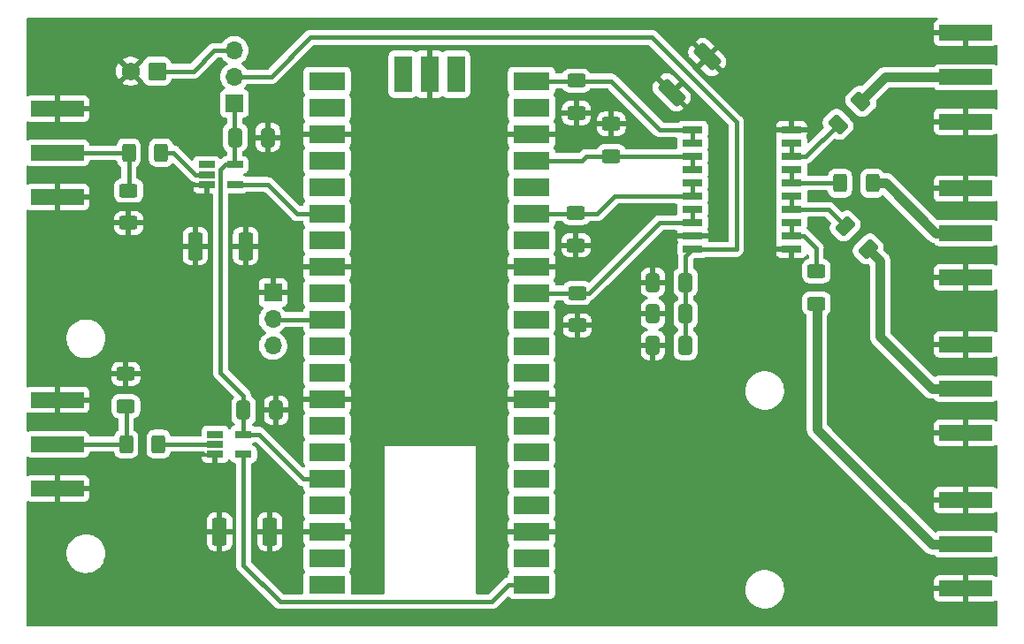
<source format=gbr>
%TF.GenerationSoftware,KiCad,Pcbnew,7.0.5*%
%TF.CreationDate,2025-08-20T16:22:10-04:00*%
%TF.ProjectId,PrawnBlaster_Connectorized,50726177-6e42-46c6-9173-7465725f436f,rev?*%
%TF.SameCoordinates,Original*%
%TF.FileFunction,Copper,L1,Top*%
%TF.FilePolarity,Positive*%
%FSLAX46Y46*%
G04 Gerber Fmt 4.6, Leading zero omitted, Abs format (unit mm)*
G04 Created by KiCad (PCBNEW 7.0.5) date 2025-08-20 16:22:10*
%MOMM*%
%LPD*%
G01*
G04 APERTURE LIST*
G04 Aperture macros list*
%AMRoundRect*
0 Rectangle with rounded corners*
0 $1 Rounding radius*
0 $2 $3 $4 $5 $6 $7 $8 $9 X,Y pos of 4 corners*
0 Add a 4 corners polygon primitive as box body*
4,1,4,$2,$3,$4,$5,$6,$7,$8,$9,$2,$3,0*
0 Add four circle primitives for the rounded corners*
1,1,$1+$1,$2,$3*
1,1,$1+$1,$4,$5*
1,1,$1+$1,$6,$7*
1,1,$1+$1,$8,$9*
0 Add four rect primitives between the rounded corners*
20,1,$1+$1,$2,$3,$4,$5,0*
20,1,$1+$1,$4,$5,$6,$7,0*
20,1,$1+$1,$6,$7,$8,$9,0*
20,1,$1+$1,$8,$9,$2,$3,0*%
G04 Aperture macros list end*
%TA.AperFunction,SMDPad,CuDef*%
%ADD10RoundRect,0.250000X-0.625000X0.400000X-0.625000X-0.400000X0.625000X-0.400000X0.625000X0.400000X0*%
%TD*%
%TA.AperFunction,SMDPad,CuDef*%
%ADD11RoundRect,0.250000X0.625000X-0.400000X0.625000X0.400000X-0.625000X0.400000X-0.625000X-0.400000X0*%
%TD*%
%TA.AperFunction,SMDPad,CuDef*%
%ADD12R,5.080000X1.500000*%
%TD*%
%TA.AperFunction,SMDPad,CuDef*%
%ADD13RoundRect,0.249999X-0.450001X-1.075001X0.450001X-1.075001X0.450001X1.075001X-0.450001X1.075001X0*%
%TD*%
%TA.AperFunction,SMDPad,CuDef*%
%ADD14RoundRect,0.250000X-0.412500X-0.650000X0.412500X-0.650000X0.412500X0.650000X-0.412500X0.650000X0*%
%TD*%
%TA.AperFunction,SMDPad,CuDef*%
%ADD15R,1.560000X0.650000*%
%TD*%
%TA.AperFunction,SMDPad,CuDef*%
%ADD16RoundRect,0.250000X-0.159099X0.724784X-0.724784X0.159099X0.159099X-0.724784X0.724784X-0.159099X0*%
%TD*%
%TA.AperFunction,SMDPad,CuDef*%
%ADD17RoundRect,0.250000X-0.400000X-0.625000X0.400000X-0.625000X0.400000X0.625000X-0.400000X0.625000X0*%
%TD*%
%TA.AperFunction,SMDPad,CuDef*%
%ADD18RoundRect,0.249999X0.441942X-1.078339X1.078339X-0.441942X-0.441942X1.078339X-1.078339X0.441942X0*%
%TD*%
%TA.AperFunction,SMDPad,CuDef*%
%ADD19RoundRect,0.250000X0.400000X0.625000X-0.400000X0.625000X-0.400000X-0.625000X0.400000X-0.625000X0*%
%TD*%
%TA.AperFunction,ComponentPad*%
%ADD20R,1.700000X1.700000*%
%TD*%
%TA.AperFunction,ComponentPad*%
%ADD21O,1.700000X1.700000*%
%TD*%
%TA.AperFunction,SMDPad,CuDef*%
%ADD22R,3.500000X1.700000*%
%TD*%
%TA.AperFunction,SMDPad,CuDef*%
%ADD23R,1.700000X3.500000*%
%TD*%
%TA.AperFunction,SMDPad,CuDef*%
%ADD24RoundRect,0.250000X0.724784X0.159099X0.159099X0.724784X-0.724784X-0.159099X-0.159099X-0.724784X0*%
%TD*%
%TA.AperFunction,ComponentPad*%
%ADD25RoundRect,0.250000X0.620000X0.620000X-0.620000X0.620000X-0.620000X-0.620000X0.620000X-0.620000X0*%
%TD*%
%TA.AperFunction,ComponentPad*%
%ADD26C,1.740000*%
%TD*%
%TA.AperFunction,SMDPad,CuDef*%
%ADD27R,1.950000X0.700000*%
%TD*%
%TA.AperFunction,Conductor*%
%ADD28C,0.400000*%
%TD*%
%TA.AperFunction,Conductor*%
%ADD29C,0.930000*%
%TD*%
G04 APERTURE END LIST*
D10*
%TO.P,R9,1*%
%TO.N,GND*%
X96563000Y-91319000D03*
%TO.P,R9,2*%
%TO.N,Net-(J3-In)*%
X96563000Y-94419000D03*
%TD*%
D11*
%TO.P,R7,1*%
%TO.N,Net-(IC1-B4)*%
X143036000Y-70443000D03*
%TO.P,R7,2*%
%TO.N,GND*%
X143036000Y-67343000D03*
%TD*%
%TO.P,R6,2*%
%TO.N,Net-(IC1-B2)*%
X139662000Y-75876000D03*
%TO.P,R6,1*%
%TO.N,GND*%
X139662000Y-78976000D03*
%TD*%
%TO.P,R5,1*%
%TO.N,GND*%
X139798000Y-86670000D03*
%TO.P,R5,2*%
%TO.N,Net-(IC1-B0)*%
X139798000Y-83570000D03*
%TD*%
D10*
%TO.P,R4,1*%
%TO.N,Net-(IC1-B6)*%
X139696000Y-63212000D03*
%TO.P,R4,2*%
%TO.N,GND*%
X139696000Y-66312000D03*
%TD*%
D11*
%TO.P,R3,1*%
%TO.N,GND*%
X96835000Y-76852000D03*
%TO.P,R3,2*%
%TO.N,Net-(J2-In)*%
X96835000Y-73752000D03*
%TD*%
D12*
%TO.P,J7,1,In*%
%TO.N,PC0*%
X176975200Y-107644400D03*
%TO.P,J7,2,Ext*%
%TO.N,GND*%
X176975200Y-103394400D03*
X176975200Y-111894400D03*
%TD*%
D13*
%TO.P,R15,1*%
%TO.N,GND*%
X105545000Y-106438000D03*
%TO.P,R15,2*%
X110345000Y-106438000D03*
%TD*%
D14*
%TO.P,C4,1*%
%TO.N,GND*%
X147039200Y-82543400D03*
%TO.P,C4,2*%
%TO.N,Power Supply*%
X150164200Y-82543400D03*
%TD*%
%TO.P,C5,1*%
%TO.N,GND*%
X147039200Y-88583400D03*
%TO.P,C5,2*%
%TO.N,Power Supply*%
X150164200Y-88583400D03*
%TD*%
D15*
%TO.P,U4,1,NC*%
%TO.N,unconnected-(U4-NC-Pad1)*%
X105126800Y-97098800D03*
%TO.P,U4,2*%
%TO.N,Net-(R8-Pad2)*%
X105126800Y-98048800D03*
%TO.P,U4,3,GND*%
%TO.N,GND*%
X105126800Y-98998800D03*
%TO.P,U4,4*%
%TO.N,Net-(U3-GPIO0)*%
X107826800Y-98998800D03*
%TO.P,U4,5,VCC*%
%TO.N,3_3V_Pico*%
X107826800Y-97098800D03*
%TD*%
D16*
%TO.P,R11,1*%
%TO.N,PC3*%
X166938016Y-65200184D03*
%TO.P,R11,2*%
%TO.N,Net-(IC1-A6)*%
X164745984Y-67392216D03*
%TD*%
D12*
%TO.P,J3,1,In*%
%TO.N,Net-(J3-In)*%
X90020000Y-98046800D03*
%TO.P,J3,2,Ext*%
%TO.N,GND*%
X90020000Y-102296800D03*
X90020000Y-93796800D03*
%TD*%
D17*
%TO.P,R8,1*%
%TO.N,Net-(J3-In)*%
X96600550Y-98046800D03*
%TO.P,R8,2*%
%TO.N,Net-(R8-Pad2)*%
X99700550Y-98046800D03*
%TD*%
D18*
%TO.P,R1,1*%
%TO.N,GND*%
X148834144Y-64332456D03*
%TO.P,R1,2*%
X152228256Y-60938344D03*
%TD*%
D14*
%TO.P,C2,1*%
%TO.N,GND*%
X147039200Y-85563400D03*
%TO.P,C2,2*%
%TO.N,Power Supply*%
X150164200Y-85563400D03*
%TD*%
D12*
%TO.P,J6,1,In*%
%TO.N,PC2*%
X176975200Y-77804400D03*
%TO.P,J6,2,Ext*%
%TO.N,GND*%
X176975200Y-73554400D03*
X176975200Y-82054400D03*
%TD*%
D19*
%TO.P,R12,1*%
%TO.N,PC2*%
X168042000Y-73036200D03*
%TO.P,R12,2*%
%TO.N,Net-(IC1-A4)*%
X164942000Y-73036200D03*
%TD*%
D12*
%TO.P,J4,1,In*%
%TO.N,PC3*%
X176975200Y-62884400D03*
%TO.P,J4,2,Ext*%
%TO.N,GND*%
X176975200Y-58634400D03*
X176975200Y-67134400D03*
%TD*%
D14*
%TO.P,C3,1*%
%TO.N,3_3V_Pico*%
X107839700Y-94799400D03*
%TO.P,C3,2*%
%TO.N,GND*%
X110964700Y-94799400D03*
%TD*%
D20*
%TO.P,J1,1,Pin_1*%
%TO.N,3_3V_Pico*%
X106970200Y-65385400D03*
D21*
%TO.P,J1,2,Pin_2*%
%TO.N,Power Supply*%
X106970200Y-62845400D03*
%TO.P,J1,3,Pin_3*%
%TO.N,EXT. PWR*%
X106970200Y-60305400D03*
%TD*%
D12*
%TO.P,J2,1,In*%
%TO.N,Net-(J2-In)*%
X89999300Y-70122800D03*
%TO.P,J2,2,Ext*%
%TO.N,GND*%
X89999300Y-74372800D03*
X89999300Y-65872800D03*
%TD*%
D15*
%TO.P,U2,1,NC*%
%TO.N,unconnected-(U2-NC-Pad1)*%
X104306200Y-71260400D03*
%TO.P,U2,2*%
%TO.N,Net-(R2-Pad2)*%
X104306200Y-72210400D03*
%TO.P,U2,3,GND*%
%TO.N,GND*%
X104306200Y-73160400D03*
%TO.P,U2,4*%
%TO.N,Net-(U3-GPIO20)*%
X107006200Y-73160400D03*
%TO.P,U2,5,VCC*%
%TO.N,3_3V_Pico*%
X107006200Y-71260400D03*
%TD*%
D11*
%TO.P,R13,1*%
%TO.N,PC0*%
X162672000Y-84566200D03*
%TO.P,R13,2*%
%TO.N,Net-(IC1-A0)*%
X162672000Y-81466200D03*
%TD*%
D22*
%TO.P,U3,1,GPIO0*%
%TO.N,Net-(U3-GPIO0)*%
X135414600Y-111510800D03*
%TO.P,U3,2,GPIO1*%
%TO.N,unconnected-(U3-GPIO1-Pad2)*%
X135414600Y-108970800D03*
%TO.P,U3,3,GND*%
%TO.N,GND*%
X135414600Y-106430800D03*
%TO.P,U3,4,GPIO2*%
%TO.N,unconnected-(U3-GPIO2-Pad4)*%
X135414600Y-103890800D03*
%TO.P,U3,5,GPIO3*%
%TO.N,unconnected-(U3-GPIO3-Pad5)*%
X135414600Y-101350800D03*
%TO.P,U3,6,GPIO4*%
%TO.N,unconnected-(U3-GPIO4-Pad6)*%
X135414600Y-98810800D03*
%TO.P,U3,7,GPIO5*%
%TO.N,unconnected-(U3-GPIO5-Pad7)*%
X135414600Y-96270800D03*
%TO.P,U3,8,GND*%
%TO.N,GND*%
X135414600Y-93730800D03*
%TO.P,U3,9,GPIO6*%
%TO.N,unconnected-(U3-GPIO6-Pad9)*%
X135414600Y-91190800D03*
%TO.P,U3,10,GPIO7*%
%TO.N,unconnected-(U3-GPIO7-Pad10)*%
X135414600Y-88650800D03*
%TO.P,U3,11,GPIO8*%
%TO.N,unconnected-(U3-GPIO8-Pad11)*%
X135414600Y-86110800D03*
%TO.P,U3,12,GPIO9*%
%TO.N,Net-(IC1-B0)*%
X135414600Y-83570800D03*
%TO.P,U3,13,GND*%
%TO.N,GND*%
X135414600Y-81030800D03*
%TO.P,U3,14,GPIO10*%
%TO.N,unconnected-(U3-GPIO10-Pad14)*%
X135414600Y-78490800D03*
%TO.P,U3,15,GPIO11*%
%TO.N,Net-(IC1-B2)*%
X135414600Y-75950800D03*
%TO.P,U3,16,GPIO12*%
%TO.N,unconnected-(U3-GPIO12-Pad16)*%
X135414600Y-73410800D03*
%TO.P,U3,17,GPIO13*%
%TO.N,Net-(IC1-B4)*%
X135414600Y-70870800D03*
%TO.P,U3,18,GND*%
%TO.N,GND*%
X135414600Y-68330800D03*
%TO.P,U3,19,GPIO14*%
%TO.N,unconnected-(U3-GPIO14-Pad19)*%
X135414600Y-65790800D03*
%TO.P,U3,20,GPIO15*%
%TO.N,Net-(IC1-B6)*%
X135414600Y-63250800D03*
%TO.P,U3,21,GPIO16*%
%TO.N,unconnected-(U3-GPIO16-Pad21)*%
X115834600Y-63250800D03*
%TO.P,U3,22,GPIO17*%
%TO.N,unconnected-(U3-GPIO17-Pad22)*%
X115834600Y-65790800D03*
%TO.P,U3,23,GND*%
%TO.N,GND*%
X115834600Y-68330800D03*
%TO.P,U3,24,GPIO18*%
%TO.N,unconnected-(U3-GPIO18-Pad24)*%
X115834600Y-70870800D03*
%TO.P,U3,25,GPIO19*%
%TO.N,unconnected-(U3-GPIO19-Pad25)*%
X115834600Y-73410800D03*
%TO.P,U3,26,GPIO20*%
%TO.N,Net-(U3-GPIO20)*%
X115834600Y-75950800D03*
%TO.P,U3,27,GPIO21*%
%TO.N,unconnected-(U3-GPIO21-Pad27)*%
X115834600Y-78490800D03*
%TO.P,U3,28,GND*%
%TO.N,GND*%
X115834600Y-81030800D03*
%TO.P,U3,29,GPIO22*%
%TO.N,unconnected-(U3-GPIO22-Pad29)*%
X115834600Y-83570800D03*
%TO.P,U3,30,RUN*%
%TO.N,Net-(JP1-C)*%
X115834600Y-86110800D03*
%TO.P,U3,31,GPIO26_ADC0*%
%TO.N,unconnected-(U3-GPIO26_ADC0-Pad31)*%
X115834600Y-88650800D03*
%TO.P,U3,32,GPIO27_ADC1*%
%TO.N,unconnected-(U3-GPIO27_ADC1-Pad32)*%
X115834600Y-91190800D03*
%TO.P,U3,33,AGND*%
%TO.N,GND*%
X115834600Y-93730800D03*
%TO.P,U3,34,GPIO28_ADC2*%
%TO.N,unconnected-(U3-GPIO28_ADC2-Pad34)*%
X115834600Y-96270800D03*
%TO.P,U3,35,ADC_VREF*%
%TO.N,unconnected-(U3-ADC_VREF-Pad35)*%
X115834600Y-98810800D03*
%TO.P,U3,36,3V3*%
%TO.N,3_3V_Pico*%
X115834600Y-101350800D03*
%TO.P,U3,37,3V3_EN*%
%TO.N,unconnected-(U3-3V3_EN-Pad37)*%
X115834600Y-103890800D03*
%TO.P,U3,38,GND*%
%TO.N,GND*%
X115834600Y-106430800D03*
%TO.P,U3,39,VSYS*%
%TO.N,unconnected-(U3-VSYS-Pad39)*%
X115834600Y-108970800D03*
%TO.P,U3,40,VBUS*%
%TO.N,unconnected-(U3-VBUS-Pad40)*%
X115834600Y-111510800D03*
D23*
%TO.P,U3,41,SWCLK*%
%TO.N,unconnected-(U3-SWCLK-Pad41)*%
X128164600Y-62580800D03*
%TO.P,U3,42,GND*%
%TO.N,GND*%
X125624600Y-62580800D03*
%TO.P,U3,43,SWDIO*%
%TO.N,unconnected-(U3-SWDIO-Pad43)*%
X123084600Y-62580800D03*
%TD*%
D24*
%TO.P,R10,1*%
%TO.N,PC1*%
X167638016Y-79342216D03*
%TO.P,R10,2*%
%TO.N,Net-(IC1-A2)*%
X165445984Y-77150184D03*
%TD*%
D25*
%TO.P,J8,1,Pin_1*%
%TO.N,EXT. PWR*%
X99548200Y-62309400D03*
D26*
%TO.P,J8,2,Pin_2*%
%TO.N,GND*%
X97008200Y-62309400D03*
%TD*%
D12*
%TO.P,J5,1,In*%
%TO.N,PC1*%
X176975200Y-92724400D03*
%TO.P,J5,2,Ext*%
%TO.N,GND*%
X176975200Y-88474400D03*
X176975200Y-96974400D03*
%TD*%
D17*
%TO.P,R2,1*%
%TO.N,Net-(J2-In)*%
X96836800Y-70122800D03*
%TO.P,R2,2*%
%TO.N,Net-(R2-Pad2)*%
X99936800Y-70122800D03*
%TD*%
D14*
%TO.P,C1,1*%
%TO.N,3_3V_Pico*%
X107024500Y-68654000D03*
%TO.P,C1,2*%
%TO.N,GND*%
X110149500Y-68654000D03*
%TD*%
D13*
%TO.P,R14,1*%
%TO.N,GND*%
X103225000Y-79071000D03*
%TO.P,R14,2*%
X108025000Y-79071000D03*
%TD*%
D27*
%TO.P,IC1,1,DIR*%
%TO.N,GND*%
X160297000Y-79351200D03*
%TO.P,IC1,2,A0*%
%TO.N,Net-(IC1-A0)*%
X160297000Y-78081200D03*
%TO.P,IC1,3,A1*%
X160297000Y-76811200D03*
%TO.P,IC1,4,A2*%
%TO.N,Net-(IC1-A2)*%
X160297000Y-75541200D03*
%TO.P,IC1,5,A3*%
X160297000Y-74271200D03*
%TO.P,IC1,6,A4*%
%TO.N,Net-(IC1-A4)*%
X160297000Y-73001200D03*
%TO.P,IC1,7,A5*%
X160297000Y-71731200D03*
%TO.P,IC1,8,A6*%
%TO.N,Net-(IC1-A6)*%
X160297000Y-70461200D03*
%TO.P,IC1,9,A7*%
X160297000Y-69191200D03*
%TO.P,IC1,10,GND*%
%TO.N,GND*%
X160297000Y-67921200D03*
%TO.P,IC1,11,B7*%
%TO.N,Net-(IC1-B6)*%
X150847000Y-67921200D03*
%TO.P,IC1,12,B6*%
X150847000Y-69191200D03*
%TO.P,IC1,13,B5*%
%TO.N,Net-(IC1-B4)*%
X150847000Y-70461200D03*
%TO.P,IC1,14,B4*%
X150847000Y-71731200D03*
%TO.P,IC1,15,B3*%
%TO.N,Net-(IC1-B2)*%
X150847000Y-73001200D03*
%TO.P,IC1,16,B2*%
X150847000Y-74271200D03*
%TO.P,IC1,17,B1*%
%TO.N,Net-(IC1-B0)*%
X150847000Y-75541200D03*
%TO.P,IC1,18,B0*%
X150847000Y-76811200D03*
%TO.P,IC1,19,~{OE}*%
%TO.N,GND*%
X150847000Y-78081200D03*
%TO.P,IC1,20,VCC*%
%TO.N,Power Supply*%
X150847000Y-79351200D03*
%TD*%
D20*
%TO.P,JP1,1,A*%
%TO.N,GND*%
X110652000Y-83538000D03*
D21*
%TO.P,JP1,2,C*%
%TO.N,Net-(JP1-C)*%
X110652000Y-86078000D03*
%TO.P,JP1,3,B*%
%TO.N,unconnected-(JP1-B-Pad3)*%
X110652000Y-88618000D03*
%TD*%
D28*
%TO.N,Power Supply*%
X155007200Y-67137400D02*
X155007200Y-79386200D01*
X114265600Y-59053000D02*
X146922800Y-59053000D01*
X110473200Y-62845400D02*
X114265600Y-59053000D01*
X146922800Y-59053000D02*
X155007200Y-67137400D01*
X106970200Y-62845400D02*
X110473200Y-62845400D01*
%TO.N,Net-(JP1-C)*%
X110684800Y-86110800D02*
X110652000Y-86078000D01*
X116734600Y-86110800D02*
X110684800Y-86110800D01*
%TO.N,Net-(IC1-B4)*%
X140649800Y-70461200D02*
X150847000Y-70461200D01*
X140240200Y-70870800D02*
X140649800Y-70461200D01*
X134514600Y-70870800D02*
X140240200Y-70870800D01*
%TO.N,3_3V_Pico*%
X106984800Y-71239000D02*
X106984800Y-69142400D01*
X106102200Y-71260400D02*
X107006200Y-71260400D01*
X105626200Y-91174400D02*
X105626200Y-71736400D01*
X106984800Y-65400000D02*
X106970200Y-65385400D01*
X105626200Y-71736400D02*
X106102200Y-71260400D01*
X109282200Y-97098800D02*
X107826800Y-97098800D01*
X116734600Y-101350800D02*
X113534200Y-101350800D01*
X106984800Y-71239000D02*
X106984800Y-65400000D01*
X107826800Y-97098800D02*
X107826800Y-93375000D01*
X113534200Y-101350800D02*
X109282200Y-97098800D01*
X107826800Y-93375000D02*
X105626200Y-91174400D01*
X107006200Y-71260400D02*
X106984800Y-71239000D01*
%TO.N,Net-(IC1-B0)*%
X134519200Y-83566200D02*
X139802000Y-83566200D01*
X150847000Y-76811200D02*
X147677000Y-76811200D01*
X139802000Y-83566200D02*
X140922000Y-83566200D01*
X150847000Y-76811200D02*
X150847000Y-75541200D01*
X134514600Y-83570800D02*
X134519200Y-83566200D01*
X140922000Y-83566200D02*
X147677000Y-76811200D01*
X134514600Y-83570800D02*
X134521600Y-83563800D01*
%TO.N,Net-(IC1-B2)*%
X150847000Y-74271200D02*
X143389400Y-74271200D01*
X134520000Y-75956200D02*
X139422000Y-75956200D01*
X150847000Y-74271200D02*
X150847000Y-73001200D01*
X143389400Y-74271200D02*
X141704400Y-75956200D01*
X141704400Y-75956200D02*
X139422000Y-75956200D01*
%TO.N,Net-(IC1-B4)*%
X150847000Y-71731200D02*
X150847000Y-70461200D01*
%TO.N,Net-(IC1-B6)*%
X139742000Y-63246200D02*
X139752000Y-63236200D01*
X150847000Y-67921200D02*
X147717000Y-67921200D01*
X139762000Y-63246200D02*
X143042000Y-63246200D01*
X134514600Y-63250800D02*
X134519200Y-63246200D01*
X150847000Y-69191200D02*
X150847000Y-67921200D01*
X143042000Y-63246200D02*
X147717000Y-67921200D01*
X134519200Y-63246200D02*
X139742000Y-63246200D01*
X139752000Y-63236200D02*
X139762000Y-63246200D01*
%TO.N,Net-(IC1-A6)*%
X160297000Y-70461200D02*
X161687000Y-70461200D01*
X161742000Y-70396200D02*
X164745984Y-67392216D01*
X160297000Y-69191200D02*
X160297000Y-70461200D01*
X161687000Y-70461200D02*
X161742000Y-70406200D01*
X161742000Y-70406200D02*
X161742000Y-70396200D01*
%TO.N,Net-(IC1-A4)*%
X160297000Y-73001200D02*
X164907000Y-73001200D01*
X164907000Y-73001200D02*
X164942000Y-73036200D01*
X160297000Y-71731200D02*
X160297000Y-73001200D01*
%TO.N,Net-(IC1-A2)*%
X160297000Y-74271200D02*
X160297000Y-75541200D01*
X163837000Y-75541200D02*
X165445984Y-77150184D01*
X160297000Y-75541200D02*
X163837000Y-75541200D01*
%TO.N,Net-(IC1-A0)*%
X161487000Y-78081200D02*
X162672000Y-79266200D01*
X162672000Y-81466200D02*
X162672000Y-79266200D01*
X160297000Y-76811200D02*
X160297000Y-78081200D01*
X160297000Y-78081200D02*
X161487000Y-78081200D01*
%TO.N,Net-(J2-In)*%
X96836800Y-70122800D02*
X96836800Y-73878800D01*
X96836800Y-70122800D02*
X89999300Y-70122800D01*
%TO.N,Net-(J3-In)*%
X96600550Y-98046800D02*
X90020000Y-98046800D01*
X96600550Y-98046800D02*
X96600550Y-94342550D01*
D29*
%TO.N,PC3*%
X166938016Y-65200184D02*
X169252000Y-62886200D01*
X169894400Y-62883800D02*
X176983900Y-62883800D01*
X169892000Y-62886200D02*
X169894400Y-62883800D01*
X169252000Y-62886200D02*
X169892000Y-62886200D01*
%TO.N,PC1*%
X168792000Y-80496200D02*
X167638016Y-79342216D01*
X168792000Y-87776200D02*
X168792000Y-80496200D01*
X176983900Y-92723800D02*
X173739600Y-92723800D01*
X173739600Y-92723800D02*
X168792000Y-87776200D01*
%TO.N,PC2*%
X174099600Y-77803800D02*
X169332000Y-73036200D01*
X169332000Y-73036200D02*
X168042000Y-73036200D01*
X176983900Y-77803800D02*
X174099600Y-77803800D01*
%TO.N,PC0*%
X162731000Y-96606200D02*
X173769200Y-107644400D01*
X162731000Y-84625200D02*
X162731000Y-96606200D01*
X173769200Y-107644400D02*
X176975200Y-107644400D01*
X162672000Y-84566200D02*
X162731000Y-84625200D01*
D28*
%TO.N,Net-(R2-Pad2)*%
X99950800Y-70108800D02*
X99936800Y-70122800D01*
X103207200Y-72210400D02*
X101105600Y-70108800D01*
X104306200Y-72210400D02*
X103207200Y-72210400D01*
X101105600Y-70108800D02*
X99950800Y-70108800D01*
%TO.N,Net-(R8-Pad2)*%
X99702550Y-98048800D02*
X99700550Y-98046800D01*
X105126800Y-98048800D02*
X99702550Y-98048800D01*
%TO.N,Net-(U3-GPIO20)*%
X107006200Y-73160400D02*
X110146200Y-73160400D01*
X112936600Y-75950800D02*
X116734600Y-75950800D01*
X110146200Y-73160400D02*
X112936600Y-75950800D01*
%TO.N,Net-(U3-GPIO0)*%
X131614400Y-113133800D02*
X111321800Y-113133800D01*
X107826800Y-109638800D02*
X107826800Y-98998800D01*
X111321800Y-113133800D02*
X107826800Y-109638800D01*
X133237400Y-111510800D02*
X131614400Y-113133800D01*
X134514600Y-111510800D02*
X133237400Y-111510800D01*
%TO.N,Power Supply*%
X150164200Y-80034000D02*
X150164200Y-88583400D01*
X150847000Y-79351200D02*
X150884600Y-79388800D01*
X150847000Y-79351200D02*
X150164200Y-80034000D01*
X150884600Y-79388800D02*
X155004600Y-79388800D01*
%TO.N,EXT. PWR*%
X103036200Y-62309400D02*
X105040200Y-60305400D01*
X99548200Y-62309400D02*
X103036200Y-62309400D01*
X105040200Y-60305400D02*
X106970200Y-60305400D01*
%TD*%
%TA.AperFunction,Conductor*%
%TO.N,GND*%
G36*
X153584971Y-57164312D02*
G01*
X174201942Y-57168747D01*
X174270056Y-57188764D01*
X174316537Y-57242429D01*
X174326626Y-57312705D01*
X174297119Y-57377280D01*
X174245947Y-57412802D01*
X174189235Y-57433955D01*
X174189234Y-57433955D01*
X174072295Y-57521495D01*
X173984755Y-57638434D01*
X173984755Y-57638435D01*
X173933705Y-57775306D01*
X173927200Y-57835802D01*
X173927200Y-58380400D01*
X177103200Y-58380400D01*
X177171321Y-58400402D01*
X177217814Y-58454058D01*
X177229200Y-58506400D01*
X177229200Y-59892400D01*
X179563785Y-59892400D01*
X179563797Y-59892399D01*
X179624293Y-59885894D01*
X179761163Y-59834845D01*
X179821421Y-59789736D01*
X179887942Y-59764925D01*
X179957316Y-59780016D01*
X180007518Y-59830218D01*
X180022931Y-59890561D01*
X180023526Y-61627974D01*
X180003547Y-61696101D01*
X179949908Y-61742613D01*
X179879637Y-61752741D01*
X179822017Y-61728885D01*
X179761407Y-61683512D01*
X179761402Y-61683510D01*
X179624404Y-61632411D01*
X179624396Y-61632409D01*
X179563849Y-61625900D01*
X179563838Y-61625900D01*
X174386562Y-61625900D01*
X174386550Y-61625900D01*
X174326003Y-61632409D01*
X174325995Y-61632411D01*
X174188997Y-61683510D01*
X174188992Y-61683512D01*
X174071938Y-61771138D01*
X174005561Y-61859809D01*
X173948725Y-61902356D01*
X173904693Y-61910300D01*
X169907526Y-61910300D01*
X169905931Y-61910280D01*
X169835444Y-61908493D01*
X169820098Y-61908105D01*
X169820097Y-61908105D01*
X169820096Y-61908105D01*
X169820090Y-61908106D01*
X169805484Y-61910724D01*
X169783257Y-61912700D01*
X169265143Y-61912700D01*
X169263548Y-61912680D01*
X169207629Y-61911263D01*
X169177698Y-61910505D01*
X169177697Y-61910505D01*
X169177693Y-61910505D01*
X169119038Y-61921017D01*
X169114297Y-61921682D01*
X169055026Y-61927709D01*
X169023295Y-61937664D01*
X169015546Y-61939566D01*
X168982813Y-61945434D01*
X168982805Y-61945436D01*
X168927471Y-61967539D01*
X168922962Y-61969144D01*
X168866111Y-61986982D01*
X168837037Y-62003119D01*
X168829831Y-62006541D01*
X168798948Y-62018879D01*
X168798947Y-62018879D01*
X168749190Y-62051671D01*
X168745096Y-62054151D01*
X168693006Y-62083064D01*
X168692999Y-62083070D01*
X168667774Y-62104723D01*
X168661404Y-62109526D01*
X168633632Y-62127831D01*
X168633625Y-62127836D01*
X168591499Y-62169963D01*
X168587988Y-62173217D01*
X168542777Y-62212030D01*
X168542772Y-62212035D01*
X168522422Y-62238326D01*
X168517146Y-62244316D01*
X167060378Y-63701083D01*
X166998066Y-63735109D01*
X166942226Y-63734592D01*
X166867573Y-63716899D01*
X166690261Y-63716899D01*
X166517728Y-63757790D01*
X166517724Y-63757791D01*
X166359282Y-63837364D01*
X166359274Y-63837370D01*
X166278318Y-63903317D01*
X166278315Y-63903319D01*
X165641152Y-64540484D01*
X165575200Y-64621444D01*
X165575200Y-64621445D01*
X165495622Y-64779896D01*
X165454731Y-64952429D01*
X165454731Y-65129741D01*
X165489078Y-65274663D01*
X165495623Y-65302277D01*
X165575196Y-65460719D01*
X165575198Y-65460722D01*
X165575200Y-65460725D01*
X165641150Y-65541685D01*
X166596515Y-66497048D01*
X166677475Y-66563000D01*
X166835926Y-66642578D01*
X167008459Y-66683469D01*
X167008461Y-66683469D01*
X167185769Y-66683469D01*
X167185771Y-66683469D01*
X167358304Y-66642578D01*
X167516755Y-66563000D01*
X167597715Y-66497050D01*
X168234880Y-65859883D01*
X168300832Y-65778923D01*
X168380410Y-65620472D01*
X168421301Y-65447939D01*
X168421301Y-65270627D01*
X168403607Y-65195970D01*
X168407361Y-65125074D01*
X168437112Y-65077823D01*
X169618334Y-63896602D01*
X169680644Y-63862579D01*
X169707427Y-63859700D01*
X169878874Y-63859700D01*
X169880469Y-63859720D01*
X169896349Y-63860122D01*
X169966302Y-63861895D01*
X169978549Y-63859700D01*
X169980916Y-63859276D01*
X170003143Y-63857300D01*
X173903794Y-63857300D01*
X173971915Y-63877302D01*
X174004662Y-63907790D01*
X174071940Y-63997662D01*
X174188992Y-64085287D01*
X174188994Y-64085288D01*
X174188996Y-64085289D01*
X174248075Y-64107324D01*
X174325995Y-64136388D01*
X174326003Y-64136390D01*
X174386550Y-64142899D01*
X174386555Y-64142899D01*
X174386562Y-64142900D01*
X174386568Y-64142900D01*
X179563832Y-64142900D01*
X179563838Y-64142900D01*
X179563845Y-64142899D01*
X179563849Y-64142899D01*
X179624396Y-64136390D01*
X179624399Y-64136389D01*
X179624401Y-64136389D01*
X179761404Y-64085289D01*
X179822880Y-64039268D01*
X179889396Y-64014458D01*
X179958771Y-64029548D01*
X180008974Y-64079750D01*
X180024387Y-64140094D01*
X180024983Y-65879689D01*
X180005004Y-65947816D01*
X179951365Y-65994328D01*
X179881094Y-66004456D01*
X179823474Y-65980600D01*
X179761165Y-65933955D01*
X179624293Y-65882905D01*
X179563797Y-65876400D01*
X177229200Y-65876400D01*
X177229200Y-68392400D01*
X179563785Y-68392400D01*
X179563797Y-68392399D01*
X179624293Y-68385894D01*
X179761163Y-68334844D01*
X179824332Y-68287556D01*
X179890852Y-68262744D01*
X179960227Y-68277835D01*
X180010430Y-68328036D01*
X180025843Y-68388380D01*
X180027184Y-72301336D01*
X180007205Y-72369463D01*
X179953566Y-72415975D01*
X179883295Y-72426103D01*
X179825675Y-72402247D01*
X179761165Y-72353956D01*
X179761164Y-72353955D01*
X179624293Y-72302905D01*
X179563797Y-72296400D01*
X177229200Y-72296400D01*
X177229200Y-74812400D01*
X179563785Y-74812400D01*
X179563797Y-74812399D01*
X179624293Y-74805894D01*
X179761164Y-74754844D01*
X179761165Y-74754843D01*
X179826532Y-74705910D01*
X179893052Y-74681098D01*
X179962426Y-74696189D01*
X180012629Y-74746390D01*
X180028042Y-74806734D01*
X180028640Y-76551802D01*
X180008661Y-76619929D01*
X179955022Y-76666441D01*
X179884751Y-76676569D01*
X179827131Y-76652713D01*
X179761407Y-76603512D01*
X179761402Y-76603510D01*
X179624404Y-76552411D01*
X179624396Y-76552409D01*
X179563849Y-76545900D01*
X179563838Y-76545900D01*
X174386562Y-76545900D01*
X174386550Y-76545900D01*
X174326004Y-76552409D01*
X174318333Y-76554223D01*
X174317880Y-76552308D01*
X174257449Y-76556629D01*
X174195141Y-76522604D01*
X172147274Y-74474737D01*
X171480937Y-73808400D01*
X173927200Y-73808400D01*
X173927200Y-74352997D01*
X173933705Y-74413493D01*
X173984755Y-74550364D01*
X173984755Y-74550365D01*
X174072295Y-74667304D01*
X174189234Y-74754844D01*
X174326106Y-74805894D01*
X174386602Y-74812399D01*
X174386615Y-74812400D01*
X176721200Y-74812400D01*
X176721200Y-73808400D01*
X173927200Y-73808400D01*
X171480937Y-73808400D01*
X170972937Y-73300400D01*
X173927200Y-73300400D01*
X176721200Y-73300400D01*
X176721200Y-72296400D01*
X174386602Y-72296400D01*
X174326106Y-72302905D01*
X174189235Y-72353955D01*
X174189234Y-72353955D01*
X174072295Y-72441495D01*
X173984755Y-72558434D01*
X173984755Y-72558435D01*
X173933705Y-72695306D01*
X173927200Y-72755802D01*
X173927200Y-73300400D01*
X170972937Y-73300400D01*
X170029621Y-72357084D01*
X170028547Y-72355983D01*
X170026620Y-72353956D01*
X169969381Y-72293740D01*
X169966824Y-72291960D01*
X169920470Y-72259696D01*
X169916647Y-72256813D01*
X169870476Y-72219165D01*
X169870471Y-72219162D01*
X169840999Y-72203766D01*
X169834174Y-72199632D01*
X169820911Y-72190401D01*
X169806878Y-72180634D01*
X169806873Y-72180632D01*
X169806867Y-72180628D01*
X169752133Y-72157141D01*
X169747809Y-72155087D01*
X169711277Y-72136006D01*
X169694982Y-72127494D01*
X169694979Y-72127493D01*
X169694978Y-72127492D01*
X169663004Y-72118343D01*
X169655484Y-72115666D01*
X169624938Y-72102557D01*
X169623409Y-72102242D01*
X169566538Y-72090554D01*
X169561914Y-72089419D01*
X169504628Y-72073028D01*
X169504632Y-72073028D01*
X169471477Y-72070503D01*
X169463576Y-72069395D01*
X169430995Y-72062700D01*
X169430992Y-72062700D01*
X169371397Y-72062700D01*
X169366616Y-72062518D01*
X169307212Y-72057994D01*
X169307206Y-72057994D01*
X169290584Y-72060111D01*
X169274221Y-72062195D01*
X169266264Y-72062700D01*
X169188548Y-72062700D01*
X169120427Y-72042698D01*
X169081308Y-72002847D01*
X169041033Y-71937553D01*
X169041030Y-71937548D01*
X169041027Y-71937545D01*
X169041024Y-71937541D01*
X168915658Y-71812175D01*
X168915652Y-71812170D01*
X168915652Y-71812169D01*
X168764738Y-71719085D01*
X168680581Y-71691198D01*
X168596427Y-71663313D01*
X168596420Y-71663312D01*
X168492553Y-71652700D01*
X167591455Y-71652700D01*
X167487574Y-71663312D01*
X167319261Y-71719085D01*
X167168347Y-71812170D01*
X167168341Y-71812175D01*
X167042975Y-71937541D01*
X167042970Y-71937547D01*
X166949885Y-72088462D01*
X166894113Y-72256772D01*
X166894112Y-72256779D01*
X166883500Y-72360646D01*
X166883500Y-73711744D01*
X166894112Y-73815625D01*
X166949885Y-73983938D01*
X167042970Y-74134852D01*
X167042975Y-74134858D01*
X167168341Y-74260224D01*
X167168346Y-74260228D01*
X167168348Y-74260230D01*
X167319262Y-74353315D01*
X167487574Y-74409087D01*
X167591455Y-74419700D01*
X168492544Y-74419699D01*
X168596426Y-74409087D01*
X168764738Y-74353315D01*
X168915652Y-74260230D01*
X168958379Y-74217502D01*
X169020688Y-74183479D01*
X169091504Y-74188543D01*
X169136568Y-74217504D01*
X173401957Y-78482893D01*
X173403017Y-78483979D01*
X173462219Y-78546260D01*
X173462222Y-78546262D01*
X173511124Y-78580299D01*
X173514939Y-78583175D01*
X173561128Y-78620837D01*
X173590604Y-78636234D01*
X173597425Y-78640367D01*
X173624722Y-78659366D01*
X173679498Y-78682871D01*
X173683780Y-78684905D01*
X173736618Y-78712506D01*
X173768599Y-78721656D01*
X173776105Y-78724329D01*
X173801846Y-78735375D01*
X173806669Y-78737445D01*
X173865026Y-78749437D01*
X173869667Y-78750575D01*
X173926970Y-78766972D01*
X173926973Y-78766972D01*
X173927116Y-78767013D01*
X173987106Y-78804982D01*
X173993323Y-78812643D01*
X174071938Y-78917661D01*
X174188992Y-79005287D01*
X174188994Y-79005288D01*
X174188996Y-79005289D01*
X174248075Y-79027324D01*
X174325995Y-79056388D01*
X174326003Y-79056390D01*
X174386550Y-79062899D01*
X174386555Y-79062899D01*
X174386562Y-79062900D01*
X174386568Y-79062900D01*
X179563832Y-79062900D01*
X179563838Y-79062900D01*
X179563845Y-79062899D01*
X179563849Y-79062899D01*
X179624396Y-79056390D01*
X179624399Y-79056389D01*
X179624401Y-79056389D01*
X179624726Y-79056268D01*
X179643245Y-79049360D01*
X179761404Y-79005289D01*
X179827990Y-78955442D01*
X179894507Y-78930632D01*
X179963882Y-78945723D01*
X180014085Y-78995924D01*
X180029498Y-79056268D01*
X180030097Y-80803517D01*
X180010118Y-80871644D01*
X179956479Y-80918156D01*
X179886208Y-80928284D01*
X179828588Y-80904428D01*
X179761165Y-80853955D01*
X179624293Y-80802905D01*
X179563797Y-80796400D01*
X177229200Y-80796400D01*
X177229200Y-83312400D01*
X179563785Y-83312400D01*
X179563797Y-83312399D01*
X179624293Y-83305894D01*
X179761164Y-83254844D01*
X179761165Y-83254843D01*
X179829444Y-83203730D01*
X179895963Y-83178918D01*
X179965338Y-83194009D01*
X180015541Y-83244210D01*
X180030954Y-83304554D01*
X180032298Y-87225164D01*
X180012319Y-87293291D01*
X179958680Y-87339803D01*
X179888409Y-87349931D01*
X179830789Y-87326075D01*
X179761165Y-87273956D01*
X179761164Y-87273955D01*
X179624293Y-87222905D01*
X179563797Y-87216400D01*
X177229200Y-87216400D01*
X177229200Y-89732400D01*
X179563785Y-89732400D01*
X179563797Y-89732399D01*
X179624293Y-89725894D01*
X179761164Y-89674844D01*
X179761166Y-89674843D01*
X179831643Y-89622084D01*
X179898163Y-89597272D01*
X179967537Y-89612363D01*
X180017740Y-89662564D01*
X180033153Y-89722908D01*
X180033754Y-91475630D01*
X180013775Y-91543757D01*
X179960136Y-91590269D01*
X179889865Y-91600397D01*
X179832245Y-91576541D01*
X179761407Y-91523513D01*
X179761402Y-91523510D01*
X179624404Y-91472411D01*
X179624396Y-91472409D01*
X179563849Y-91465900D01*
X179563838Y-91465900D01*
X174386562Y-91465900D01*
X174386550Y-91465900D01*
X174326003Y-91472409D01*
X174325995Y-91472411D01*
X174188997Y-91523510D01*
X174188993Y-91523512D01*
X174120300Y-91574935D01*
X174053780Y-91599745D01*
X173984406Y-91584653D01*
X173955697Y-91563161D01*
X171881180Y-89488644D01*
X171120937Y-88728400D01*
X173927200Y-88728400D01*
X173927200Y-89272997D01*
X173933705Y-89333493D01*
X173984755Y-89470364D01*
X173984755Y-89470365D01*
X174072295Y-89587304D01*
X174189234Y-89674844D01*
X174326106Y-89725894D01*
X174386602Y-89732399D01*
X174386615Y-89732400D01*
X176721200Y-89732400D01*
X176721200Y-88728400D01*
X173927200Y-88728400D01*
X171120937Y-88728400D01*
X170612937Y-88220400D01*
X173927200Y-88220400D01*
X176721200Y-88220400D01*
X176721200Y-87216400D01*
X174386602Y-87216400D01*
X174326106Y-87222905D01*
X174189235Y-87273955D01*
X174189234Y-87273955D01*
X174072295Y-87361495D01*
X173984755Y-87478434D01*
X173984755Y-87478435D01*
X173933705Y-87615306D01*
X173927200Y-87675802D01*
X173927200Y-88220400D01*
X170612937Y-88220400D01*
X169802405Y-87409868D01*
X169768379Y-87347556D01*
X169765500Y-87320773D01*
X169765500Y-82308400D01*
X173927200Y-82308400D01*
X173927200Y-82852997D01*
X173933705Y-82913493D01*
X173984755Y-83050364D01*
X173984755Y-83050365D01*
X174072295Y-83167304D01*
X174189234Y-83254844D01*
X174326106Y-83305894D01*
X174386602Y-83312399D01*
X174386615Y-83312400D01*
X176721200Y-83312400D01*
X176721200Y-82308400D01*
X173927200Y-82308400D01*
X169765500Y-82308400D01*
X169765500Y-81800400D01*
X173927200Y-81800400D01*
X176721200Y-81800400D01*
X176721200Y-80796400D01*
X174386602Y-80796400D01*
X174326106Y-80802905D01*
X174189235Y-80853955D01*
X174189234Y-80853955D01*
X174072295Y-80941495D01*
X173984755Y-81058434D01*
X173984755Y-81058435D01*
X173933705Y-81195306D01*
X173927200Y-81255802D01*
X173927200Y-81800400D01*
X169765500Y-81800400D01*
X169765500Y-80509342D01*
X169765520Y-80507747D01*
X169765884Y-80493372D01*
X169767695Y-80421898D01*
X169757183Y-80363247D01*
X169756518Y-80358504D01*
X169752951Y-80323430D01*
X169750490Y-80299225D01*
X169740533Y-80267494D01*
X169738630Y-80259737D01*
X169732766Y-80227013D01*
X169710663Y-80171680D01*
X169709056Y-80167167D01*
X169698650Y-80133999D01*
X169691219Y-80110315D01*
X169675076Y-80081230D01*
X169671658Y-80074033D01*
X169659321Y-80043149D01*
X169626528Y-79993392D01*
X169624050Y-79989302D01*
X169595135Y-79937206D01*
X169595132Y-79937202D01*
X169593099Y-79934834D01*
X169573469Y-79911967D01*
X169568681Y-79905618D01*
X169550369Y-79877832D01*
X169550366Y-79877829D01*
X169550365Y-79877827D01*
X169521837Y-79849300D01*
X169508224Y-79835687D01*
X169504982Y-79832189D01*
X169466166Y-79786974D01*
X169439868Y-79766618D01*
X169433886Y-79761349D01*
X169137115Y-79464578D01*
X169103090Y-79402267D01*
X169103608Y-79346426D01*
X169121300Y-79271777D01*
X169121301Y-79271773D01*
X169121301Y-79094462D01*
X169119264Y-79085868D01*
X169080410Y-78921928D01*
X169072544Y-78906265D01*
X169000835Y-78763482D01*
X169000833Y-78763480D01*
X169000832Y-78763477D01*
X168934882Y-78682517D01*
X168297715Y-78045352D01*
X168216755Y-77979400D01*
X168058304Y-77899822D01*
X167885771Y-77858931D01*
X167708459Y-77858931D01*
X167535926Y-77899822D01*
X167535922Y-77899823D01*
X167377480Y-77979396D01*
X167377472Y-77979402D01*
X167296516Y-78045349D01*
X167296513Y-78045351D01*
X166341152Y-79000714D01*
X166275200Y-79081674D01*
X166275200Y-79081675D01*
X166195622Y-79240126D01*
X166154731Y-79412659D01*
X166154731Y-79589971D01*
X166194492Y-79757735D01*
X166195623Y-79762507D01*
X166275196Y-79920949D01*
X166275198Y-79920952D01*
X166275200Y-79920955D01*
X166341150Y-80001915D01*
X166978317Y-80639080D01*
X167059277Y-80705032D01*
X167217728Y-80784610D01*
X167390261Y-80825501D01*
X167390263Y-80825501D01*
X167567573Y-80825501D01*
X167642224Y-80807808D01*
X167713122Y-80811560D01*
X167760376Y-80841313D01*
X167781593Y-80862529D01*
X167815620Y-80924841D01*
X167818500Y-80951627D01*
X167818500Y-87763073D01*
X167818480Y-87764668D01*
X167816305Y-87850505D01*
X167826817Y-87909160D01*
X167827482Y-87913901D01*
X167833510Y-87973175D01*
X167843465Y-88004904D01*
X167845367Y-88012655D01*
X167851232Y-88045381D01*
X167851235Y-88045392D01*
X167873335Y-88100717D01*
X167874942Y-88105229D01*
X167892781Y-88162086D01*
X167908919Y-88191162D01*
X167912343Y-88198371D01*
X167924679Y-88229253D01*
X167957472Y-88279011D01*
X167959953Y-88283106D01*
X167988862Y-88335190D01*
X167988870Y-88335201D01*
X168010524Y-88360426D01*
X168015329Y-88366798D01*
X168033009Y-88393624D01*
X168033632Y-88394568D01*
X168075767Y-88436703D01*
X168079010Y-88440202D01*
X168117834Y-88485426D01*
X168144130Y-88505780D01*
X168150113Y-88511049D01*
X173041976Y-93402913D01*
X173043036Y-93403999D01*
X173102219Y-93466260D01*
X173102222Y-93466262D01*
X173151121Y-93500297D01*
X173154945Y-93503180D01*
X173201124Y-93540834D01*
X173201128Y-93540837D01*
X173230604Y-93556234D01*
X173237425Y-93560367D01*
X173264722Y-93579366D01*
X173319498Y-93602871D01*
X173323790Y-93604911D01*
X173376618Y-93632506D01*
X173408593Y-93641654D01*
X173416099Y-93644326D01*
X173446667Y-93657444D01*
X173505054Y-93669443D01*
X173509677Y-93670577D01*
X173546688Y-93681167D01*
X173566962Y-93686969D01*
X173566966Y-93686970D01*
X173566970Y-93686971D01*
X173600125Y-93689495D01*
X173608012Y-93690601D01*
X173640605Y-93697300D01*
X173700203Y-93697300D01*
X173704983Y-93697481D01*
X173764388Y-93702006D01*
X173797378Y-93697804D01*
X173805336Y-93697300D01*
X173903794Y-93697300D01*
X173971915Y-93717302D01*
X174004662Y-93747790D01*
X174006758Y-93750590D01*
X174063704Y-93826661D01*
X174071940Y-93837662D01*
X174188992Y-93925287D01*
X174188994Y-93925288D01*
X174188996Y-93925289D01*
X174248075Y-93947324D01*
X174325995Y-93976388D01*
X174326003Y-93976390D01*
X174386550Y-93982899D01*
X174386555Y-93982899D01*
X174386562Y-93982900D01*
X174386568Y-93982900D01*
X179563832Y-93982900D01*
X179563838Y-93982900D01*
X179563845Y-93982899D01*
X179563849Y-93982899D01*
X179624396Y-93976390D01*
X179624399Y-93976389D01*
X179624401Y-93976389D01*
X179761404Y-93925289D01*
X179833102Y-93871616D01*
X179899620Y-93846806D01*
X179968995Y-93861897D01*
X180019197Y-93912099D01*
X180034610Y-93972442D01*
X180035211Y-95727345D01*
X180015232Y-95795472D01*
X179961593Y-95841984D01*
X179891322Y-95852112D01*
X179833702Y-95828256D01*
X179761165Y-95773955D01*
X179624293Y-95722905D01*
X179563797Y-95716400D01*
X177229200Y-95716400D01*
X177229200Y-98232400D01*
X179563785Y-98232400D01*
X179563797Y-98232399D01*
X179624293Y-98225894D01*
X179761164Y-98174844D01*
X179761166Y-98174843D01*
X179834555Y-98119904D01*
X179901075Y-98095092D01*
X179970449Y-98110183D01*
X180020652Y-98160384D01*
X180036065Y-98220728D01*
X180037411Y-102148992D01*
X180017432Y-102217119D01*
X179963793Y-102263631D01*
X179893522Y-102273759D01*
X179835902Y-102249903D01*
X179761165Y-102193955D01*
X179624293Y-102142905D01*
X179563797Y-102136400D01*
X177229200Y-102136400D01*
X177229200Y-104652400D01*
X179563785Y-104652400D01*
X179563797Y-104652399D01*
X179624293Y-104645894D01*
X179761163Y-104594845D01*
X179836755Y-104538257D01*
X179903276Y-104513446D01*
X179972650Y-104528537D01*
X180022852Y-104578739D01*
X180038265Y-104639082D01*
X180038868Y-106399459D01*
X180018889Y-106467586D01*
X179965250Y-106514098D01*
X179894979Y-106524226D01*
X179837359Y-106500370D01*
X179761407Y-106443512D01*
X179761402Y-106443510D01*
X179624404Y-106392411D01*
X179624396Y-106392409D01*
X179563849Y-106385900D01*
X179563838Y-106385900D01*
X174386562Y-106385900D01*
X174386550Y-106385900D01*
X174326003Y-106392409D01*
X174325995Y-106392411D01*
X174188997Y-106443510D01*
X174188989Y-106443514D01*
X174136884Y-106482519D01*
X174070364Y-106507329D01*
X174000990Y-106492237D01*
X173972282Y-106470745D01*
X171149937Y-103648400D01*
X173927200Y-103648400D01*
X173927200Y-104192997D01*
X173933705Y-104253493D01*
X173984755Y-104390364D01*
X173984755Y-104390365D01*
X174072295Y-104507304D01*
X174189234Y-104594844D01*
X174326106Y-104645894D01*
X174386602Y-104652399D01*
X174386615Y-104652400D01*
X176721200Y-104652400D01*
X176721200Y-103648400D01*
X173927200Y-103648400D01*
X171149937Y-103648400D01*
X170641937Y-103140400D01*
X173927200Y-103140400D01*
X176721200Y-103140400D01*
X176721200Y-102136400D01*
X174386602Y-102136400D01*
X174326106Y-102142905D01*
X174189235Y-102193955D01*
X174189234Y-102193955D01*
X174072295Y-102281495D01*
X173984755Y-102398434D01*
X173984755Y-102398435D01*
X173933705Y-102535306D01*
X173927200Y-102595802D01*
X173927200Y-103140400D01*
X170641937Y-103140400D01*
X164729937Y-97228400D01*
X173927200Y-97228400D01*
X173927200Y-97772997D01*
X173933705Y-97833493D01*
X173984755Y-97970364D01*
X173984755Y-97970365D01*
X174072295Y-98087304D01*
X174189234Y-98174844D01*
X174326106Y-98225894D01*
X174386602Y-98232399D01*
X174386615Y-98232400D01*
X176721200Y-98232400D01*
X176721200Y-97228400D01*
X173927200Y-97228400D01*
X164729937Y-97228400D01*
X164221937Y-96720400D01*
X173927200Y-96720400D01*
X176721200Y-96720400D01*
X176721200Y-95716400D01*
X174386602Y-95716400D01*
X174326106Y-95722905D01*
X174189235Y-95773955D01*
X174189234Y-95773955D01*
X174072295Y-95861495D01*
X173984755Y-95978434D01*
X173984755Y-95978435D01*
X173933705Y-96115306D01*
X173927200Y-96175802D01*
X173927200Y-96720400D01*
X164221937Y-96720400D01*
X163741405Y-96239868D01*
X163707379Y-96177556D01*
X163704500Y-96150773D01*
X163704500Y-85676355D01*
X163724502Y-85608234D01*
X163764354Y-85569114D01*
X163770652Y-85565230D01*
X163896030Y-85439852D01*
X163989115Y-85288938D01*
X164044887Y-85120626D01*
X164055500Y-85016745D01*
X164055499Y-84115656D01*
X164044887Y-84011774D01*
X163989115Y-83843462D01*
X163896030Y-83692548D01*
X163896029Y-83692547D01*
X163896024Y-83692541D01*
X163770658Y-83567175D01*
X163770652Y-83567170D01*
X163687916Y-83516138D01*
X163619738Y-83474085D01*
X163535581Y-83446198D01*
X163451427Y-83418313D01*
X163451420Y-83418312D01*
X163347553Y-83407700D01*
X161996455Y-83407700D01*
X161892574Y-83418312D01*
X161724261Y-83474085D01*
X161573347Y-83567170D01*
X161573341Y-83567175D01*
X161447975Y-83692541D01*
X161447970Y-83692547D01*
X161354885Y-83843462D01*
X161299113Y-84011772D01*
X161299112Y-84011779D01*
X161288500Y-84115646D01*
X161288500Y-85016744D01*
X161299112Y-85120625D01*
X161354885Y-85288938D01*
X161447970Y-85439852D01*
X161447975Y-85439858D01*
X161573341Y-85565224D01*
X161573345Y-85565227D01*
X161573348Y-85565230D01*
X161697648Y-85641899D01*
X161745125Y-85694684D01*
X161757500Y-85749139D01*
X161757500Y-96593073D01*
X161757480Y-96594668D01*
X161755305Y-96680505D01*
X161765817Y-96739160D01*
X161766482Y-96743901D01*
X161772510Y-96803175D01*
X161782465Y-96834904D01*
X161784367Y-96842655D01*
X161790232Y-96875381D01*
X161790235Y-96875392D01*
X161812335Y-96930717D01*
X161813942Y-96935229D01*
X161831781Y-96992086D01*
X161847919Y-97021162D01*
X161851343Y-97028371D01*
X161863679Y-97059253D01*
X161896472Y-97109011D01*
X161898953Y-97113106D01*
X161927862Y-97165190D01*
X161927870Y-97165201D01*
X161949524Y-97190426D01*
X161954329Y-97196798D01*
X161965864Y-97214300D01*
X161972632Y-97224568D01*
X162014767Y-97266703D01*
X162018010Y-97270202D01*
X162056834Y-97315426D01*
X162083130Y-97335780D01*
X162089113Y-97341049D01*
X173071576Y-108323513D01*
X173072636Y-108324599D01*
X173131819Y-108386860D01*
X173131822Y-108386862D01*
X173180724Y-108420899D01*
X173184549Y-108423783D01*
X173230725Y-108461436D01*
X173260203Y-108476834D01*
X173267031Y-108480971D01*
X173294318Y-108499964D01*
X173294320Y-108499965D01*
X173294322Y-108499966D01*
X173349081Y-108523464D01*
X173353384Y-108525507D01*
X173406218Y-108553106D01*
X173438193Y-108562254D01*
X173445699Y-108564926D01*
X173476267Y-108578044D01*
X173534654Y-108590043D01*
X173539277Y-108591177D01*
X173576288Y-108601767D01*
X173596562Y-108607569D01*
X173596566Y-108607570D01*
X173596570Y-108607571D01*
X173629725Y-108610095D01*
X173637612Y-108611201D01*
X173670205Y-108617900D01*
X173729803Y-108617900D01*
X173734583Y-108618081D01*
X173793988Y-108622606D01*
X173826978Y-108618404D01*
X173834936Y-108617900D01*
X173904244Y-108617900D01*
X173972365Y-108637902D01*
X174005112Y-108668391D01*
X174071938Y-108757661D01*
X174188992Y-108845287D01*
X174188994Y-108845288D01*
X174188996Y-108845289D01*
X174248075Y-108867324D01*
X174325995Y-108896388D01*
X174326003Y-108896390D01*
X174386550Y-108902899D01*
X174386555Y-108902899D01*
X174386562Y-108902900D01*
X174386568Y-108902900D01*
X179563832Y-108902900D01*
X179563838Y-108902900D01*
X179563845Y-108902899D01*
X179563849Y-108902899D01*
X179624396Y-108896390D01*
X179624399Y-108896389D01*
X179624401Y-108896389D01*
X179761404Y-108845289D01*
X179838213Y-108787790D01*
X179904731Y-108762980D01*
X179974106Y-108778071D01*
X180024308Y-108828273D01*
X180039721Y-108888616D01*
X180040325Y-110651173D01*
X180020346Y-110719300D01*
X179966707Y-110765812D01*
X179896436Y-110775940D01*
X179838816Y-110752084D01*
X179761165Y-110693956D01*
X179761164Y-110693955D01*
X179624293Y-110642905D01*
X179563797Y-110636400D01*
X177229200Y-110636400D01*
X177229200Y-113152400D01*
X179563785Y-113152400D01*
X179563797Y-113152399D01*
X179624293Y-113145894D01*
X179761164Y-113094844D01*
X179761166Y-113094843D01*
X179839666Y-113036078D01*
X179906186Y-113011266D01*
X179975560Y-113026357D01*
X180025763Y-113076558D01*
X180041176Y-113136902D01*
X180041500Y-114079889D01*
X180041500Y-115406700D01*
X180021498Y-115474821D01*
X179967842Y-115521314D01*
X179915500Y-115532700D01*
X87178000Y-115532700D01*
X87109879Y-115512698D01*
X87063386Y-115459042D01*
X87052000Y-115406700D01*
X87052000Y-108608965D01*
X90887788Y-108608965D01*
X90917412Y-108878214D01*
X90985928Y-109140290D01*
X91091869Y-109389589D01*
X91091870Y-109389590D01*
X91232982Y-109620810D01*
X91406255Y-109829020D01*
X91406257Y-109829022D01*
X91406259Y-109829024D01*
X91494768Y-109908328D01*
X91607998Y-110009782D01*
X91833910Y-110159244D01*
X92079176Y-110274220D01*
X92338569Y-110352260D01*
X92338572Y-110352260D01*
X92338574Y-110352261D01*
X92606557Y-110391700D01*
X92606561Y-110391700D01*
X92809631Y-110391700D01*
X93012156Y-110376877D01*
X93012160Y-110376876D01*
X93012161Y-110376876D01*
X93122665Y-110352260D01*
X93276553Y-110317980D01*
X93529558Y-110221214D01*
X93765777Y-110088641D01*
X93980177Y-109923088D01*
X94168186Y-109728081D01*
X94325799Y-109507779D01*
X94390347Y-109382233D01*
X94449656Y-109266875D01*
X94449657Y-109266872D01*
X94537116Y-109010510D01*
X94537118Y-109010505D01*
X94578255Y-108787791D01*
X94586318Y-108744141D01*
X94586319Y-108744130D01*
X94589087Y-108668391D01*
X94596212Y-108473435D01*
X94572771Y-108260393D01*
X94566587Y-108204185D01*
X94498071Y-107942109D01*
X94392130Y-107692810D01*
X94376573Y-107667319D01*
X94251018Y-107461590D01*
X94077745Y-107253380D01*
X94077741Y-107253377D01*
X94077740Y-107253375D01*
X93876012Y-107072627D01*
X93876002Y-107072618D01*
X93650090Y-106923156D01*
X93404824Y-106808180D01*
X93247392Y-106760815D01*
X93145425Y-106730138D01*
X92886276Y-106692000D01*
X104337001Y-106692000D01*
X104337001Y-107563509D01*
X104347605Y-107667319D01*
X104403342Y-107835526D01*
X104496365Y-107986339D01*
X104496370Y-107986345D01*
X104621654Y-108111629D01*
X104621660Y-108111634D01*
X104772473Y-108204657D01*
X104940677Y-108260393D01*
X104940680Y-108260394D01*
X105044482Y-108270999D01*
X105291000Y-108270999D01*
X105291000Y-106692000D01*
X105799000Y-106692000D01*
X105799000Y-108270999D01*
X106045509Y-108270999D01*
X106149319Y-108260394D01*
X106317526Y-108204657D01*
X106468339Y-108111634D01*
X106468345Y-108111629D01*
X106593629Y-107986345D01*
X106593634Y-107986339D01*
X106686657Y-107835526D01*
X106742393Y-107667322D01*
X106742394Y-107667319D01*
X106752999Y-107563517D01*
X106753000Y-107563517D01*
X106753000Y-106692000D01*
X105799000Y-106692000D01*
X105291000Y-106692000D01*
X104337001Y-106692000D01*
X92886276Y-106692000D01*
X92877442Y-106690700D01*
X92877439Y-106690700D01*
X92674369Y-106690700D01*
X92471839Y-106705523D01*
X92471838Y-106705523D01*
X92207456Y-106764417D01*
X92207441Y-106764422D01*
X91954441Y-106861186D01*
X91718229Y-106993755D01*
X91718225Y-106993757D01*
X91503818Y-107159316D01*
X91315815Y-107354317D01*
X91315810Y-107354323D01*
X91158203Y-107574617D01*
X91158196Y-107574627D01*
X91034343Y-107815524D01*
X91034342Y-107815527D01*
X90946883Y-108071889D01*
X90946880Y-108071902D01*
X90897681Y-108338258D01*
X90897680Y-108338269D01*
X90887788Y-108608965D01*
X87052000Y-108608965D01*
X87052000Y-106184000D01*
X104337000Y-106184000D01*
X105291000Y-106184000D01*
X105291000Y-104605000D01*
X105799000Y-104605000D01*
X105799000Y-106184000D01*
X106752999Y-106184000D01*
X106752999Y-105312490D01*
X106742394Y-105208680D01*
X106686657Y-105040473D01*
X106593634Y-104889660D01*
X106593629Y-104889654D01*
X106468345Y-104764370D01*
X106468339Y-104764365D01*
X106317526Y-104671342D01*
X106149322Y-104615606D01*
X106149319Y-104615605D01*
X106045517Y-104605000D01*
X105799000Y-104605000D01*
X105291000Y-104605000D01*
X105044490Y-104605000D01*
X104940680Y-104615605D01*
X104772473Y-104671342D01*
X104621660Y-104764365D01*
X104621654Y-104764370D01*
X104496370Y-104889654D01*
X104496365Y-104889660D01*
X104403342Y-105040473D01*
X104347606Y-105208677D01*
X104347605Y-105208680D01*
X104337000Y-105312482D01*
X104337000Y-106184000D01*
X87052000Y-106184000D01*
X87052000Y-103610207D01*
X87072002Y-103542086D01*
X87125658Y-103495593D01*
X87195932Y-103485489D01*
X87225174Y-103495221D01*
X87225594Y-103494096D01*
X87370906Y-103548294D01*
X87431402Y-103554799D01*
X87431415Y-103554800D01*
X89766000Y-103554800D01*
X89766000Y-102550800D01*
X90274000Y-102550800D01*
X90274000Y-103554800D01*
X92608585Y-103554800D01*
X92608597Y-103554799D01*
X92669093Y-103548294D01*
X92805964Y-103497244D01*
X92805965Y-103497244D01*
X92922904Y-103409704D01*
X93010444Y-103292765D01*
X93010444Y-103292764D01*
X93061494Y-103155893D01*
X93067999Y-103095397D01*
X93068000Y-103095385D01*
X93068000Y-102550800D01*
X90274000Y-102550800D01*
X89766000Y-102550800D01*
X89766000Y-101038800D01*
X90274000Y-101038800D01*
X90274000Y-102042800D01*
X93068000Y-102042800D01*
X93068000Y-101498214D01*
X93067999Y-101498202D01*
X93061494Y-101437706D01*
X93010444Y-101300835D01*
X93010444Y-101300834D01*
X92922904Y-101183895D01*
X92805965Y-101096355D01*
X92669093Y-101045305D01*
X92608597Y-101038800D01*
X90274000Y-101038800D01*
X89766000Y-101038800D01*
X87431402Y-101038800D01*
X87370906Y-101045305D01*
X87225594Y-101099504D01*
X87224649Y-101096972D01*
X87168984Y-101109069D01*
X87102469Y-101084244D01*
X87059935Y-101027399D01*
X87052000Y-100983392D01*
X87052000Y-99360782D01*
X87072002Y-99292661D01*
X87125658Y-99246168D01*
X87195932Y-99236064D01*
X87224916Y-99245711D01*
X87225353Y-99244540D01*
X87370795Y-99298788D01*
X87370803Y-99298790D01*
X87431350Y-99305299D01*
X87431355Y-99305299D01*
X87431362Y-99305300D01*
X87431368Y-99305300D01*
X92608632Y-99305300D01*
X92608638Y-99305300D01*
X92608645Y-99305299D01*
X92608649Y-99305299D01*
X92669196Y-99298790D01*
X92669199Y-99298789D01*
X92669201Y-99298789D01*
X92806204Y-99247689D01*
X92808847Y-99245711D01*
X92923261Y-99160061D01*
X93010887Y-99043007D01*
X93010887Y-99043006D01*
X93010889Y-99043004D01*
X93061989Y-98906001D01*
X93062387Y-98902302D01*
X93066093Y-98867832D01*
X93093262Y-98802239D01*
X93151580Y-98761748D01*
X93191371Y-98755300D01*
X95338175Y-98755300D01*
X95406296Y-98775302D01*
X95452789Y-98828958D01*
X95457779Y-98841665D01*
X95508435Y-98994538D01*
X95538331Y-99043007D01*
X95601520Y-99145452D01*
X95601525Y-99145458D01*
X95726891Y-99270824D01*
X95726897Y-99270829D01*
X95726898Y-99270830D01*
X95877812Y-99363915D01*
X96046124Y-99419687D01*
X96150005Y-99430300D01*
X97051094Y-99430299D01*
X97154976Y-99419687D01*
X97323288Y-99363915D01*
X97474202Y-99270830D01*
X97599580Y-99145452D01*
X97692665Y-98994538D01*
X97748437Y-98826226D01*
X97759050Y-98722345D01*
X97759049Y-97371256D01*
X97758614Y-97367002D01*
X97748437Y-97267374D01*
X97736051Y-97229996D01*
X97692665Y-97099062D01*
X97599580Y-96948148D01*
X97599579Y-96948147D01*
X97599574Y-96948141D01*
X97474208Y-96822775D01*
X97474202Y-96822770D01*
X97474201Y-96822770D01*
X97368902Y-96757820D01*
X97321425Y-96705035D01*
X97309050Y-96650580D01*
X97309050Y-95668932D01*
X97329052Y-95600811D01*
X97382708Y-95554318D01*
X97395409Y-95549330D01*
X97510738Y-95511115D01*
X97661652Y-95418030D01*
X97787030Y-95292652D01*
X97880115Y-95141738D01*
X97935887Y-94973426D01*
X97946500Y-94869545D01*
X97946499Y-93968456D01*
X97935887Y-93864574D01*
X97880115Y-93696262D01*
X97787030Y-93545348D01*
X97787029Y-93545347D01*
X97787024Y-93545341D01*
X97661658Y-93419975D01*
X97661652Y-93419970D01*
X97583065Y-93371497D01*
X97510738Y-93326885D01*
X97426582Y-93298998D01*
X97342427Y-93271113D01*
X97342420Y-93271112D01*
X97238553Y-93260500D01*
X95887455Y-93260500D01*
X95783574Y-93271112D01*
X95615261Y-93326885D01*
X95464347Y-93419970D01*
X95464341Y-93419975D01*
X95338975Y-93545341D01*
X95338970Y-93545347D01*
X95245885Y-93696262D01*
X95190113Y-93864572D01*
X95190112Y-93864579D01*
X95179500Y-93968446D01*
X95179500Y-94869544D01*
X95190112Y-94973425D01*
X95245885Y-95141738D01*
X95338970Y-95292652D01*
X95338975Y-95292658D01*
X95464341Y-95418024D01*
X95464347Y-95418029D01*
X95464348Y-95418030D01*
X95615262Y-95511115D01*
X95783574Y-95566887D01*
X95783579Y-95566887D01*
X95790299Y-95568326D01*
X95789757Y-95570854D01*
X95844587Y-95593223D01*
X95885388Y-95651324D01*
X95892050Y-95691752D01*
X95892050Y-96650580D01*
X95872048Y-96718701D01*
X95832197Y-96757821D01*
X95726897Y-96822770D01*
X95726891Y-96822775D01*
X95601525Y-96948141D01*
X95601520Y-96948147D01*
X95508434Y-97099061D01*
X95508435Y-97099062D01*
X95457778Y-97251935D01*
X95417367Y-97310304D01*
X95351811Y-97337560D01*
X95338176Y-97338300D01*
X93191371Y-97338300D01*
X93123250Y-97318298D01*
X93076757Y-97264642D01*
X93066093Y-97225768D01*
X93061990Y-97187603D01*
X93061988Y-97187595D01*
X93010889Y-97050597D01*
X93010887Y-97050592D01*
X92923261Y-96933538D01*
X92806207Y-96845912D01*
X92806202Y-96845910D01*
X92669204Y-96794811D01*
X92669196Y-96794809D01*
X92608649Y-96788300D01*
X92608638Y-96788300D01*
X87431362Y-96788300D01*
X87431350Y-96788300D01*
X87370803Y-96794809D01*
X87370795Y-96794811D01*
X87225353Y-96849060D01*
X87224381Y-96846455D01*
X87168986Y-96858494D01*
X87102471Y-96833670D01*
X87059936Y-96776826D01*
X87052000Y-96732817D01*
X87052000Y-95110207D01*
X87072002Y-95042086D01*
X87125658Y-94995593D01*
X87195932Y-94985489D01*
X87225174Y-94995221D01*
X87225594Y-94994096D01*
X87370906Y-95048294D01*
X87431402Y-95054799D01*
X87431415Y-95054800D01*
X89766000Y-95054800D01*
X89766000Y-94050800D01*
X90274000Y-94050800D01*
X90274000Y-95054800D01*
X92608585Y-95054800D01*
X92608597Y-95054799D01*
X92669093Y-95048294D01*
X92805964Y-94997244D01*
X92805965Y-94997244D01*
X92922904Y-94909704D01*
X93010444Y-94792765D01*
X93010444Y-94792764D01*
X93061494Y-94655893D01*
X93067999Y-94595397D01*
X93068000Y-94595385D01*
X93068000Y-94050800D01*
X90274000Y-94050800D01*
X89766000Y-94050800D01*
X89766000Y-92538800D01*
X90274000Y-92538800D01*
X90274000Y-93542800D01*
X93068000Y-93542800D01*
X93068000Y-92998214D01*
X93067999Y-92998202D01*
X93061494Y-92937706D01*
X93010444Y-92800835D01*
X93010444Y-92800834D01*
X92922904Y-92683895D01*
X92805965Y-92596355D01*
X92669093Y-92545305D01*
X92608597Y-92538800D01*
X90274000Y-92538800D01*
X89766000Y-92538800D01*
X87431402Y-92538800D01*
X87370906Y-92545305D01*
X87225594Y-92599504D01*
X87224649Y-92596972D01*
X87168984Y-92609069D01*
X87102469Y-92584244D01*
X87059935Y-92527399D01*
X87052000Y-92483392D01*
X87052000Y-91573000D01*
X95180000Y-91573000D01*
X95180000Y-91769516D01*
X95190605Y-91873318D01*
X95190606Y-91873321D01*
X95246342Y-92041525D01*
X95339365Y-92192339D01*
X95339370Y-92192345D01*
X95464654Y-92317629D01*
X95464660Y-92317634D01*
X95615474Y-92410657D01*
X95783678Y-92466393D01*
X95783681Y-92466394D01*
X95887483Y-92476999D01*
X95887483Y-92477000D01*
X96309000Y-92477000D01*
X96309000Y-91573000D01*
X96817000Y-91573000D01*
X96817000Y-92477000D01*
X97238517Y-92477000D01*
X97238516Y-92476999D01*
X97342318Y-92466394D01*
X97342321Y-92466393D01*
X97510525Y-92410657D01*
X97661339Y-92317634D01*
X97661345Y-92317629D01*
X97786629Y-92192345D01*
X97786634Y-92192339D01*
X97879657Y-92041525D01*
X97935393Y-91873321D01*
X97935394Y-91873318D01*
X97945999Y-91769516D01*
X97946000Y-91769516D01*
X97946000Y-91573000D01*
X96817000Y-91573000D01*
X96309000Y-91573000D01*
X95180000Y-91573000D01*
X87052000Y-91573000D01*
X87052000Y-91065000D01*
X95180000Y-91065000D01*
X96309000Y-91065000D01*
X96309000Y-90161000D01*
X96817000Y-90161000D01*
X96817000Y-91065000D01*
X97946000Y-91065000D01*
X97946000Y-90868483D01*
X97935394Y-90764681D01*
X97935393Y-90764678D01*
X97879657Y-90596474D01*
X97786634Y-90445660D01*
X97786629Y-90445654D01*
X97661345Y-90320370D01*
X97661339Y-90320365D01*
X97510525Y-90227342D01*
X97342321Y-90171606D01*
X97342318Y-90171605D01*
X97238516Y-90161000D01*
X96817000Y-90161000D01*
X96309000Y-90161000D01*
X95887483Y-90161000D01*
X95783681Y-90171605D01*
X95783678Y-90171606D01*
X95615474Y-90227342D01*
X95464660Y-90320365D01*
X95464654Y-90320370D01*
X95339370Y-90445654D01*
X95339365Y-90445660D01*
X95246342Y-90596474D01*
X95190606Y-90764678D01*
X95190605Y-90764681D01*
X95180000Y-90868483D01*
X95180000Y-91065000D01*
X87052000Y-91065000D01*
X87052000Y-88008965D01*
X90887788Y-88008965D01*
X90917412Y-88278214D01*
X90985928Y-88540290D01*
X91091869Y-88789589D01*
X91091870Y-88789590D01*
X91232982Y-89020810D01*
X91406255Y-89229020D01*
X91406257Y-89229022D01*
X91406259Y-89229024D01*
X91467554Y-89283944D01*
X91607998Y-89409782D01*
X91833910Y-89559244D01*
X92079176Y-89674220D01*
X92338569Y-89752260D01*
X92338572Y-89752260D01*
X92338574Y-89752261D01*
X92606557Y-89791700D01*
X92606561Y-89791700D01*
X92809631Y-89791700D01*
X93012156Y-89776877D01*
X93012160Y-89776876D01*
X93012161Y-89776876D01*
X93122665Y-89752260D01*
X93276553Y-89717980D01*
X93529558Y-89621214D01*
X93765777Y-89488641D01*
X93980177Y-89323088D01*
X94168186Y-89128081D01*
X94325799Y-88907779D01*
X94359426Y-88842375D01*
X94449656Y-88666875D01*
X94449657Y-88666872D01*
X94511559Y-88485424D01*
X94537118Y-88410505D01*
X94576987Y-88194658D01*
X94586318Y-88144141D01*
X94586319Y-88144130D01*
X94587824Y-88102944D01*
X94596212Y-87873435D01*
X94576204Y-87691595D01*
X94566587Y-87604185D01*
X94498071Y-87342109D01*
X94392130Y-87092810D01*
X94341255Y-87009449D01*
X94251018Y-86861590D01*
X94077745Y-86653380D01*
X94077741Y-86653377D01*
X94077740Y-86653375D01*
X93876012Y-86472627D01*
X93876002Y-86472618D01*
X93650090Y-86323156D01*
X93404824Y-86208180D01*
X93247392Y-86160815D01*
X93145425Y-86130138D01*
X92877442Y-86090700D01*
X92877439Y-86090700D01*
X92674369Y-86090700D01*
X92471839Y-86105523D01*
X92471838Y-86105523D01*
X92207456Y-86164417D01*
X92207441Y-86164422D01*
X91954441Y-86261186D01*
X91718229Y-86393755D01*
X91718225Y-86393757D01*
X91503818Y-86559316D01*
X91315815Y-86754317D01*
X91315810Y-86754323D01*
X91158203Y-86974617D01*
X91158196Y-86974627D01*
X91034343Y-87215524D01*
X91034342Y-87215527D01*
X90946883Y-87471889D01*
X90946880Y-87471902D01*
X90897681Y-87738258D01*
X90897680Y-87738269D01*
X90887788Y-88008965D01*
X87052000Y-88008965D01*
X87052000Y-79325000D01*
X102017001Y-79325000D01*
X102017001Y-80196509D01*
X102027605Y-80300319D01*
X102083342Y-80468526D01*
X102176365Y-80619339D01*
X102176370Y-80619345D01*
X102301654Y-80744629D01*
X102301660Y-80744634D01*
X102452473Y-80837657D01*
X102620677Y-80893393D01*
X102620680Y-80893394D01*
X102724482Y-80903999D01*
X102971000Y-80903999D01*
X102971000Y-79325000D01*
X103479000Y-79325000D01*
X103479000Y-80903999D01*
X103725509Y-80903999D01*
X103829319Y-80893394D01*
X103997526Y-80837657D01*
X104148339Y-80744634D01*
X104148345Y-80744629D01*
X104273629Y-80619345D01*
X104273634Y-80619339D01*
X104366657Y-80468526D01*
X104422393Y-80300322D01*
X104422394Y-80300319D01*
X104432999Y-80196517D01*
X104433000Y-80196517D01*
X104433000Y-79325000D01*
X103479000Y-79325000D01*
X102971000Y-79325000D01*
X102017001Y-79325000D01*
X87052000Y-79325000D01*
X87052000Y-78817000D01*
X102017000Y-78817000D01*
X102971000Y-78817000D01*
X102971000Y-77238000D01*
X103479000Y-77238000D01*
X103479000Y-78817000D01*
X104432999Y-78817000D01*
X104432999Y-77945490D01*
X104422394Y-77841680D01*
X104366657Y-77673473D01*
X104273634Y-77522660D01*
X104273629Y-77522654D01*
X104148345Y-77397370D01*
X104148339Y-77397365D01*
X103997526Y-77304342D01*
X103829322Y-77248606D01*
X103829319Y-77248605D01*
X103725517Y-77238000D01*
X103479000Y-77238000D01*
X102971000Y-77238000D01*
X102724490Y-77238000D01*
X102620680Y-77248605D01*
X102452473Y-77304342D01*
X102301660Y-77397365D01*
X102301654Y-77397370D01*
X102176370Y-77522654D01*
X102176365Y-77522660D01*
X102083342Y-77673473D01*
X102027606Y-77841677D01*
X102027605Y-77841680D01*
X102017000Y-77945482D01*
X102017000Y-78817000D01*
X87052000Y-78817000D01*
X87052000Y-77106000D01*
X95452000Y-77106000D01*
X95452000Y-77302516D01*
X95462605Y-77406318D01*
X95462606Y-77406321D01*
X95518342Y-77574525D01*
X95611365Y-77725339D01*
X95611370Y-77725345D01*
X95736654Y-77850629D01*
X95736660Y-77850634D01*
X95887474Y-77943657D01*
X96055678Y-77999393D01*
X96055681Y-77999394D01*
X96159483Y-78009999D01*
X96159483Y-78010000D01*
X96581000Y-78010000D01*
X96581000Y-77106000D01*
X97089000Y-77106000D01*
X97089000Y-78010000D01*
X97510517Y-78010000D01*
X97510516Y-78009999D01*
X97614318Y-77999394D01*
X97614321Y-77999393D01*
X97782525Y-77943657D01*
X97933339Y-77850634D01*
X97933345Y-77850629D01*
X98058629Y-77725345D01*
X98058634Y-77725339D01*
X98151657Y-77574525D01*
X98207393Y-77406321D01*
X98207394Y-77406318D01*
X98217999Y-77302516D01*
X98218000Y-77302516D01*
X98218000Y-77106000D01*
X97089000Y-77106000D01*
X96581000Y-77106000D01*
X95452000Y-77106000D01*
X87052000Y-77106000D01*
X87052000Y-76598000D01*
X95452000Y-76598000D01*
X96581000Y-76598000D01*
X96581000Y-75694000D01*
X97089000Y-75694000D01*
X97089000Y-76598000D01*
X98218000Y-76598000D01*
X98218000Y-76401483D01*
X98207394Y-76297681D01*
X98207393Y-76297678D01*
X98151657Y-76129474D01*
X98058634Y-75978660D01*
X98058629Y-75978654D01*
X97933345Y-75853370D01*
X97933339Y-75853365D01*
X97782525Y-75760342D01*
X97614321Y-75704606D01*
X97614318Y-75704605D01*
X97510516Y-75694000D01*
X97089000Y-75694000D01*
X96581000Y-75694000D01*
X96159483Y-75694000D01*
X96055681Y-75704605D01*
X96055678Y-75704606D01*
X95887474Y-75760342D01*
X95736660Y-75853365D01*
X95736654Y-75853370D01*
X95611370Y-75978654D01*
X95611365Y-75978660D01*
X95518342Y-76129474D01*
X95462606Y-76297678D01*
X95462605Y-76297681D01*
X95452000Y-76401483D01*
X95452000Y-76598000D01*
X87052000Y-76598000D01*
X87052000Y-75694544D01*
X87072002Y-75626423D01*
X87125658Y-75579930D01*
X87195932Y-75569826D01*
X87222033Y-75576488D01*
X87350207Y-75624294D01*
X87410702Y-75630799D01*
X87410715Y-75630800D01*
X89745300Y-75630800D01*
X89745300Y-74626800D01*
X90253300Y-74626800D01*
X90253300Y-75630800D01*
X92587885Y-75630800D01*
X92587897Y-75630799D01*
X92648393Y-75624294D01*
X92785264Y-75573244D01*
X92785265Y-75573244D01*
X92902204Y-75485704D01*
X92989744Y-75368765D01*
X92989744Y-75368764D01*
X93040794Y-75231893D01*
X93047299Y-75171397D01*
X93047300Y-75171385D01*
X93047300Y-74626800D01*
X90253300Y-74626800D01*
X89745300Y-74626800D01*
X89745300Y-73114800D01*
X90253300Y-73114800D01*
X90253300Y-74118800D01*
X93047300Y-74118800D01*
X93047300Y-73574214D01*
X93047299Y-73574202D01*
X93040794Y-73513706D01*
X92989744Y-73376835D01*
X92989744Y-73376834D01*
X92902204Y-73259895D01*
X92785265Y-73172355D01*
X92648393Y-73121305D01*
X92587897Y-73114800D01*
X90253300Y-73114800D01*
X89745300Y-73114800D01*
X87410702Y-73114800D01*
X87350205Y-73121305D01*
X87222032Y-73169111D01*
X87151216Y-73174175D01*
X87088904Y-73140150D01*
X87054879Y-73077838D01*
X87052000Y-73051055D01*
X87052000Y-71445077D01*
X87072002Y-71376956D01*
X87125658Y-71330463D01*
X87195932Y-71320359D01*
X87222027Y-71327020D01*
X87350099Y-71374789D01*
X87350101Y-71374789D01*
X87350103Y-71374790D01*
X87410650Y-71381299D01*
X87410655Y-71381299D01*
X87410662Y-71381300D01*
X87410668Y-71381300D01*
X92587932Y-71381300D01*
X92587938Y-71381300D01*
X92587945Y-71381299D01*
X92587949Y-71381299D01*
X92648496Y-71374790D01*
X92648499Y-71374789D01*
X92648501Y-71374789D01*
X92785504Y-71323689D01*
X92789953Y-71320359D01*
X92902561Y-71236061D01*
X92990187Y-71119007D01*
X92990187Y-71119006D01*
X92990189Y-71119004D01*
X93041289Y-70982001D01*
X93041290Y-70981996D01*
X93045393Y-70943832D01*
X93072562Y-70878239D01*
X93130880Y-70837748D01*
X93170671Y-70831300D01*
X95574425Y-70831300D01*
X95642546Y-70851302D01*
X95689039Y-70904958D01*
X95694029Y-70917665D01*
X95744685Y-71070538D01*
X95800280Y-71160671D01*
X95837770Y-71221452D01*
X95837775Y-71221458D01*
X95963141Y-71346824D01*
X95963145Y-71346827D01*
X95963148Y-71346830D01*
X96068447Y-71411779D01*
X96115925Y-71464563D01*
X96128300Y-71519019D01*
X96128300Y-72489029D01*
X96108298Y-72557150D01*
X96054642Y-72603643D01*
X96041941Y-72608630D01*
X95887261Y-72659885D01*
X95887262Y-72659885D01*
X95736347Y-72752970D01*
X95736341Y-72752975D01*
X95610975Y-72878341D01*
X95610970Y-72878347D01*
X95517885Y-73029262D01*
X95462113Y-73197572D01*
X95462112Y-73197579D01*
X95451500Y-73301446D01*
X95451500Y-74202544D01*
X95462112Y-74306425D01*
X95517885Y-74474738D01*
X95610970Y-74625652D01*
X95610975Y-74625658D01*
X95736341Y-74751024D01*
X95736347Y-74751029D01*
X95736348Y-74751030D01*
X95887262Y-74844115D01*
X96055574Y-74899887D01*
X96159455Y-74910500D01*
X97510544Y-74910499D01*
X97614426Y-74899887D01*
X97782738Y-74844115D01*
X97933652Y-74751030D01*
X98059030Y-74625652D01*
X98152115Y-74474738D01*
X98207887Y-74306426D01*
X98218500Y-74202545D01*
X98218499Y-73414400D01*
X103018200Y-73414400D01*
X103018200Y-73533997D01*
X103024705Y-73594493D01*
X103075755Y-73731364D01*
X103075755Y-73731365D01*
X103163295Y-73848304D01*
X103280234Y-73935844D01*
X103417106Y-73986894D01*
X103477602Y-73993399D01*
X103477615Y-73993400D01*
X104052200Y-73993400D01*
X104052200Y-73414400D01*
X103018200Y-73414400D01*
X98218499Y-73414400D01*
X98218499Y-73301456D01*
X98207887Y-73197574D01*
X98152115Y-73029262D01*
X98059030Y-72878348D01*
X98059029Y-72878347D01*
X98059024Y-72878341D01*
X97933658Y-72752975D01*
X97933652Y-72752970D01*
X97782738Y-72659885D01*
X97631667Y-72609826D01*
X97573296Y-72569412D01*
X97546040Y-72503855D01*
X97545300Y-72490221D01*
X97545300Y-71519019D01*
X97565302Y-71450898D01*
X97605152Y-71411779D01*
X97710452Y-71346830D01*
X97835830Y-71221452D01*
X97928915Y-71070538D01*
X97984687Y-70902226D01*
X97995300Y-70798345D01*
X97995299Y-69447256D01*
X97992458Y-69419450D01*
X97984687Y-69343374D01*
X97958254Y-69263603D01*
X97928915Y-69175062D01*
X97835830Y-69024148D01*
X97835829Y-69024147D01*
X97835824Y-69024141D01*
X97710458Y-68898775D01*
X97710452Y-68898770D01*
X97665120Y-68870809D01*
X97559538Y-68805685D01*
X97428705Y-68762332D01*
X97391227Y-68749913D01*
X97391220Y-68749912D01*
X97287353Y-68739300D01*
X96386255Y-68739300D01*
X96282374Y-68749912D01*
X96114061Y-68805685D01*
X95963147Y-68898770D01*
X95963141Y-68898775D01*
X95837775Y-69024141D01*
X95837770Y-69024147D01*
X95774300Y-69127048D01*
X95744685Y-69175062D01*
X95694028Y-69327935D01*
X95653617Y-69386304D01*
X95588061Y-69413560D01*
X95574426Y-69414300D01*
X93170671Y-69414300D01*
X93102550Y-69394298D01*
X93056057Y-69340642D01*
X93045393Y-69301768D01*
X93041290Y-69263603D01*
X93041288Y-69263595D01*
X92995425Y-69140634D01*
X92990189Y-69126596D01*
X92990188Y-69126594D01*
X92990187Y-69126592D01*
X92902561Y-69009538D01*
X92785507Y-68921912D01*
X92785502Y-68921910D01*
X92648504Y-68870811D01*
X92648496Y-68870809D01*
X92587949Y-68864300D01*
X92587938Y-68864300D01*
X87410662Y-68864300D01*
X87410650Y-68864300D01*
X87350103Y-68870809D01*
X87350102Y-68870810D01*
X87350099Y-68870810D01*
X87350099Y-68870811D01*
X87222031Y-68918578D01*
X87151217Y-68923643D01*
X87088905Y-68889618D01*
X87054880Y-68827306D01*
X87052000Y-68800522D01*
X87052000Y-67194544D01*
X87072002Y-67126423D01*
X87125658Y-67079930D01*
X87195932Y-67069826D01*
X87222033Y-67076488D01*
X87350207Y-67124294D01*
X87410702Y-67130799D01*
X87410715Y-67130800D01*
X89745300Y-67130800D01*
X89745300Y-66126800D01*
X90253300Y-66126800D01*
X90253300Y-67130800D01*
X92587885Y-67130800D01*
X92587897Y-67130799D01*
X92648393Y-67124294D01*
X92785264Y-67073244D01*
X92785265Y-67073244D01*
X92902204Y-66985704D01*
X92989744Y-66868765D01*
X92989744Y-66868764D01*
X93040794Y-66731893D01*
X93047299Y-66671397D01*
X93047300Y-66671385D01*
X93047300Y-66126800D01*
X90253300Y-66126800D01*
X89745300Y-66126800D01*
X89745300Y-64614800D01*
X90253300Y-64614800D01*
X90253300Y-65618800D01*
X93047300Y-65618800D01*
X93047300Y-65074214D01*
X93047299Y-65074202D01*
X93040794Y-65013706D01*
X92989744Y-64876835D01*
X92989744Y-64876834D01*
X92902204Y-64759895D01*
X92785265Y-64672355D01*
X92648393Y-64621305D01*
X92587897Y-64614800D01*
X90253300Y-64614800D01*
X89745300Y-64614800D01*
X87410702Y-64614800D01*
X87350205Y-64621305D01*
X87222032Y-64669111D01*
X87151216Y-64674175D01*
X87088904Y-64640150D01*
X87054879Y-64577838D01*
X87052000Y-64551055D01*
X87052000Y-62309400D01*
X95625477Y-62309400D01*
X95644337Y-62536996D01*
X95700395Y-62758365D01*
X95700396Y-62758366D01*
X95792131Y-62967502D01*
X95870670Y-63087715D01*
X96485525Y-62472860D01*
X96489840Y-62493625D01*
X96558765Y-62626646D01*
X96661023Y-62736137D01*
X96789030Y-62813980D01*
X96846676Y-62830131D01*
X96228258Y-63448550D01*
X96228259Y-63448551D01*
X96251914Y-63466963D01*
X96251919Y-63466966D01*
X96452770Y-63575662D01*
X96668757Y-63649810D01*
X96668766Y-63649812D01*
X96894020Y-63687400D01*
X97122380Y-63687400D01*
X97347633Y-63649812D01*
X97347642Y-63649810D01*
X97563631Y-63575662D01*
X97563633Y-63575661D01*
X97764475Y-63466970D01*
X97764481Y-63466966D01*
X97788139Y-63448551D01*
X97172023Y-62832434D01*
X97294036Y-62779437D01*
X97410250Y-62684889D01*
X97496647Y-62562493D01*
X97529123Y-62471112D01*
X98178264Y-63120253D01*
X98208773Y-63169714D01*
X98236084Y-63252137D01*
X98236085Y-63252138D01*
X98329170Y-63403052D01*
X98329175Y-63403058D01*
X98454541Y-63528424D01*
X98454547Y-63528429D01*
X98454548Y-63528430D01*
X98605462Y-63621515D01*
X98773774Y-63677287D01*
X98877655Y-63687900D01*
X100218744Y-63687899D01*
X100322626Y-63677287D01*
X100490938Y-63621515D01*
X100641852Y-63528430D01*
X100767230Y-63403052D01*
X100860315Y-63252138D01*
X100909313Y-63104267D01*
X100949727Y-63045896D01*
X101015283Y-63018640D01*
X101028918Y-63017900D01*
X103012885Y-63017900D01*
X103016688Y-63018014D01*
X103079293Y-63021802D01*
X103141012Y-63010491D01*
X103144725Y-63009926D01*
X103207001Y-63002365D01*
X103216530Y-62998750D01*
X103238504Y-62992626D01*
X103248529Y-62990789D01*
X103305752Y-62965034D01*
X103309209Y-62963602D01*
X103367875Y-62941354D01*
X103376266Y-62935561D01*
X103396122Y-62924361D01*
X103405426Y-62920175D01*
X103454836Y-62881463D01*
X103457821Y-62879267D01*
X103509473Y-62843615D01*
X103551096Y-62796631D01*
X103553649Y-62793919D01*
X105296767Y-61050802D01*
X105359077Y-61016779D01*
X105385860Y-61013900D01*
X105742162Y-61013900D01*
X105810283Y-61033902D01*
X105847645Y-61070985D01*
X105894475Y-61142665D01*
X105894479Y-61142670D01*
X106046962Y-61308308D01*
X106101531Y-61350781D01*
X106224624Y-61446589D01*
X106257880Y-61464586D01*
X106308271Y-61514600D01*
X106323623Y-61583916D01*
X106299062Y-61650529D01*
X106257880Y-61686213D01*
X106224626Y-61704210D01*
X106224624Y-61704211D01*
X106046962Y-61842491D01*
X105894479Y-62008129D01*
X105894475Y-62008134D01*
X105771341Y-62196606D01*
X105680903Y-62402786D01*
X105680902Y-62402787D01*
X105625637Y-62621024D01*
X105625636Y-62621030D01*
X105625636Y-62621032D01*
X105607044Y-62845400D01*
X105621661Y-63021802D01*
X105625637Y-63069775D01*
X105680902Y-63288012D01*
X105680903Y-63288013D01*
X105680904Y-63288016D01*
X105731363Y-63403052D01*
X105771341Y-63494193D01*
X105894475Y-63682665D01*
X105894478Y-63682668D01*
X105911430Y-63701083D01*
X106037675Y-63838220D01*
X106069096Y-63901885D01*
X106061109Y-63972431D01*
X106016251Y-64027460D01*
X105989007Y-64041613D01*
X105873997Y-64084510D01*
X105873992Y-64084512D01*
X105756938Y-64172138D01*
X105669312Y-64289192D01*
X105669310Y-64289197D01*
X105618211Y-64426195D01*
X105618209Y-64426203D01*
X105611700Y-64486750D01*
X105611700Y-66284049D01*
X105618209Y-66344596D01*
X105618211Y-66344604D01*
X105669310Y-66481602D01*
X105669312Y-66481607D01*
X105756938Y-66598661D01*
X105873992Y-66686287D01*
X105873994Y-66686288D01*
X105873996Y-66686289D01*
X105933075Y-66708324D01*
X106010995Y-66737388D01*
X106011003Y-66737390D01*
X106071550Y-66743899D01*
X106071555Y-66743899D01*
X106071562Y-66743900D01*
X106150300Y-66743900D01*
X106218421Y-66763902D01*
X106264914Y-66817558D01*
X106276300Y-66869900D01*
X106276300Y-67249557D01*
X106256298Y-67317678D01*
X106216447Y-67356798D01*
X106138347Y-67404970D01*
X106138341Y-67404975D01*
X106012975Y-67530341D01*
X106012970Y-67530347D01*
X105919885Y-67681262D01*
X105864113Y-67849572D01*
X105864112Y-67849579D01*
X105853500Y-67953446D01*
X105853500Y-69354544D01*
X105864112Y-69458425D01*
X105919885Y-69626738D01*
X106012970Y-69777652D01*
X106012975Y-69777658D01*
X106138341Y-69903024D01*
X106138345Y-69903027D01*
X106138348Y-69903030D01*
X106205829Y-69944652D01*
X106216446Y-69951201D01*
X106263925Y-70003986D01*
X106276300Y-70058442D01*
X106276300Y-70303104D01*
X106256298Y-70371225D01*
X106202642Y-70417718D01*
X106163769Y-70428382D01*
X106117003Y-70433409D01*
X106116995Y-70433411D01*
X105979997Y-70484510D01*
X105979992Y-70484512D01*
X105862938Y-70572138D01*
X105862654Y-70572519D01*
X105862265Y-70572811D01*
X105856568Y-70578509D01*
X105855764Y-70577705D01*
X105806476Y-70614811D01*
X105770524Y-70628446D01*
X105762129Y-70634241D01*
X105742274Y-70645439D01*
X105732977Y-70649623D01*
X105732975Y-70649624D01*
X105692218Y-70681555D01*
X105626258Y-70707820D01*
X105556570Y-70694255D01*
X105513645Y-70657878D01*
X105449461Y-70572138D01*
X105332407Y-70484512D01*
X105332402Y-70484510D01*
X105195404Y-70433411D01*
X105195396Y-70433409D01*
X105134849Y-70426900D01*
X105134838Y-70426900D01*
X103477562Y-70426900D01*
X103477550Y-70426900D01*
X103417003Y-70433409D01*
X103416995Y-70433411D01*
X103279997Y-70484510D01*
X103279992Y-70484512D01*
X103162938Y-70572138D01*
X103075312Y-70689192D01*
X103075311Y-70689195D01*
X103038600Y-70787619D01*
X102996053Y-70844454D01*
X102929532Y-70869264D01*
X102860158Y-70854172D01*
X102831450Y-70832680D01*
X102299670Y-70300900D01*
X101623064Y-69624294D01*
X101620480Y-69621550D01*
X101578873Y-69574585D01*
X101578870Y-69574583D01*
X101578871Y-69574583D01*
X101527255Y-69538954D01*
X101524190Y-69536699D01*
X101501357Y-69518811D01*
X101474826Y-69498025D01*
X101474822Y-69498023D01*
X101465519Y-69493835D01*
X101445669Y-69482640D01*
X101437275Y-69476846D01*
X101414305Y-69468134D01*
X101378643Y-69454609D01*
X101375128Y-69453153D01*
X101317932Y-69427412D01*
X101317930Y-69427411D01*
X101317929Y-69427411D01*
X101307886Y-69425570D01*
X101285936Y-69419450D01*
X101276401Y-69415835D01*
X101276400Y-69415834D01*
X101276398Y-69415834D01*
X101276394Y-69415833D01*
X101228244Y-69409987D01*
X101214132Y-69408273D01*
X101210395Y-69407704D01*
X101188519Y-69403695D01*
X101172669Y-69400791D01*
X101109270Y-69368837D01*
X101075778Y-69316488D01*
X101058254Y-69263603D01*
X101028915Y-69175062D01*
X100935830Y-69024148D01*
X100935829Y-69024147D01*
X100935824Y-69024141D01*
X100810458Y-68898775D01*
X100810452Y-68898770D01*
X100765120Y-68870809D01*
X100659538Y-68805685D01*
X100528705Y-68762332D01*
X100491227Y-68749913D01*
X100491220Y-68749912D01*
X100387353Y-68739300D01*
X99486255Y-68739300D01*
X99382374Y-68749912D01*
X99214061Y-68805685D01*
X99063147Y-68898770D01*
X99063141Y-68898775D01*
X98937775Y-69024141D01*
X98937770Y-69024147D01*
X98844685Y-69175062D01*
X98788913Y-69343372D01*
X98788912Y-69343379D01*
X98778300Y-69447246D01*
X98778300Y-70798344D01*
X98788912Y-70902225D01*
X98844685Y-71070538D01*
X98937770Y-71221452D01*
X98937775Y-71221458D01*
X99063141Y-71346824D01*
X99063147Y-71346829D01*
X99063148Y-71346830D01*
X99214062Y-71439915D01*
X99382374Y-71495687D01*
X99486255Y-71506300D01*
X100387344Y-71506299D01*
X100491226Y-71495687D01*
X100659538Y-71439915D01*
X100810452Y-71346830D01*
X100935830Y-71221452D01*
X100959165Y-71183619D01*
X101011951Y-71136141D01*
X101082025Y-71124738D01*
X101147141Y-71153030D01*
X101155501Y-71160671D01*
X102689733Y-72694903D01*
X102692319Y-72697649D01*
X102733927Y-72744615D01*
X102785548Y-72780246D01*
X102788579Y-72782476D01*
X102837974Y-72821175D01*
X102847263Y-72825355D01*
X102867132Y-72836561D01*
X102875521Y-72842351D01*
X102875521Y-72842352D01*
X102875523Y-72842352D01*
X102875525Y-72842354D01*
X102920618Y-72859455D01*
X102934174Y-72864596D01*
X102937678Y-72866047D01*
X102989667Y-72889446D01*
X103014229Y-72906400D01*
X103057581Y-72906400D01*
X103065181Y-72906860D01*
X103071480Y-72907624D01*
X103098689Y-72910928D01*
X103102403Y-72911493D01*
X103164107Y-72922801D01*
X103164108Y-72922800D01*
X103171606Y-72924175D01*
X103171176Y-72926516D01*
X103226999Y-72946625D01*
X103228120Y-72947455D01*
X103279996Y-72986289D01*
X103339075Y-73008324D01*
X103416995Y-73037388D01*
X103417003Y-73037390D01*
X103477550Y-73043899D01*
X103477555Y-73043899D01*
X103477562Y-73043900D01*
X104434200Y-73043900D01*
X104502321Y-73063902D01*
X104548814Y-73117558D01*
X104560200Y-73169900D01*
X104560200Y-73993400D01*
X104791700Y-73993400D01*
X104859821Y-74013402D01*
X104906314Y-74067058D01*
X104917700Y-74119400D01*
X104917700Y-91151085D01*
X104917585Y-91154890D01*
X104913798Y-91217492D01*
X104925102Y-91279182D01*
X104925675Y-91282944D01*
X104933233Y-91345194D01*
X104933234Y-91345198D01*
X104936850Y-91354733D01*
X104942971Y-91376689D01*
X104944812Y-91386732D01*
X104970553Y-91443928D01*
X104972009Y-91447443D01*
X104985534Y-91483105D01*
X104994246Y-91506075D01*
X105000040Y-91514469D01*
X105011235Y-91534319D01*
X105015423Y-91543622D01*
X105015425Y-91543626D01*
X105015528Y-91543757D01*
X105054099Y-91592990D01*
X105056354Y-91596055D01*
X105091984Y-91647673D01*
X105091985Y-91647673D01*
X105138950Y-91689281D01*
X105141692Y-91691863D01*
X106887779Y-93437950D01*
X106921803Y-93500260D01*
X106916739Y-93571075D01*
X106887779Y-93616138D01*
X106828170Y-93675747D01*
X106735085Y-93826662D01*
X106679313Y-93994972D01*
X106679312Y-93994979D01*
X106668700Y-94098846D01*
X106668700Y-95499944D01*
X106679312Y-95603825D01*
X106735085Y-95772138D01*
X106828170Y-95923052D01*
X106828175Y-95923058D01*
X106953541Y-96048424D01*
X106953545Y-96048427D01*
X106953548Y-96048430D01*
X106953550Y-96048431D01*
X106953937Y-96048670D01*
X106954146Y-96048902D01*
X106959303Y-96052980D01*
X106958606Y-96053861D01*
X107001415Y-96101456D01*
X107012817Y-96171531D01*
X106984524Y-96236647D01*
X106931822Y-96273965D01*
X106800597Y-96322910D01*
X106800592Y-96322912D01*
X106683538Y-96410538D01*
X106595912Y-96527592D01*
X106595910Y-96527597D01*
X106594854Y-96530429D01*
X106593044Y-96532845D01*
X106591595Y-96535501D01*
X106591213Y-96535292D01*
X106552306Y-96587263D01*
X106485785Y-96612072D01*
X106416411Y-96596979D01*
X106366211Y-96546775D01*
X106358746Y-96530429D01*
X106358245Y-96529089D01*
X106357689Y-96527596D01*
X106357688Y-96527594D01*
X106357687Y-96527592D01*
X106270061Y-96410538D01*
X106153007Y-96322912D01*
X106153002Y-96322910D01*
X106016004Y-96271811D01*
X106015996Y-96271809D01*
X105955449Y-96265300D01*
X105955438Y-96265300D01*
X104298162Y-96265300D01*
X104298150Y-96265300D01*
X104237603Y-96271809D01*
X104237595Y-96271811D01*
X104100597Y-96322910D01*
X104100592Y-96322912D01*
X103983538Y-96410538D01*
X103895912Y-96527592D01*
X103895910Y-96527597D01*
X103844811Y-96664595D01*
X103844809Y-96664603D01*
X103838300Y-96725150D01*
X103838300Y-97214300D01*
X103818298Y-97282421D01*
X103764642Y-97328914D01*
X103712300Y-97340300D01*
X100963587Y-97340300D01*
X100895466Y-97320298D01*
X100848973Y-97266642D01*
X100843987Y-97253945D01*
X100792665Y-97099062D01*
X100699580Y-96948148D01*
X100699579Y-96948147D01*
X100699574Y-96948141D01*
X100574208Y-96822775D01*
X100574202Y-96822770D01*
X100423288Y-96729685D01*
X100274861Y-96680502D01*
X100254977Y-96673913D01*
X100254970Y-96673912D01*
X100151103Y-96663300D01*
X99250005Y-96663300D01*
X99146124Y-96673912D01*
X98977811Y-96729685D01*
X98826897Y-96822770D01*
X98826891Y-96822775D01*
X98701525Y-96948141D01*
X98701520Y-96948147D01*
X98608435Y-97099062D01*
X98552663Y-97267372D01*
X98552662Y-97267379D01*
X98542050Y-97371246D01*
X98542050Y-98722344D01*
X98552662Y-98826225D01*
X98608435Y-98994538D01*
X98701520Y-99145452D01*
X98701525Y-99145458D01*
X98826891Y-99270824D01*
X98826897Y-99270829D01*
X98826898Y-99270830D01*
X98977812Y-99363915D01*
X99146124Y-99419687D01*
X99250005Y-99430300D01*
X100151094Y-99430299D01*
X100254976Y-99419687D01*
X100423288Y-99363915D01*
X100574202Y-99270830D01*
X100592232Y-99252800D01*
X103838800Y-99252800D01*
X103838800Y-99372397D01*
X103845305Y-99432893D01*
X103896355Y-99569764D01*
X103896355Y-99569765D01*
X103983895Y-99686704D01*
X104100834Y-99774244D01*
X104237706Y-99825294D01*
X104298202Y-99831799D01*
X104298215Y-99831800D01*
X104872800Y-99831800D01*
X104872800Y-99252800D01*
X103838800Y-99252800D01*
X100592232Y-99252800D01*
X100699580Y-99145452D01*
X100792665Y-98994538D01*
X100842657Y-98843666D01*
X100883071Y-98785296D01*
X100948627Y-98758040D01*
X100962262Y-98757300D01*
X103968638Y-98757300D01*
X104036759Y-98777302D01*
X104044147Y-98782432D01*
X104100592Y-98824687D01*
X104100594Y-98824688D01*
X104100596Y-98824689D01*
X104112042Y-98828958D01*
X104237595Y-98875788D01*
X104237603Y-98875790D01*
X104298150Y-98882299D01*
X104298155Y-98882299D01*
X104298162Y-98882300D01*
X104298168Y-98882300D01*
X105254800Y-98882300D01*
X105322921Y-98902302D01*
X105369414Y-98955958D01*
X105380800Y-99008300D01*
X105380800Y-99831800D01*
X105955385Y-99831800D01*
X105955397Y-99831799D01*
X106015893Y-99825294D01*
X106152764Y-99774244D01*
X106152765Y-99774244D01*
X106269704Y-99686704D01*
X106357243Y-99569765D01*
X106358476Y-99566462D01*
X106360588Y-99563639D01*
X106361562Y-99561857D01*
X106361818Y-99561996D01*
X106401021Y-99509625D01*
X106467540Y-99484812D01*
X106536915Y-99499902D01*
X106587119Y-99550102D01*
X106594586Y-99566451D01*
X106595911Y-99570004D01*
X106595912Y-99570006D01*
X106595912Y-99570007D01*
X106683538Y-99687061D01*
X106800592Y-99774687D01*
X106800594Y-99774688D01*
X106800596Y-99774689D01*
X106859675Y-99796724D01*
X106937595Y-99825788D01*
X106937603Y-99825790D01*
X106998141Y-99832298D01*
X106998145Y-99832298D01*
X106998162Y-99832300D01*
X106998178Y-99832300D01*
X106999019Y-99832345D01*
X106999212Y-99832413D01*
X107001517Y-99832661D01*
X107001458Y-99833205D01*
X107065976Y-99855951D01*
X107109542Y-99912010D01*
X107118300Y-99958166D01*
X107118300Y-109615485D01*
X107118185Y-109619288D01*
X107114398Y-109681893D01*
X107122862Y-109728082D01*
X107125702Y-109743582D01*
X107126275Y-109747344D01*
X107133833Y-109809594D01*
X107133834Y-109809598D01*
X107137450Y-109819133D01*
X107143571Y-109841089D01*
X107145412Y-109851132D01*
X107171153Y-109908328D01*
X107172609Y-109911843D01*
X107176872Y-109923083D01*
X107194846Y-109970475D01*
X107200640Y-109978869D01*
X107211835Y-109998719D01*
X107216023Y-110008022D01*
X107216025Y-110008026D01*
X107217401Y-110009782D01*
X107254699Y-110057390D01*
X107256954Y-110060455D01*
X107292583Y-110112071D01*
X107292584Y-110112072D01*
X107292585Y-110112073D01*
X107339550Y-110153680D01*
X107342294Y-110156264D01*
X110804341Y-113618312D01*
X110806926Y-113621057D01*
X110848527Y-113668015D01*
X110900160Y-113703655D01*
X110903175Y-113705873D01*
X110952574Y-113744575D01*
X110961870Y-113748758D01*
X110981735Y-113759963D01*
X110990120Y-113765751D01*
X110990122Y-113765752D01*
X110990125Y-113765754D01*
X111022958Y-113778205D01*
X111048767Y-113787994D01*
X111052285Y-113789451D01*
X111109469Y-113815188D01*
X111119496Y-113817025D01*
X111141462Y-113823147D01*
X111150999Y-113826765D01*
X111213273Y-113834325D01*
X111217016Y-113834895D01*
X111278707Y-113846201D01*
X111341302Y-113842414D01*
X111345102Y-113842300D01*
X131591085Y-113842300D01*
X131594888Y-113842414D01*
X131657493Y-113846202D01*
X131719212Y-113834891D01*
X131722925Y-113834326D01*
X131785201Y-113826765D01*
X131794730Y-113823150D01*
X131816704Y-113817026D01*
X131826729Y-113815189D01*
X131883952Y-113789434D01*
X131887409Y-113788002D01*
X131946075Y-113765754D01*
X131954466Y-113759961D01*
X131974322Y-113748761D01*
X131983626Y-113744575D01*
X132033036Y-113705863D01*
X132036021Y-113703667D01*
X132087673Y-113668015D01*
X132129296Y-113621031D01*
X132131849Y-113618319D01*
X133080690Y-112669478D01*
X133143000Y-112635454D01*
X133213815Y-112640519D01*
X133270649Y-112683065D01*
X133278085Y-112692997D01*
X133301339Y-112724061D01*
X133418392Y-112811687D01*
X133418394Y-112811688D01*
X133418396Y-112811689D01*
X133477475Y-112833724D01*
X133555395Y-112862788D01*
X133555403Y-112862790D01*
X133615950Y-112869299D01*
X133615955Y-112869299D01*
X133615962Y-112869300D01*
X133615968Y-112869300D01*
X137213232Y-112869300D01*
X137213238Y-112869300D01*
X137213245Y-112869299D01*
X137213249Y-112869299D01*
X137273796Y-112862790D01*
X137273799Y-112862789D01*
X137273801Y-112862789D01*
X137410804Y-112811689D01*
X137425631Y-112800590D01*
X137527861Y-112724061D01*
X137615487Y-112607007D01*
X137615487Y-112607006D01*
X137615489Y-112607004D01*
X137666589Y-112470001D01*
X137671705Y-112422420D01*
X137673099Y-112409449D01*
X137673100Y-112409432D01*
X137673100Y-112019965D01*
X155887788Y-112019965D01*
X155917412Y-112289214D01*
X155985928Y-112551290D01*
X156091869Y-112800589D01*
X156129829Y-112862788D01*
X156232982Y-113031810D01*
X156406255Y-113240020D01*
X156607998Y-113420782D01*
X156833910Y-113570244D01*
X157079176Y-113685220D01*
X157338569Y-113763260D01*
X157338572Y-113763260D01*
X157338574Y-113763261D01*
X157606557Y-113802700D01*
X157606561Y-113802700D01*
X157809631Y-113802700D01*
X158012156Y-113787877D01*
X158012160Y-113787876D01*
X158012161Y-113787876D01*
X158137466Y-113759963D01*
X158276553Y-113728980D01*
X158529558Y-113632214D01*
X158765777Y-113499641D01*
X158980177Y-113334088D01*
X159168186Y-113139081D01*
X159325799Y-112918779D01*
X159351239Y-112869299D01*
X159449656Y-112677875D01*
X159449657Y-112677872D01*
X159537116Y-112421510D01*
X159537118Y-112421505D01*
X159586319Y-112155133D01*
X159586565Y-112148400D01*
X173927200Y-112148400D01*
X173927200Y-112692997D01*
X173933705Y-112753493D01*
X173984755Y-112890364D01*
X173984755Y-112890365D01*
X174072295Y-113007304D01*
X174189234Y-113094844D01*
X174326106Y-113145894D01*
X174386602Y-113152399D01*
X174386615Y-113152400D01*
X176721200Y-113152400D01*
X176721200Y-112148400D01*
X173927200Y-112148400D01*
X159586565Y-112148400D01*
X159596212Y-111884435D01*
X159569361Y-111640400D01*
X173927200Y-111640400D01*
X176721200Y-111640400D01*
X176721200Y-110636400D01*
X174386602Y-110636400D01*
X174326106Y-110642905D01*
X174189235Y-110693955D01*
X174189234Y-110693955D01*
X174072295Y-110781495D01*
X173984755Y-110898434D01*
X173984755Y-110898435D01*
X173933705Y-111035306D01*
X173927200Y-111095802D01*
X173927200Y-111640400D01*
X159569361Y-111640400D01*
X159566587Y-111615185D01*
X159498071Y-111353109D01*
X159392130Y-111103810D01*
X159350322Y-111035306D01*
X159251018Y-110872590D01*
X159077745Y-110664380D01*
X159077741Y-110664377D01*
X159077740Y-110664375D01*
X158876012Y-110483627D01*
X158876002Y-110483618D01*
X158650090Y-110334156D01*
X158404824Y-110219180D01*
X158205603Y-110159243D01*
X158145425Y-110141138D01*
X157877442Y-110101700D01*
X157877439Y-110101700D01*
X157674369Y-110101700D01*
X157471839Y-110116523D01*
X157471838Y-110116523D01*
X157207456Y-110175417D01*
X157207441Y-110175422D01*
X156954441Y-110272186D01*
X156718229Y-110404755D01*
X156718225Y-110404757D01*
X156503818Y-110570316D01*
X156315815Y-110765317D01*
X156315810Y-110765323D01*
X156158203Y-110985617D01*
X156158196Y-110985627D01*
X156034343Y-111226524D01*
X156034342Y-111226527D01*
X155946883Y-111482889D01*
X155946880Y-111482902D01*
X155897681Y-111749258D01*
X155897680Y-111749269D01*
X155887788Y-112019965D01*
X137673100Y-112019965D01*
X137673100Y-110612167D01*
X137673099Y-110612150D01*
X137666590Y-110551603D01*
X137666588Y-110551595D01*
X137615489Y-110414597D01*
X137615489Y-110414596D01*
X137568825Y-110352261D01*
X137541911Y-110316307D01*
X137517101Y-110249789D01*
X137532192Y-110180415D01*
X137541906Y-110165297D01*
X137615489Y-110067004D01*
X137666589Y-109930001D01*
X137667333Y-109923088D01*
X137673099Y-109869449D01*
X137673100Y-109869432D01*
X137673100Y-108072167D01*
X137673099Y-108072150D01*
X137666590Y-108011603D01*
X137666588Y-108011595D01*
X137615489Y-107874597D01*
X137615487Y-107874592D01*
X137541600Y-107775891D01*
X137516789Y-107709371D01*
X137531880Y-107639997D01*
X137541601Y-107624872D01*
X137615043Y-107526766D01*
X137615044Y-107526764D01*
X137666094Y-107389893D01*
X137672599Y-107329397D01*
X137672600Y-107329385D01*
X137672600Y-106684800D01*
X133156600Y-106684800D01*
X133156600Y-107329397D01*
X133163105Y-107389893D01*
X133214155Y-107526764D01*
X133214156Y-107526766D01*
X133287599Y-107624872D01*
X133312411Y-107691392D01*
X133297320Y-107760766D01*
X133287600Y-107775891D01*
X133213712Y-107874592D01*
X133213710Y-107874597D01*
X133162611Y-108011595D01*
X133162609Y-108011603D01*
X133156100Y-108072150D01*
X133156100Y-109869449D01*
X133162609Y-109929996D01*
X133162611Y-109930004D01*
X133213710Y-110067002D01*
X133213712Y-110067007D01*
X133287287Y-110165291D01*
X133312098Y-110231811D01*
X133297007Y-110301185D01*
X133287287Y-110316309D01*
X133213712Y-110414592D01*
X133213710Y-110414597D01*
X133162611Y-110551595D01*
X133162609Y-110551603D01*
X133156100Y-110612149D01*
X133156099Y-110612167D01*
X133156099Y-110697061D01*
X133136096Y-110765182D01*
X133082440Y-110811674D01*
X133073579Y-110814759D01*
X133073721Y-110815134D01*
X133057061Y-110821451D01*
X133035110Y-110827570D01*
X133025078Y-110829409D01*
X133025064Y-110829413D01*
X132967879Y-110855150D01*
X132964365Y-110856605D01*
X132922220Y-110872590D01*
X132905725Y-110878846D01*
X132905724Y-110878846D01*
X132905723Y-110878847D01*
X132897329Y-110884641D01*
X132877474Y-110895839D01*
X132868177Y-110900023D01*
X132868176Y-110900024D01*
X132818814Y-110938695D01*
X132815751Y-110940949D01*
X132764127Y-110976583D01*
X132764127Y-110976584D01*
X132722526Y-111023540D01*
X132719917Y-111026311D01*
X131357833Y-112388396D01*
X131295523Y-112422420D01*
X131268740Y-112425300D01*
X130214200Y-112425300D01*
X130146079Y-112405298D01*
X130099586Y-112351642D01*
X130088200Y-112299300D01*
X130088200Y-104789449D01*
X133156100Y-104789449D01*
X133162609Y-104849996D01*
X133162611Y-104850004D01*
X133213710Y-104987002D01*
X133213712Y-104987007D01*
X133287599Y-105085707D01*
X133312410Y-105152227D01*
X133297319Y-105221601D01*
X133287600Y-105236724D01*
X133214155Y-105334835D01*
X133163105Y-105471706D01*
X133156600Y-105532202D01*
X133156600Y-106176800D01*
X137672600Y-106176800D01*
X137672600Y-105532214D01*
X137672599Y-105532202D01*
X137666094Y-105471706D01*
X137615044Y-105334835D01*
X137615044Y-105334834D01*
X137541600Y-105236725D01*
X137516789Y-105170205D01*
X137531880Y-105100831D01*
X137541598Y-105085709D01*
X137615489Y-104987004D01*
X137666589Y-104850001D01*
X137673100Y-104789438D01*
X137673100Y-102992162D01*
X137673099Y-102992150D01*
X137666590Y-102931603D01*
X137666588Y-102931595D01*
X137615489Y-102794597D01*
X137615487Y-102794592D01*
X137541912Y-102696308D01*
X137517101Y-102629788D01*
X137532192Y-102560414D01*
X137541912Y-102545291D01*
X137615489Y-102447004D01*
X137666589Y-102310001D01*
X137670486Y-102273759D01*
X137673099Y-102249449D01*
X137673100Y-102249432D01*
X137673100Y-100452167D01*
X137673099Y-100452150D01*
X137666590Y-100391603D01*
X137666588Y-100391595D01*
X137629267Y-100291535D01*
X137615489Y-100254596D01*
X137541911Y-100156307D01*
X137517101Y-100089789D01*
X137532192Y-100020415D01*
X137541906Y-100005297D01*
X137615489Y-99907004D01*
X137659560Y-99788845D01*
X137666588Y-99770004D01*
X137666590Y-99769996D01*
X137673099Y-99709449D01*
X137673100Y-99709432D01*
X137673100Y-97912167D01*
X137673099Y-97912150D01*
X137666590Y-97851603D01*
X137666588Y-97851595D01*
X137615489Y-97714597D01*
X137615487Y-97714592D01*
X137541912Y-97616308D01*
X137517101Y-97549788D01*
X137532192Y-97480414D01*
X137541912Y-97465291D01*
X137615489Y-97367004D01*
X137666589Y-97230001D01*
X137666762Y-97228400D01*
X137673099Y-97169449D01*
X137673100Y-97169432D01*
X137673100Y-95372167D01*
X137673099Y-95372150D01*
X137666590Y-95311603D01*
X137666588Y-95311595D01*
X137615489Y-95174597D01*
X137615487Y-95174592D01*
X137541600Y-95075891D01*
X137516789Y-95009371D01*
X137531880Y-94939997D01*
X137541601Y-94924872D01*
X137615043Y-94826766D01*
X137615044Y-94826764D01*
X137666094Y-94689893D01*
X137672599Y-94629397D01*
X137672600Y-94629385D01*
X137672600Y-93984800D01*
X133156600Y-93984800D01*
X133156600Y-94629397D01*
X133163105Y-94689893D01*
X133214155Y-94826764D01*
X133214156Y-94826766D01*
X133287599Y-94924872D01*
X133312411Y-94991392D01*
X133297320Y-95060766D01*
X133287600Y-95075891D01*
X133213712Y-95174592D01*
X133213710Y-95174597D01*
X133162611Y-95311595D01*
X133162609Y-95311603D01*
X133156100Y-95372150D01*
X133156100Y-97169449D01*
X133162609Y-97229996D01*
X133162611Y-97230004D01*
X133213710Y-97367002D01*
X133213712Y-97367007D01*
X133287287Y-97465291D01*
X133312098Y-97531811D01*
X133297007Y-97601185D01*
X133287287Y-97616309D01*
X133213712Y-97714592D01*
X133213710Y-97714597D01*
X133162611Y-97851595D01*
X133162609Y-97851603D01*
X133156100Y-97912150D01*
X133156100Y-99709449D01*
X133162609Y-99769996D01*
X133162611Y-99770004D01*
X133213710Y-99907002D01*
X133213712Y-99907007D01*
X133287287Y-100005290D01*
X133312098Y-100071810D01*
X133297007Y-100141184D01*
X133287288Y-100156307D01*
X133213712Y-100254593D01*
X133213710Y-100254597D01*
X133162611Y-100391595D01*
X133162609Y-100391603D01*
X133156100Y-100452150D01*
X133156100Y-102249449D01*
X133162609Y-102309996D01*
X133162611Y-102310004D01*
X133213710Y-102447002D01*
X133213712Y-102447007D01*
X133287287Y-102545291D01*
X133312098Y-102611811D01*
X133297007Y-102681185D01*
X133287287Y-102696309D01*
X133213712Y-102794592D01*
X133213710Y-102794597D01*
X133162611Y-102931595D01*
X133162609Y-102931603D01*
X133156100Y-102992150D01*
X133156100Y-104789449D01*
X130088200Y-104789449D01*
X130088200Y-98231400D01*
X121338200Y-98231400D01*
X121338200Y-112299300D01*
X121318198Y-112367421D01*
X121264542Y-112413914D01*
X121212200Y-112425300D01*
X118219100Y-112425300D01*
X118150979Y-112405298D01*
X118104486Y-112351642D01*
X118093100Y-112299300D01*
X118093100Y-110612167D01*
X118093099Y-110612150D01*
X118086590Y-110551603D01*
X118086588Y-110551595D01*
X118035489Y-110414597D01*
X118035489Y-110414596D01*
X117988825Y-110352261D01*
X117961911Y-110316307D01*
X117937101Y-110249789D01*
X117952192Y-110180415D01*
X117961906Y-110165297D01*
X118035489Y-110067004D01*
X118086589Y-109930001D01*
X118087333Y-109923088D01*
X118093099Y-109869449D01*
X118093100Y-109869432D01*
X118093100Y-108072167D01*
X118093099Y-108072150D01*
X118086590Y-108011603D01*
X118086588Y-108011595D01*
X118035489Y-107874597D01*
X118035487Y-107874592D01*
X117961600Y-107775891D01*
X117936789Y-107709371D01*
X117951880Y-107639997D01*
X117961601Y-107624872D01*
X118035043Y-107526766D01*
X118035044Y-107526764D01*
X118086094Y-107389893D01*
X118092599Y-107329397D01*
X118092600Y-107329385D01*
X118092600Y-106684800D01*
X113576600Y-106684800D01*
X113576600Y-107329397D01*
X113583105Y-107389893D01*
X113634155Y-107526764D01*
X113634156Y-107526766D01*
X113707599Y-107624872D01*
X113732411Y-107691392D01*
X113717320Y-107760766D01*
X113707600Y-107775891D01*
X113633712Y-107874592D01*
X113633710Y-107874597D01*
X113582611Y-108011595D01*
X113582609Y-108011603D01*
X113576100Y-108072150D01*
X113576100Y-109869449D01*
X113582609Y-109929996D01*
X113582611Y-109930004D01*
X113633710Y-110067002D01*
X113633712Y-110067007D01*
X113707287Y-110165291D01*
X113732098Y-110231811D01*
X113717007Y-110301185D01*
X113707287Y-110316309D01*
X113633712Y-110414592D01*
X113633710Y-110414597D01*
X113582611Y-110551595D01*
X113582609Y-110551603D01*
X113576100Y-110612150D01*
X113576100Y-112299300D01*
X113556098Y-112367421D01*
X113502442Y-112413914D01*
X113450100Y-112425300D01*
X111667461Y-112425300D01*
X111599340Y-112405298D01*
X111578366Y-112388395D01*
X108572205Y-109382233D01*
X108538179Y-109319921D01*
X108535300Y-109293138D01*
X108535300Y-106692000D01*
X109137001Y-106692000D01*
X109137001Y-107563509D01*
X109147605Y-107667319D01*
X109203342Y-107835526D01*
X109296365Y-107986339D01*
X109296370Y-107986345D01*
X109421654Y-108111629D01*
X109421660Y-108111634D01*
X109572473Y-108204657D01*
X109740677Y-108260393D01*
X109740680Y-108260394D01*
X109844482Y-108270999D01*
X110091000Y-108270999D01*
X110091000Y-106692000D01*
X110599000Y-106692000D01*
X110599000Y-108270999D01*
X110845509Y-108270999D01*
X110949319Y-108260394D01*
X111117526Y-108204657D01*
X111268339Y-108111634D01*
X111268345Y-108111629D01*
X111393629Y-107986345D01*
X111393634Y-107986339D01*
X111486657Y-107835526D01*
X111542393Y-107667322D01*
X111542394Y-107667319D01*
X111552999Y-107563517D01*
X111553000Y-107563517D01*
X111553000Y-106692000D01*
X110599000Y-106692000D01*
X110091000Y-106692000D01*
X109137001Y-106692000D01*
X108535300Y-106692000D01*
X108535300Y-106184000D01*
X109137000Y-106184000D01*
X110091000Y-106184000D01*
X110091000Y-104605000D01*
X110599000Y-104605000D01*
X110599000Y-106184000D01*
X111552999Y-106184000D01*
X111552999Y-105312490D01*
X111542394Y-105208680D01*
X111486657Y-105040473D01*
X111393634Y-104889660D01*
X111393629Y-104889654D01*
X111268345Y-104764370D01*
X111268339Y-104764365D01*
X111117526Y-104671342D01*
X110949322Y-104615606D01*
X110949319Y-104615605D01*
X110845517Y-104605000D01*
X110599000Y-104605000D01*
X110091000Y-104605000D01*
X109844490Y-104605000D01*
X109740680Y-104615605D01*
X109572473Y-104671342D01*
X109421660Y-104764365D01*
X109421654Y-104764370D01*
X109296370Y-104889654D01*
X109296365Y-104889660D01*
X109203342Y-105040473D01*
X109147606Y-105208677D01*
X109147605Y-105208680D01*
X109137000Y-105312482D01*
X109137000Y-106184000D01*
X108535300Y-106184000D01*
X108535300Y-99958166D01*
X108555302Y-99890045D01*
X108608958Y-99843552D01*
X108652114Y-99832950D01*
X108652083Y-99832661D01*
X108654237Y-99832429D01*
X108654581Y-99832345D01*
X108655421Y-99832300D01*
X108655438Y-99832300D01*
X108655455Y-99832298D01*
X108655458Y-99832298D01*
X108715996Y-99825790D01*
X108715999Y-99825789D01*
X108716001Y-99825789D01*
X108853004Y-99774689D01*
X108853599Y-99774244D01*
X108970061Y-99687061D01*
X109057687Y-99570007D01*
X109057687Y-99570006D01*
X109057689Y-99570004D01*
X109108789Y-99433001D01*
X109109080Y-99430300D01*
X109115299Y-99372449D01*
X109115300Y-99372432D01*
X109115300Y-98625167D01*
X109115299Y-98625150D01*
X109108790Y-98564603D01*
X109108788Y-98564595D01*
X109057689Y-98427597D01*
X109057687Y-98427592D01*
X108970061Y-98310538D01*
X108853007Y-98222912D01*
X108853002Y-98222910D01*
X108716002Y-98171811D01*
X108714356Y-98171422D01*
X108713210Y-98170769D01*
X108708616Y-98169056D01*
X108708893Y-98168311D01*
X108652662Y-98136288D01*
X108619756Y-98073378D01*
X108626086Y-98002664D01*
X108669642Y-97946598D01*
X108708697Y-97928762D01*
X108708616Y-97928544D01*
X108711666Y-97927406D01*
X108714356Y-97926178D01*
X108715995Y-97925789D01*
X108716001Y-97925789D01*
X108853004Y-97874689D01*
X108881761Y-97853161D01*
X108948280Y-97828351D01*
X109017654Y-97843442D01*
X109046365Y-97864935D01*
X113016733Y-101835303D01*
X113019319Y-101838049D01*
X113060927Y-101885015D01*
X113112548Y-101920646D01*
X113115595Y-101922888D01*
X113164974Y-101961575D01*
X113174270Y-101965758D01*
X113194135Y-101976963D01*
X113202520Y-101982751D01*
X113202522Y-101982752D01*
X113202525Y-101982754D01*
X113202529Y-101982755D01*
X113202532Y-101982757D01*
X113228659Y-101992665D01*
X113261168Y-102004994D01*
X113264673Y-102006446D01*
X113321871Y-102032189D01*
X113331904Y-102034027D01*
X113353868Y-102040151D01*
X113360854Y-102042800D01*
X113363399Y-102043765D01*
X113425678Y-102051327D01*
X113429382Y-102051890D01*
X113472814Y-102059849D01*
X113536212Y-102091803D01*
X113572271Y-102152961D01*
X113576100Y-102183785D01*
X113576100Y-102249449D01*
X113582609Y-102309996D01*
X113582611Y-102310004D01*
X113633710Y-102447002D01*
X113633712Y-102447007D01*
X113707287Y-102545290D01*
X113732098Y-102611810D01*
X113717007Y-102681184D01*
X113707288Y-102696307D01*
X113633712Y-102794593D01*
X113633710Y-102794597D01*
X113582611Y-102931595D01*
X113582609Y-102931603D01*
X113576100Y-102992150D01*
X113576100Y-104789449D01*
X113582609Y-104849996D01*
X113582611Y-104850004D01*
X113633710Y-104987002D01*
X113633712Y-104987007D01*
X113707599Y-105085707D01*
X113732410Y-105152227D01*
X113717319Y-105221601D01*
X113707600Y-105236724D01*
X113634155Y-105334835D01*
X113583105Y-105471706D01*
X113576600Y-105532202D01*
X113576600Y-106176800D01*
X118092600Y-106176800D01*
X118092600Y-105532214D01*
X118092599Y-105532202D01*
X118086094Y-105471706D01*
X118035044Y-105334835D01*
X118035044Y-105334834D01*
X117961600Y-105236725D01*
X117936789Y-105170205D01*
X117951880Y-105100831D01*
X117961598Y-105085709D01*
X118035489Y-104987004D01*
X118086589Y-104850001D01*
X118093100Y-104789438D01*
X118093100Y-102992162D01*
X118093099Y-102992150D01*
X118086590Y-102931603D01*
X118086588Y-102931595D01*
X118035489Y-102794597D01*
X118035489Y-102794596D01*
X118035486Y-102794592D01*
X117961911Y-102696307D01*
X117937101Y-102629789D01*
X117952192Y-102560415D01*
X117961906Y-102545297D01*
X118035489Y-102447004D01*
X118086589Y-102310001D01*
X118090486Y-102273759D01*
X118093099Y-102249449D01*
X118093100Y-102249432D01*
X118093100Y-100452167D01*
X118093099Y-100452150D01*
X118086590Y-100391603D01*
X118086588Y-100391595D01*
X118049267Y-100291535D01*
X118035489Y-100254596D01*
X117961911Y-100156307D01*
X117937101Y-100089789D01*
X117952192Y-100020415D01*
X117961906Y-100005297D01*
X118035489Y-99907004D01*
X118079560Y-99788845D01*
X118086588Y-99770004D01*
X118086590Y-99769996D01*
X118093099Y-99709449D01*
X118093100Y-99709432D01*
X118093100Y-97912167D01*
X118093099Y-97912150D01*
X118086590Y-97851603D01*
X118086588Y-97851595D01*
X118035489Y-97714597D01*
X118035489Y-97714596D01*
X118005969Y-97675162D01*
X117961911Y-97616307D01*
X117937101Y-97549789D01*
X117952192Y-97480415D01*
X117961906Y-97465297D01*
X118035489Y-97367004D01*
X118086589Y-97230001D01*
X118086762Y-97228400D01*
X118093099Y-97169449D01*
X118093100Y-97169432D01*
X118093100Y-95372167D01*
X118093099Y-95372150D01*
X118086590Y-95311603D01*
X118086588Y-95311595D01*
X118035489Y-95174597D01*
X118035487Y-95174592D01*
X117961600Y-95075891D01*
X117936789Y-95009371D01*
X117951880Y-94939997D01*
X117961601Y-94924872D01*
X118035043Y-94826766D01*
X118035044Y-94826764D01*
X118086094Y-94689893D01*
X118092599Y-94629397D01*
X118092600Y-94629385D01*
X118092600Y-93984800D01*
X113576600Y-93984800D01*
X113576600Y-94629397D01*
X113583105Y-94689893D01*
X113634155Y-94826764D01*
X113634156Y-94826766D01*
X113707599Y-94924872D01*
X113732411Y-94991392D01*
X113717320Y-95060766D01*
X113707600Y-95075891D01*
X113633712Y-95174592D01*
X113633710Y-95174597D01*
X113582611Y-95311595D01*
X113582609Y-95311603D01*
X113576100Y-95372150D01*
X113576100Y-97169449D01*
X113582609Y-97229996D01*
X113582611Y-97230004D01*
X113633710Y-97367002D01*
X113633712Y-97367007D01*
X113707287Y-97465290D01*
X113732098Y-97531810D01*
X113717007Y-97601184D01*
X113707288Y-97616307D01*
X113633712Y-97714593D01*
X113633710Y-97714597D01*
X113582611Y-97851595D01*
X113582609Y-97851603D01*
X113576100Y-97912150D01*
X113576100Y-99709449D01*
X113582609Y-99769996D01*
X113582611Y-99770004D01*
X113633710Y-99907002D01*
X113633712Y-99907007D01*
X113707287Y-100005291D01*
X113732098Y-100071811D01*
X113717007Y-100141185D01*
X113707286Y-100156310D01*
X113637906Y-100248989D01*
X113581070Y-100291535D01*
X113510255Y-100296599D01*
X113447944Y-100262574D01*
X111668371Y-98483001D01*
X109799664Y-96614294D01*
X109797080Y-96611550D01*
X109755473Y-96564585D01*
X109755470Y-96564583D01*
X109755471Y-96564583D01*
X109703855Y-96528954D01*
X109700790Y-96526699D01*
X109682346Y-96512249D01*
X109651426Y-96488025D01*
X109651422Y-96488023D01*
X109642119Y-96483835D01*
X109622269Y-96472640D01*
X109613875Y-96466846D01*
X109590905Y-96458134D01*
X109555243Y-96444609D01*
X109551728Y-96443153D01*
X109494532Y-96417412D01*
X109494530Y-96417411D01*
X109494529Y-96417411D01*
X109484486Y-96415570D01*
X109462536Y-96409450D01*
X109453001Y-96405835D01*
X109453000Y-96405834D01*
X109452998Y-96405834D01*
X109452994Y-96405833D01*
X109400562Y-96399467D01*
X109390737Y-96398273D01*
X109386986Y-96397702D01*
X109345960Y-96390185D01*
X109325294Y-96386398D01*
X109325293Y-96386398D01*
X109262688Y-96390185D01*
X109258885Y-96390300D01*
X108984962Y-96390300D01*
X108916841Y-96370298D01*
X108909453Y-96365168D01*
X108853007Y-96322912D01*
X108853004Y-96322911D01*
X108737854Y-96279961D01*
X108681019Y-96237414D01*
X108656209Y-96170893D01*
X108671301Y-96101519D01*
X108715742Y-96054665D01*
X108725852Y-96048430D01*
X108851230Y-95923052D01*
X108944315Y-95772138D01*
X109000087Y-95603826D01*
X109010700Y-95499945D01*
X109010700Y-95053400D01*
X109794200Y-95053400D01*
X109794200Y-95499916D01*
X109804805Y-95603718D01*
X109804806Y-95603721D01*
X109860542Y-95771925D01*
X109953565Y-95922739D01*
X109953570Y-95922745D01*
X110078854Y-96048029D01*
X110078860Y-96048034D01*
X110229674Y-96141057D01*
X110397878Y-96196793D01*
X110397881Y-96196794D01*
X110501683Y-96207399D01*
X110501683Y-96207400D01*
X110710700Y-96207400D01*
X110710700Y-95053400D01*
X111218700Y-95053400D01*
X111218700Y-96207400D01*
X111427717Y-96207400D01*
X111427716Y-96207399D01*
X111531518Y-96196794D01*
X111531521Y-96196793D01*
X111699725Y-96141057D01*
X111850539Y-96048034D01*
X111850545Y-96048029D01*
X111975829Y-95922745D01*
X111975834Y-95922739D01*
X112068857Y-95771925D01*
X112124593Y-95603721D01*
X112124594Y-95603718D01*
X112135199Y-95499916D01*
X112135200Y-95499916D01*
X112135200Y-95053400D01*
X111218700Y-95053400D01*
X110710700Y-95053400D01*
X109794200Y-95053400D01*
X109010700Y-95053400D01*
X109010699Y-94545400D01*
X109794200Y-94545400D01*
X110710700Y-94545400D01*
X110710700Y-93391400D01*
X111218700Y-93391400D01*
X111218700Y-94545400D01*
X112135200Y-94545400D01*
X112135200Y-94098883D01*
X112124594Y-93995081D01*
X112124593Y-93995078D01*
X112068857Y-93826874D01*
X111975834Y-93676060D01*
X111975829Y-93676054D01*
X111850545Y-93550770D01*
X111850539Y-93550765D01*
X111699725Y-93457742D01*
X111531521Y-93402006D01*
X111531518Y-93402005D01*
X111427716Y-93391400D01*
X111218700Y-93391400D01*
X110710700Y-93391400D01*
X110501683Y-93391400D01*
X110397881Y-93402005D01*
X110397878Y-93402006D01*
X110229674Y-93457742D01*
X110078860Y-93550765D01*
X110078854Y-93550770D01*
X109953570Y-93676054D01*
X109953565Y-93676060D01*
X109860542Y-93826874D01*
X109804806Y-93995078D01*
X109804805Y-93995081D01*
X109794200Y-94098883D01*
X109794200Y-94545400D01*
X109010699Y-94545400D01*
X109010699Y-94098856D01*
X109009700Y-94089081D01*
X109000087Y-93994974D01*
X108959211Y-93871617D01*
X108944315Y-93826662D01*
X108851230Y-93675748D01*
X108851229Y-93675747D01*
X108851224Y-93675741D01*
X108725858Y-93550375D01*
X108725852Y-93550370D01*
X108597350Y-93471109D01*
X108549872Y-93418323D01*
X108537727Y-93356262D01*
X108539201Y-93331907D01*
X108527895Y-93270216D01*
X108527325Y-93266469D01*
X108519765Y-93204199D01*
X108516147Y-93194662D01*
X108510025Y-93172696D01*
X108508188Y-93162669D01*
X108482451Y-93105485D01*
X108480994Y-93101967D01*
X108458754Y-93043326D01*
X108458751Y-93043320D01*
X108452963Y-93034935D01*
X108441758Y-93015070D01*
X108437575Y-93005774D01*
X108398873Y-92956375D01*
X108396655Y-92953360D01*
X108361015Y-92901727D01*
X108314058Y-92860127D01*
X108311312Y-92857541D01*
X106371605Y-90917834D01*
X106337579Y-90855522D01*
X106334700Y-90828739D01*
X106334700Y-88618000D01*
X109288844Y-88618000D01*
X109307024Y-88837400D01*
X109307437Y-88842375D01*
X109362702Y-89060612D01*
X109362703Y-89060613D01*
X109362704Y-89060616D01*
X109392297Y-89128081D01*
X109453141Y-89266793D01*
X109576275Y-89455265D01*
X109576279Y-89455270D01*
X109728762Y-89620908D01*
X109730273Y-89622084D01*
X109906424Y-89759189D01*
X110104426Y-89866342D01*
X110104427Y-89866342D01*
X110104428Y-89866343D01*
X110216227Y-89904723D01*
X110317365Y-89939444D01*
X110539431Y-89976500D01*
X110539435Y-89976500D01*
X110764565Y-89976500D01*
X110764569Y-89976500D01*
X110986635Y-89939444D01*
X111199574Y-89866342D01*
X111397576Y-89759189D01*
X111575240Y-89620906D01*
X111727722Y-89455268D01*
X111850860Y-89266791D01*
X111941296Y-89060616D01*
X111996564Y-88842368D01*
X112015156Y-88618000D01*
X111996564Y-88393632D01*
X111981766Y-88335197D01*
X111941297Y-88175387D01*
X111941296Y-88175386D01*
X111941296Y-88175384D01*
X111850860Y-87969209D01*
X111814726Y-87913901D01*
X111727724Y-87780734D01*
X111727720Y-87780729D01*
X111575237Y-87615091D01*
X111399662Y-87478435D01*
X111397576Y-87476811D01*
X111364319Y-87458813D01*
X111313929Y-87408802D01*
X111298576Y-87339485D01*
X111323136Y-87272872D01*
X111364320Y-87237186D01*
X111397576Y-87219189D01*
X111575240Y-87080906D01*
X111727722Y-86915268D01*
X111753124Y-86876385D01*
X111807130Y-86830296D01*
X111858609Y-86819300D01*
X113450100Y-86819300D01*
X113518221Y-86839302D01*
X113564714Y-86892958D01*
X113576100Y-86945300D01*
X113576100Y-87009449D01*
X113582609Y-87069996D01*
X113582611Y-87070004D01*
X113633710Y-87207002D01*
X113633712Y-87207007D01*
X113707287Y-87305291D01*
X113732098Y-87371811D01*
X113717007Y-87441185D01*
X113707287Y-87456309D01*
X113633712Y-87554592D01*
X113633710Y-87554597D01*
X113582611Y-87691595D01*
X113582609Y-87691603D01*
X113576100Y-87752150D01*
X113576100Y-89549449D01*
X113582609Y-89609996D01*
X113582611Y-89610004D01*
X113633710Y-89747002D01*
X113633712Y-89747007D01*
X113707287Y-89845291D01*
X113732098Y-89911811D01*
X113717007Y-89981185D01*
X113707287Y-89996309D01*
X113633712Y-90094592D01*
X113633710Y-90094597D01*
X113582611Y-90231595D01*
X113582609Y-90231603D01*
X113576100Y-90292150D01*
X113576100Y-92089449D01*
X113582609Y-92149996D01*
X113582611Y-92150004D01*
X113633710Y-92287002D01*
X113633712Y-92287007D01*
X113707599Y-92385707D01*
X113732410Y-92452227D01*
X113717319Y-92521601D01*
X113707600Y-92536724D01*
X113634155Y-92634835D01*
X113583105Y-92771706D01*
X113576600Y-92832202D01*
X113576600Y-93476800D01*
X118092600Y-93476800D01*
X118092600Y-92832214D01*
X118092599Y-92832202D01*
X118086094Y-92771706D01*
X118035044Y-92634835D01*
X118035044Y-92634834D01*
X117961600Y-92536725D01*
X117936789Y-92470205D01*
X117951880Y-92400831D01*
X117961598Y-92385709D01*
X118035489Y-92287004D01*
X118086589Y-92150001D01*
X118093099Y-92089449D01*
X133156100Y-92089449D01*
X133162609Y-92149996D01*
X133162611Y-92150004D01*
X133213710Y-92287002D01*
X133213712Y-92287007D01*
X133287599Y-92385707D01*
X133312410Y-92452227D01*
X133297319Y-92521601D01*
X133287600Y-92536724D01*
X133214155Y-92634835D01*
X133163105Y-92771706D01*
X133156600Y-92832202D01*
X133156600Y-93476800D01*
X137672600Y-93476800D01*
X137672600Y-92969965D01*
X155887788Y-92969965D01*
X155917412Y-93239214D01*
X155985928Y-93501290D01*
X156091869Y-93750589D01*
X156091870Y-93750590D01*
X156232982Y-93981810D01*
X156406255Y-94190020D01*
X156607998Y-94370782D01*
X156833910Y-94520244D01*
X157079176Y-94635220D01*
X157338569Y-94713260D01*
X157338572Y-94713260D01*
X157338574Y-94713261D01*
X157606557Y-94752700D01*
X157606561Y-94752700D01*
X157809631Y-94752700D01*
X158012156Y-94737877D01*
X158012160Y-94737876D01*
X158012161Y-94737876D01*
X158122665Y-94713260D01*
X158276553Y-94678980D01*
X158529558Y-94582214D01*
X158765777Y-94449641D01*
X158980177Y-94284088D01*
X159168186Y-94089081D01*
X159325799Y-93868779D01*
X159327959Y-93864579D01*
X159449656Y-93627875D01*
X159449657Y-93627872D01*
X159472687Y-93560367D01*
X159537118Y-93371505D01*
X159573840Y-93172696D01*
X159586318Y-93105141D01*
X159586319Y-93105130D01*
X159586435Y-93101967D01*
X159596212Y-92834435D01*
X159571415Y-92609069D01*
X159566587Y-92565185D01*
X159519665Y-92385706D01*
X159498072Y-92303112D01*
X159392130Y-92053810D01*
X159251018Y-91822590D01*
X159077745Y-91614380D01*
X159077741Y-91614377D01*
X159077740Y-91614375D01*
X158876012Y-91433627D01*
X158876002Y-91433618D01*
X158650090Y-91284156D01*
X158404824Y-91169180D01*
X158247392Y-91121815D01*
X158145425Y-91091138D01*
X157877442Y-91051700D01*
X157877439Y-91051700D01*
X157674369Y-91051700D01*
X157471839Y-91066523D01*
X157471838Y-91066523D01*
X157207456Y-91125417D01*
X157207441Y-91125422D01*
X156954441Y-91222186D01*
X156718229Y-91354755D01*
X156718225Y-91354757D01*
X156503818Y-91520316D01*
X156315815Y-91715317D01*
X156315810Y-91715323D01*
X156158203Y-91935617D01*
X156158196Y-91935627D01*
X156034343Y-92176524D01*
X156034342Y-92176527D01*
X155946883Y-92432889D01*
X155946880Y-92432902D01*
X155897681Y-92699258D01*
X155897680Y-92699269D01*
X155887788Y-92969965D01*
X137672600Y-92969965D01*
X137672600Y-92832214D01*
X137672599Y-92832202D01*
X137666094Y-92771706D01*
X137615044Y-92634835D01*
X137615044Y-92634834D01*
X137541600Y-92536725D01*
X137516789Y-92470205D01*
X137531880Y-92400831D01*
X137541598Y-92385709D01*
X137615489Y-92287004D01*
X137666589Y-92150001D01*
X137673100Y-92089438D01*
X137673100Y-90292162D01*
X137673099Y-90292150D01*
X137666590Y-90231603D01*
X137666588Y-90231595D01*
X137615489Y-90094597D01*
X137615489Y-90094596D01*
X137615486Y-90094592D01*
X137541911Y-89996307D01*
X137517101Y-89929789D01*
X137532192Y-89860415D01*
X137541906Y-89845297D01*
X137615489Y-89747004D01*
X137666589Y-89610001D01*
X137667958Y-89597272D01*
X137673099Y-89549449D01*
X137673100Y-89549432D01*
X137673100Y-88837400D01*
X145868700Y-88837400D01*
X145868700Y-89283916D01*
X145879305Y-89387718D01*
X145879306Y-89387721D01*
X145935042Y-89555925D01*
X146028065Y-89706739D01*
X146028070Y-89706745D01*
X146153354Y-89832029D01*
X146153360Y-89832034D01*
X146304174Y-89925057D01*
X146472378Y-89980793D01*
X146472381Y-89980794D01*
X146576183Y-89991399D01*
X146576183Y-89991400D01*
X146785200Y-89991400D01*
X146785200Y-88837400D01*
X147293200Y-88837400D01*
X147293200Y-89991400D01*
X147502217Y-89991400D01*
X147502216Y-89991399D01*
X147606018Y-89980794D01*
X147606021Y-89980793D01*
X147774225Y-89925057D01*
X147925039Y-89832034D01*
X147925045Y-89832029D01*
X148050329Y-89706745D01*
X148050334Y-89706739D01*
X148143357Y-89555925D01*
X148199093Y-89387721D01*
X148199094Y-89387718D01*
X148209699Y-89283916D01*
X148209700Y-89283916D01*
X148209700Y-88837400D01*
X147293200Y-88837400D01*
X146785200Y-88837400D01*
X145868700Y-88837400D01*
X137673100Y-88837400D01*
X137673100Y-87752167D01*
X137673099Y-87752150D01*
X137666590Y-87691603D01*
X137666588Y-87691595D01*
X137615489Y-87554597D01*
X137615489Y-87554596D01*
X137615486Y-87554592D01*
X137541911Y-87456307D01*
X137517101Y-87389789D01*
X137532192Y-87320415D01*
X137541906Y-87305297D01*
X137615489Y-87207004D01*
X137666589Y-87070001D01*
X137667690Y-87059766D01*
X137673099Y-87009449D01*
X137673100Y-87009432D01*
X137673100Y-86924000D01*
X138415000Y-86924000D01*
X138415000Y-87120516D01*
X138425605Y-87224318D01*
X138425606Y-87224321D01*
X138481342Y-87392525D01*
X138574365Y-87543339D01*
X138574370Y-87543345D01*
X138699654Y-87668629D01*
X138699660Y-87668634D01*
X138850474Y-87761657D01*
X139018678Y-87817393D01*
X139018681Y-87817394D01*
X139122483Y-87827999D01*
X139122483Y-87828000D01*
X139544000Y-87828000D01*
X139544000Y-86924000D01*
X140052000Y-86924000D01*
X140052000Y-87828000D01*
X140473517Y-87828000D01*
X140473516Y-87827999D01*
X140577318Y-87817394D01*
X140577321Y-87817393D01*
X140745525Y-87761657D01*
X140896339Y-87668634D01*
X140896345Y-87668629D01*
X141021629Y-87543345D01*
X141021634Y-87543339D01*
X141114657Y-87392525D01*
X141170393Y-87224321D01*
X141170394Y-87224318D01*
X141180999Y-87120516D01*
X141181000Y-87120516D01*
X141181000Y-86924000D01*
X140052000Y-86924000D01*
X139544000Y-86924000D01*
X138415000Y-86924000D01*
X137673100Y-86924000D01*
X137673100Y-86416000D01*
X138415000Y-86416000D01*
X139544000Y-86416000D01*
X139544000Y-85512000D01*
X140052000Y-85512000D01*
X140052000Y-86416000D01*
X141181000Y-86416000D01*
X141181000Y-86219483D01*
X141170394Y-86115681D01*
X141170393Y-86115678D01*
X141114657Y-85947474D01*
X141034427Y-85817400D01*
X145868700Y-85817400D01*
X145868700Y-86263916D01*
X145879305Y-86367718D01*
X145879306Y-86367721D01*
X145935042Y-86535925D01*
X146028065Y-86686739D01*
X146028070Y-86686745D01*
X146153354Y-86812029D01*
X146153360Y-86812034D01*
X146304178Y-86905059D01*
X146451256Y-86953796D01*
X146509627Y-86994209D01*
X146536883Y-87059766D01*
X146524370Y-87129651D01*
X146476060Y-87181677D01*
X146451256Y-87193004D01*
X146304178Y-87241740D01*
X146153360Y-87334765D01*
X146153354Y-87334770D01*
X146028070Y-87460054D01*
X146028065Y-87460060D01*
X145935042Y-87610874D01*
X145879306Y-87779078D01*
X145879305Y-87779081D01*
X145868700Y-87882883D01*
X145868700Y-88329400D01*
X148209700Y-88329400D01*
X148209700Y-87882883D01*
X148199094Y-87779081D01*
X148199093Y-87779078D01*
X148143357Y-87610874D01*
X148050334Y-87460060D01*
X148050329Y-87460054D01*
X147925045Y-87334770D01*
X147925039Y-87334765D01*
X147774221Y-87241740D01*
X147774222Y-87241740D01*
X147627143Y-87193003D01*
X147568771Y-87152589D01*
X147541516Y-87087033D01*
X147554029Y-87017148D01*
X147602339Y-86965122D01*
X147627144Y-86953794D01*
X147774224Y-86905057D01*
X147925039Y-86812034D01*
X147925045Y-86812029D01*
X148050329Y-86686745D01*
X148050334Y-86686739D01*
X148143357Y-86535925D01*
X148199093Y-86367721D01*
X148199094Y-86367718D01*
X148209699Y-86263916D01*
X148209700Y-86263916D01*
X148209700Y-85817400D01*
X145868700Y-85817400D01*
X141034427Y-85817400D01*
X141021634Y-85796660D01*
X141021629Y-85796654D01*
X140896345Y-85671370D01*
X140896339Y-85671365D01*
X140745525Y-85578342D01*
X140577321Y-85522606D01*
X140577318Y-85522605D01*
X140473516Y-85512000D01*
X140052000Y-85512000D01*
X139544000Y-85512000D01*
X139122483Y-85512000D01*
X139018681Y-85522605D01*
X139018678Y-85522606D01*
X138850474Y-85578342D01*
X138699660Y-85671365D01*
X138699654Y-85671370D01*
X138574370Y-85796654D01*
X138574365Y-85796660D01*
X138481342Y-85947474D01*
X138425606Y-86115678D01*
X138425605Y-86115681D01*
X138415000Y-86219483D01*
X138415000Y-86416000D01*
X137673100Y-86416000D01*
X137673100Y-85212167D01*
X137673099Y-85212150D01*
X137666590Y-85151603D01*
X137666588Y-85151595D01*
X137617921Y-85021117D01*
X137615489Y-85014596D01*
X137541911Y-84916307D01*
X137517101Y-84849789D01*
X137532192Y-84780415D01*
X137541906Y-84765297D01*
X137615489Y-84667004D01*
X137666589Y-84530001D01*
X137673100Y-84469438D01*
X137673100Y-84400699D01*
X137693102Y-84332579D01*
X137746758Y-84286086D01*
X137799100Y-84274700D01*
X138399436Y-84274700D01*
X138467557Y-84294702D01*
X138506677Y-84334553D01*
X138573970Y-84443652D01*
X138573975Y-84443658D01*
X138699341Y-84569024D01*
X138699347Y-84569029D01*
X138699348Y-84569030D01*
X138850262Y-84662115D01*
X139018574Y-84717887D01*
X139122455Y-84728500D01*
X140473544Y-84728499D01*
X140577426Y-84717887D01*
X140745738Y-84662115D01*
X140896652Y-84569030D01*
X141022030Y-84443652D01*
X141115115Y-84292738D01*
X141115119Y-84292725D01*
X141116864Y-84288984D01*
X141118755Y-84286835D01*
X141118968Y-84286491D01*
X141119026Y-84286527D01*
X141163777Y-84235695D01*
X141179342Y-84227329D01*
X141191541Y-84221839D01*
X141195009Y-84220402D01*
X141253675Y-84198154D01*
X141262066Y-84192361D01*
X141281922Y-84181161D01*
X141291226Y-84176975D01*
X141340636Y-84138263D01*
X141343621Y-84136067D01*
X141395273Y-84100415D01*
X141436896Y-84053431D01*
X141439449Y-84050719D01*
X142692768Y-82797400D01*
X145868700Y-82797400D01*
X145868700Y-83243916D01*
X145879305Y-83347718D01*
X145879306Y-83347721D01*
X145935042Y-83515925D01*
X146028065Y-83666739D01*
X146028070Y-83666745D01*
X146153354Y-83792029D01*
X146153360Y-83792034D01*
X146304178Y-83885059D01*
X146451256Y-83933796D01*
X146509627Y-83974209D01*
X146536883Y-84039766D01*
X146524370Y-84109651D01*
X146476060Y-84161677D01*
X146451256Y-84173004D01*
X146304178Y-84221740D01*
X146153360Y-84314765D01*
X146153354Y-84314770D01*
X146028070Y-84440054D01*
X146028065Y-84440060D01*
X145935042Y-84590874D01*
X145879306Y-84759078D01*
X145879305Y-84759081D01*
X145868700Y-84862883D01*
X145868700Y-85309400D01*
X148209700Y-85309400D01*
X148209700Y-84862883D01*
X148199094Y-84759081D01*
X148199093Y-84759078D01*
X148143357Y-84590874D01*
X148050334Y-84440060D01*
X148050329Y-84440054D01*
X147925045Y-84314770D01*
X147925039Y-84314765D01*
X147774221Y-84221740D01*
X147774222Y-84221740D01*
X147627143Y-84173003D01*
X147568771Y-84132589D01*
X147541516Y-84067033D01*
X147554029Y-83997148D01*
X147602339Y-83945122D01*
X147627144Y-83933794D01*
X147774224Y-83885057D01*
X147925039Y-83792034D01*
X147925045Y-83792029D01*
X148050329Y-83666745D01*
X148050334Y-83666739D01*
X148143357Y-83515925D01*
X148199093Y-83347721D01*
X148199094Y-83347718D01*
X148209699Y-83243916D01*
X148209700Y-83243916D01*
X148209700Y-82797400D01*
X145868700Y-82797400D01*
X142692768Y-82797400D01*
X143200768Y-82289400D01*
X145868700Y-82289400D01*
X146785200Y-82289400D01*
X146785200Y-81135400D01*
X147293200Y-81135400D01*
X147293200Y-82289400D01*
X148209700Y-82289400D01*
X148209700Y-81842883D01*
X148199094Y-81739081D01*
X148199093Y-81739078D01*
X148143357Y-81570874D01*
X148050334Y-81420060D01*
X148050329Y-81420054D01*
X147925045Y-81294770D01*
X147925039Y-81294765D01*
X147774225Y-81201742D01*
X147606021Y-81146006D01*
X147606018Y-81146005D01*
X147502216Y-81135400D01*
X147293200Y-81135400D01*
X146785200Y-81135400D01*
X146576183Y-81135400D01*
X146472381Y-81146005D01*
X146472378Y-81146006D01*
X146304174Y-81201742D01*
X146153360Y-81294765D01*
X146153354Y-81294770D01*
X146028070Y-81420054D01*
X146028065Y-81420060D01*
X145935042Y-81570874D01*
X145879306Y-81739078D01*
X145879305Y-81739081D01*
X145868700Y-81842883D01*
X145868700Y-82289400D01*
X143200768Y-82289400D01*
X147933564Y-77556605D01*
X147995877Y-77522579D01*
X148022660Y-77519700D01*
X149241242Y-77519700D01*
X149309363Y-77539702D01*
X149355856Y-77593358D01*
X149366520Y-77659169D01*
X149364000Y-77682599D01*
X149364000Y-77827200D01*
X152330000Y-77827200D01*
X152330000Y-77682614D01*
X152329999Y-77682602D01*
X152323494Y-77622103D01*
X152274575Y-77490948D01*
X152269509Y-77420132D01*
X152274571Y-77402893D01*
X152323989Y-77270401D01*
X152323990Y-77270396D01*
X152330499Y-77209849D01*
X152330500Y-77209832D01*
X152330500Y-76412567D01*
X152330499Y-76412550D01*
X152323990Y-76352003D01*
X152323988Y-76351995D01*
X152282317Y-76240274D01*
X152274841Y-76220231D01*
X152269776Y-76149418D01*
X152274842Y-76132167D01*
X152274843Y-76132166D01*
X152323989Y-76000401D01*
X152326327Y-75978660D01*
X152330499Y-75939849D01*
X152330500Y-75939832D01*
X152330500Y-75142567D01*
X152330499Y-75142550D01*
X152323990Y-75082003D01*
X152323988Y-75081995D01*
X152274842Y-74950233D01*
X152269776Y-74879418D01*
X152274842Y-74862167D01*
X152275721Y-74859812D01*
X152323989Y-74730401D01*
X152323989Y-74730399D01*
X152323990Y-74730396D01*
X152330499Y-74669849D01*
X152330500Y-74669832D01*
X152330500Y-73872567D01*
X152330499Y-73872550D01*
X152323990Y-73812003D01*
X152323988Y-73811995D01*
X152274842Y-73680233D01*
X152269776Y-73609418D01*
X152274842Y-73592167D01*
X152276408Y-73587970D01*
X152323989Y-73460401D01*
X152323989Y-73460399D01*
X152323990Y-73460396D01*
X152330499Y-73399849D01*
X152330500Y-73399832D01*
X152330500Y-72602567D01*
X152330499Y-72602550D01*
X152323990Y-72542003D01*
X152323988Y-72541995D01*
X152288928Y-72447998D01*
X152274841Y-72410231D01*
X152269776Y-72339418D01*
X152274842Y-72322167D01*
X152274843Y-72322166D01*
X152319004Y-72203766D01*
X152323988Y-72190404D01*
X152323990Y-72190396D01*
X152330499Y-72129849D01*
X152330500Y-72129832D01*
X152330500Y-71332567D01*
X152330499Y-71332550D01*
X152323990Y-71272003D01*
X152323988Y-71271995D01*
X152283909Y-71164541D01*
X152274841Y-71140231D01*
X152269776Y-71069418D01*
X152274842Y-71052167D01*
X152323988Y-70920404D01*
X152323990Y-70920396D01*
X152330499Y-70859849D01*
X152330500Y-70859832D01*
X152330500Y-70062567D01*
X152330499Y-70062550D01*
X152323990Y-70002003D01*
X152323988Y-70001995D01*
X152286927Y-69902634D01*
X152274841Y-69870231D01*
X152269776Y-69799418D01*
X152274842Y-69782167D01*
X152276408Y-69777970D01*
X152323989Y-69650401D01*
X152323989Y-69650399D01*
X152323990Y-69650396D01*
X152330499Y-69589849D01*
X152330500Y-69589832D01*
X152330500Y-68792567D01*
X152330499Y-68792550D01*
X152323990Y-68732003D01*
X152323988Y-68731995D01*
X152282944Y-68621954D01*
X152274841Y-68600231D01*
X152269776Y-68529418D01*
X152274842Y-68512167D01*
X152275109Y-68511453D01*
X152323989Y-68380401D01*
X152324001Y-68380296D01*
X152330499Y-68319849D01*
X152330500Y-68319832D01*
X152330500Y-67522567D01*
X152330499Y-67522550D01*
X152323990Y-67462003D01*
X152323988Y-67461995D01*
X152290311Y-67371706D01*
X152272889Y-67324996D01*
X152272888Y-67324994D01*
X152272887Y-67324992D01*
X152185261Y-67207938D01*
X152068207Y-67120312D01*
X152068202Y-67120310D01*
X151931204Y-67069211D01*
X151931196Y-67069209D01*
X151870649Y-67062700D01*
X151870638Y-67062700D01*
X149823362Y-67062700D01*
X149823350Y-67062700D01*
X149762803Y-67069209D01*
X149762795Y-67069211D01*
X149625797Y-67120310D01*
X149625792Y-67120312D01*
X149535951Y-67187568D01*
X149469431Y-67212379D01*
X149460442Y-67212700D01*
X148062661Y-67212700D01*
X147994540Y-67192698D01*
X147973566Y-67175795D01*
X146893120Y-66095349D01*
X144776880Y-63979110D01*
X146997806Y-63979110D01*
X147038670Y-64151529D01*
X147118196Y-64309878D01*
X147118197Y-64309879D01*
X147184104Y-64390787D01*
X148775804Y-65982486D01*
X148856719Y-66048402D01*
X148856722Y-66048403D01*
X149015070Y-66127929D01*
X149187490Y-66168794D01*
X149364681Y-66168794D01*
X149537101Y-66127929D01*
X149695446Y-66048405D01*
X149695452Y-66048402D01*
X149776361Y-65982491D01*
X149950665Y-65808187D01*
X149950665Y-65808186D01*
X148834144Y-64691666D01*
X148474935Y-64332457D01*
X149193354Y-64332457D01*
X150309874Y-65448977D01*
X150309875Y-65448977D01*
X150484187Y-65274663D01*
X150484194Y-65274655D01*
X150550092Y-65193761D01*
X150629617Y-65035413D01*
X150670482Y-64862993D01*
X150670482Y-64685801D01*
X150629617Y-64513382D01*
X150550091Y-64355033D01*
X150550090Y-64355032D01*
X150484187Y-64274129D01*
X149867933Y-63657876D01*
X149193354Y-64332455D01*
X149193354Y-64332457D01*
X148474935Y-64332457D01*
X147358413Y-63215934D01*
X147358412Y-63215934D01*
X147184109Y-63390238D01*
X147118194Y-63471153D01*
X147038670Y-63629498D01*
X146997806Y-63801918D01*
X146997806Y-63979110D01*
X144776880Y-63979110D01*
X143654494Y-62856724D01*
X147717622Y-62856724D01*
X148834142Y-63973245D01*
X148834143Y-63973245D01*
X149508723Y-63298665D01*
X149508723Y-63298664D01*
X148892483Y-62682425D01*
X148811568Y-62616509D01*
X148811565Y-62616508D01*
X148653217Y-62536982D01*
X148480798Y-62496118D01*
X148303607Y-62496118D01*
X148131186Y-62536982D01*
X147972841Y-62616506D01*
X147972835Y-62616509D01*
X147891926Y-62682420D01*
X147717622Y-62856724D01*
X143654494Y-62856724D01*
X143559464Y-62761694D01*
X143556880Y-62758950D01*
X143515273Y-62711985D01*
X143515270Y-62711983D01*
X143515271Y-62711983D01*
X143463655Y-62676354D01*
X143460590Y-62674099D01*
X143435309Y-62654293D01*
X143411226Y-62635425D01*
X143411222Y-62635423D01*
X143401919Y-62631235D01*
X143382069Y-62620040D01*
X143373675Y-62614246D01*
X143350705Y-62605534D01*
X143315043Y-62592009D01*
X143311528Y-62590553D01*
X143254332Y-62564812D01*
X143254330Y-62564811D01*
X143254329Y-62564811D01*
X143244286Y-62562970D01*
X143222336Y-62556850D01*
X143212801Y-62553235D01*
X143212800Y-62553234D01*
X143212798Y-62553234D01*
X143212794Y-62553233D01*
X143160362Y-62546867D01*
X143150537Y-62545673D01*
X143146786Y-62545102D01*
X143102546Y-62536996D01*
X143085094Y-62533798D01*
X143085093Y-62533798D01*
X143022488Y-62537585D01*
X143018685Y-62537700D01*
X141113315Y-62537700D01*
X141045194Y-62517698D01*
X141006074Y-62477847D01*
X140997559Y-62464042D01*
X140920030Y-62338348D01*
X140920029Y-62338347D01*
X140920024Y-62338341D01*
X140794658Y-62212975D01*
X140794652Y-62212970D01*
X140727686Y-62171665D01*
X140643738Y-62119885D01*
X140532636Y-62083070D01*
X140475427Y-62064113D01*
X140475420Y-62064112D01*
X140371553Y-62053500D01*
X139020455Y-62053500D01*
X138916574Y-62064112D01*
X138748261Y-62119885D01*
X138597347Y-62212970D01*
X138597341Y-62212975D01*
X138471975Y-62338341D01*
X138471970Y-62338347D01*
X138385926Y-62477847D01*
X138333140Y-62525325D01*
X138278685Y-62537700D01*
X137799100Y-62537700D01*
X137730979Y-62517698D01*
X137684486Y-62464042D01*
X137673100Y-62411700D01*
X137673100Y-62352167D01*
X137673099Y-62352150D01*
X137666590Y-62291603D01*
X137666588Y-62291595D01*
X137621855Y-62171665D01*
X137615489Y-62154596D01*
X137615488Y-62154594D01*
X137615487Y-62154592D01*
X137527861Y-62037538D01*
X137410807Y-61949912D01*
X137410802Y-61949910D01*
X137273804Y-61898811D01*
X137273796Y-61898809D01*
X137213249Y-61892300D01*
X137213238Y-61892300D01*
X133615962Y-61892300D01*
X133615950Y-61892300D01*
X133555403Y-61898809D01*
X133555395Y-61898811D01*
X133418397Y-61949910D01*
X133418392Y-61949912D01*
X133301338Y-62037538D01*
X133213712Y-62154592D01*
X133213710Y-62154597D01*
X133162611Y-62291595D01*
X133162609Y-62291603D01*
X133156100Y-62352150D01*
X133156100Y-64149449D01*
X133162609Y-64209996D01*
X133162611Y-64210004D01*
X133213710Y-64347002D01*
X133213712Y-64347007D01*
X133287287Y-64445290D01*
X133312098Y-64511810D01*
X133297007Y-64581184D01*
X133287288Y-64596307D01*
X133213712Y-64694593D01*
X133213710Y-64694597D01*
X133162611Y-64831595D01*
X133162609Y-64831603D01*
X133156100Y-64892150D01*
X133156100Y-66689449D01*
X133162609Y-66749996D01*
X133162611Y-66750004D01*
X133213710Y-66887002D01*
X133213712Y-66887007D01*
X133287599Y-66985707D01*
X133312410Y-67052227D01*
X133297319Y-67121601D01*
X133287600Y-67136724D01*
X133214155Y-67234835D01*
X133163105Y-67371706D01*
X133156600Y-67432202D01*
X133156600Y-68076800D01*
X137672600Y-68076800D01*
X137672600Y-67597000D01*
X141653000Y-67597000D01*
X141653000Y-67793516D01*
X141663605Y-67897318D01*
X141663606Y-67897321D01*
X141719342Y-68065525D01*
X141812365Y-68216339D01*
X141812370Y-68216345D01*
X141937654Y-68341629D01*
X141937660Y-68341634D01*
X142088474Y-68434657D01*
X142256678Y-68490393D01*
X142256681Y-68490394D01*
X142360483Y-68500999D01*
X142360483Y-68501000D01*
X142782000Y-68501000D01*
X142782000Y-67597000D01*
X143290000Y-67597000D01*
X143290000Y-68501000D01*
X143711517Y-68501000D01*
X143711516Y-68500999D01*
X143815318Y-68490394D01*
X143815321Y-68490393D01*
X143983525Y-68434657D01*
X144134339Y-68341634D01*
X144134345Y-68341629D01*
X144259629Y-68216345D01*
X144259634Y-68216339D01*
X144352657Y-68065525D01*
X144408393Y-67897321D01*
X144408394Y-67897318D01*
X144418999Y-67793516D01*
X144419000Y-67793516D01*
X144419000Y-67597000D01*
X143290000Y-67597000D01*
X142782000Y-67597000D01*
X141653000Y-67597000D01*
X137672600Y-67597000D01*
X137672600Y-67432214D01*
X137672599Y-67432202D01*
X137666094Y-67371706D01*
X137615044Y-67234835D01*
X137615044Y-67234834D01*
X137541600Y-67136725D01*
X137516789Y-67070205D01*
X137531880Y-67000831D01*
X137541598Y-66985709D01*
X137615489Y-66887004D01*
X137666589Y-66750001D01*
X137669944Y-66718801D01*
X137673099Y-66689449D01*
X137673100Y-66689432D01*
X137673100Y-66566000D01*
X138313000Y-66566000D01*
X138313000Y-66762516D01*
X138323605Y-66866318D01*
X138323606Y-66866321D01*
X138379342Y-67034525D01*
X138472365Y-67185339D01*
X138472370Y-67185345D01*
X138597654Y-67310629D01*
X138597660Y-67310634D01*
X138748474Y-67403657D01*
X138916678Y-67459393D01*
X138916681Y-67459394D01*
X139020483Y-67469999D01*
X139020483Y-67470000D01*
X139442000Y-67470000D01*
X139442000Y-66566000D01*
X139950000Y-66566000D01*
X139950000Y-67470000D01*
X140371517Y-67470000D01*
X140371516Y-67469999D01*
X140475318Y-67459394D01*
X140475321Y-67459393D01*
X140643525Y-67403657D01*
X140794339Y-67310634D01*
X140794345Y-67310629D01*
X140919629Y-67185345D01*
X140919634Y-67185339D01*
X140979056Y-67089000D01*
X141653000Y-67089000D01*
X142782000Y-67089000D01*
X142782000Y-66185000D01*
X143290000Y-66185000D01*
X143290000Y-67089000D01*
X144419000Y-67089000D01*
X144419000Y-66892483D01*
X144408394Y-66788681D01*
X144408393Y-66788678D01*
X144352657Y-66620474D01*
X144259634Y-66469660D01*
X144259629Y-66469654D01*
X144134345Y-66344370D01*
X144134339Y-66344365D01*
X143983525Y-66251342D01*
X143815321Y-66195606D01*
X143815318Y-66195605D01*
X143711516Y-66185000D01*
X143290000Y-66185000D01*
X142782000Y-66185000D01*
X142360483Y-66185000D01*
X142256681Y-66195605D01*
X142256678Y-66195606D01*
X142088474Y-66251342D01*
X141937660Y-66344365D01*
X141937654Y-66344370D01*
X141812370Y-66469654D01*
X141812365Y-66469660D01*
X141719342Y-66620474D01*
X141663606Y-66788678D01*
X141663605Y-66788681D01*
X141653000Y-66892483D01*
X141653000Y-67089000D01*
X140979056Y-67089000D01*
X141012657Y-67034525D01*
X141068393Y-66866321D01*
X141068394Y-66866318D01*
X141078999Y-66762516D01*
X141079000Y-66762516D01*
X141079000Y-66566000D01*
X139950000Y-66566000D01*
X139442000Y-66566000D01*
X138313000Y-66566000D01*
X137673100Y-66566000D01*
X137673100Y-66058000D01*
X138313000Y-66058000D01*
X139442000Y-66058000D01*
X139442000Y-65154000D01*
X139950000Y-65154000D01*
X139950000Y-66058000D01*
X141079000Y-66058000D01*
X141079000Y-65861483D01*
X141068394Y-65757681D01*
X141068393Y-65757678D01*
X141012657Y-65589474D01*
X140919634Y-65438660D01*
X140919629Y-65438654D01*
X140794345Y-65313370D01*
X140794339Y-65313365D01*
X140643525Y-65220342D01*
X140475321Y-65164606D01*
X140475318Y-65164605D01*
X140371516Y-65154000D01*
X139950000Y-65154000D01*
X139442000Y-65154000D01*
X139020483Y-65154000D01*
X138916681Y-65164605D01*
X138916678Y-65164606D01*
X138748474Y-65220342D01*
X138597660Y-65313365D01*
X138597654Y-65313370D01*
X138472370Y-65438654D01*
X138472365Y-65438660D01*
X138379342Y-65589474D01*
X138323606Y-65757678D01*
X138323605Y-65757681D01*
X138313000Y-65861483D01*
X138313000Y-66058000D01*
X137673100Y-66058000D01*
X137673100Y-64892167D01*
X137673099Y-64892150D01*
X137666590Y-64831603D01*
X137666588Y-64831595D01*
X137615489Y-64694597D01*
X137615489Y-64694596D01*
X137615486Y-64694592D01*
X137541911Y-64596307D01*
X137517101Y-64529789D01*
X137532192Y-64460415D01*
X137541906Y-64445297D01*
X137615489Y-64347004D01*
X137666206Y-64211029D01*
X137666588Y-64210004D01*
X137666590Y-64209996D01*
X137673099Y-64149449D01*
X137673100Y-64149432D01*
X137673100Y-64080700D01*
X137693102Y-64012579D01*
X137746758Y-63966086D01*
X137799100Y-63954700D01*
X138320875Y-63954700D01*
X138388996Y-63974702D01*
X138428115Y-64014552D01*
X138468330Y-64079750D01*
X138471970Y-64085652D01*
X138471975Y-64085658D01*
X138597341Y-64211024D01*
X138597347Y-64211029D01*
X138597348Y-64211030D01*
X138748262Y-64304115D01*
X138916574Y-64359887D01*
X139020455Y-64370500D01*
X140371544Y-64370499D01*
X140475426Y-64359887D01*
X140643738Y-64304115D01*
X140794652Y-64211030D01*
X140920030Y-64085652D01*
X140963884Y-64014552D01*
X141016670Y-63967075D01*
X141071125Y-63954700D01*
X142696340Y-63954700D01*
X142764461Y-63974702D01*
X142785434Y-63991604D01*
X147199541Y-68405712D01*
X147202127Y-68408458D01*
X147243727Y-68455415D01*
X147295360Y-68491055D01*
X147298375Y-68493273D01*
X147347774Y-68531975D01*
X147357070Y-68536158D01*
X147376935Y-68547363D01*
X147385320Y-68553151D01*
X147385322Y-68553152D01*
X147385325Y-68553154D01*
X147418158Y-68565605D01*
X147443967Y-68575394D01*
X147447485Y-68576851D01*
X147504669Y-68602588D01*
X147514696Y-68604425D01*
X147536662Y-68610547D01*
X147546199Y-68614165D01*
X147608473Y-68621725D01*
X147612216Y-68622295D01*
X147673907Y-68633601D01*
X147736502Y-68629814D01*
X147740302Y-68629700D01*
X149240737Y-68629700D01*
X149308858Y-68649702D01*
X149355351Y-68703358D01*
X149366015Y-68769170D01*
X149363500Y-68792555D01*
X149363500Y-69589844D01*
X149366015Y-69613230D01*
X149353410Y-69683099D01*
X149305032Y-69735061D01*
X149240737Y-69752700D01*
X144443446Y-69752700D01*
X144375325Y-69732698D01*
X144336205Y-69692847D01*
X144260030Y-69569348D01*
X144260029Y-69569347D01*
X144260024Y-69569341D01*
X144134658Y-69443975D01*
X144134652Y-69443970D01*
X144106757Y-69426764D01*
X143983738Y-69350885D01*
X143879933Y-69316488D01*
X143815427Y-69295113D01*
X143815420Y-69295112D01*
X143711553Y-69284500D01*
X142360455Y-69284500D01*
X142256574Y-69295112D01*
X142088261Y-69350885D01*
X141937347Y-69443970D01*
X141937341Y-69443975D01*
X141811975Y-69569341D01*
X141811970Y-69569347D01*
X141776703Y-69626525D01*
X141741808Y-69683099D01*
X141735795Y-69692847D01*
X141683009Y-69740325D01*
X141628554Y-69752700D01*
X140673119Y-69752700D01*
X140669319Y-69752585D01*
X140606708Y-69748798D01*
X140606707Y-69748798D01*
X140606705Y-69748798D01*
X140545018Y-69760102D01*
X140541259Y-69760674D01*
X140532978Y-69761680D01*
X140479002Y-69768234D01*
X140478995Y-69768235D01*
X140469461Y-69771851D01*
X140447511Y-69777970D01*
X140437478Y-69779809D01*
X140437465Y-69779813D01*
X140380276Y-69805551D01*
X140376761Y-69807007D01*
X140318126Y-69829245D01*
X140309721Y-69835046D01*
X140289880Y-69846235D01*
X140280579Y-69850422D01*
X140280569Y-69850427D01*
X140231201Y-69889104D01*
X140228139Y-69891357D01*
X140176526Y-69926984D01*
X140134934Y-69973931D01*
X140132326Y-69976702D01*
X139983635Y-70125395D01*
X139921323Y-70159420D01*
X139894539Y-70162300D01*
X137799100Y-70162300D01*
X137730979Y-70142298D01*
X137684486Y-70088642D01*
X137673100Y-70036300D01*
X137673100Y-69972167D01*
X137673099Y-69972150D01*
X137666590Y-69911603D01*
X137666588Y-69911595D01*
X137616631Y-69777658D01*
X137615489Y-69774596D01*
X137615488Y-69774594D01*
X137615487Y-69774592D01*
X137541600Y-69675891D01*
X137516789Y-69609371D01*
X137531880Y-69539997D01*
X137541601Y-69524872D01*
X137615043Y-69426766D01*
X137615044Y-69426764D01*
X137666094Y-69289893D01*
X137672599Y-69229397D01*
X137672600Y-69229385D01*
X137672600Y-68584800D01*
X133156600Y-68584800D01*
X133156600Y-69229397D01*
X133163105Y-69289893D01*
X133214155Y-69426764D01*
X133214156Y-69426766D01*
X133287599Y-69524872D01*
X133312411Y-69591392D01*
X133297320Y-69660766D01*
X133287600Y-69675891D01*
X133213712Y-69774592D01*
X133213710Y-69774597D01*
X133162611Y-69911595D01*
X133162609Y-69911603D01*
X133156100Y-69972150D01*
X133156100Y-71769449D01*
X133162609Y-71829996D01*
X133162611Y-71830004D01*
X133213710Y-71967002D01*
X133213712Y-71967007D01*
X133287287Y-72065291D01*
X133312098Y-72131811D01*
X133297007Y-72201185D01*
X133287287Y-72216309D01*
X133213712Y-72314592D01*
X133213710Y-72314597D01*
X133162611Y-72451595D01*
X133162609Y-72451603D01*
X133156100Y-72512150D01*
X133156100Y-74309449D01*
X133162609Y-74369996D01*
X133162611Y-74370004D01*
X133213710Y-74507002D01*
X133213712Y-74507007D01*
X133287287Y-74605291D01*
X133312098Y-74671811D01*
X133297007Y-74741185D01*
X133287287Y-74756309D01*
X133213712Y-74854592D01*
X133213710Y-74854597D01*
X133162611Y-74991595D01*
X133162609Y-74991603D01*
X133156100Y-75052150D01*
X133156100Y-76849449D01*
X133162609Y-76909996D01*
X133162611Y-76910004D01*
X133213710Y-77047002D01*
X133213712Y-77047007D01*
X133287287Y-77145291D01*
X133312098Y-77211811D01*
X133297007Y-77281185D01*
X133287287Y-77296309D01*
X133213712Y-77394592D01*
X133213710Y-77394597D01*
X133162611Y-77531595D01*
X133162609Y-77531603D01*
X133156100Y-77592150D01*
X133156100Y-79389449D01*
X133162609Y-79449996D01*
X133162611Y-79450004D01*
X133213710Y-79587002D01*
X133213712Y-79587007D01*
X133287599Y-79685707D01*
X133312410Y-79752227D01*
X133297319Y-79821601D01*
X133287600Y-79836724D01*
X133214155Y-79934835D01*
X133163105Y-80071706D01*
X133156600Y-80132202D01*
X133156600Y-80776800D01*
X137672600Y-80776800D01*
X137672600Y-80132214D01*
X137672599Y-80132202D01*
X137666094Y-80071706D01*
X137615044Y-79934835D01*
X137615044Y-79934834D01*
X137541600Y-79836725D01*
X137516789Y-79770205D01*
X137531880Y-79700831D01*
X137541598Y-79685709D01*
X137615489Y-79587004D01*
X137666589Y-79450001D01*
X137668841Y-79429059D01*
X137673099Y-79389449D01*
X137673100Y-79389432D01*
X137673100Y-79230000D01*
X138279000Y-79230000D01*
X138279000Y-79426516D01*
X138289605Y-79530318D01*
X138289606Y-79530321D01*
X138345342Y-79698525D01*
X138438365Y-79849339D01*
X138438370Y-79849345D01*
X138563654Y-79974629D01*
X138563660Y-79974634D01*
X138714474Y-80067657D01*
X138882678Y-80123393D01*
X138882681Y-80123394D01*
X138986483Y-80133999D01*
X138986483Y-80134000D01*
X139408000Y-80134000D01*
X139408000Y-79230000D01*
X139916000Y-79230000D01*
X139916000Y-80134000D01*
X140337517Y-80134000D01*
X140337516Y-80133999D01*
X140441318Y-80123394D01*
X140441321Y-80123393D01*
X140609525Y-80067657D01*
X140760339Y-79974634D01*
X140760345Y-79974629D01*
X140885629Y-79849345D01*
X140885634Y-79849339D01*
X140978657Y-79698525D01*
X141034393Y-79530321D01*
X141034394Y-79530318D01*
X141044999Y-79426516D01*
X141045000Y-79426516D01*
X141045000Y-79230000D01*
X139916000Y-79230000D01*
X139408000Y-79230000D01*
X138279000Y-79230000D01*
X137673100Y-79230000D01*
X137673100Y-78722000D01*
X138279000Y-78722000D01*
X139408000Y-78722000D01*
X139408000Y-77818000D01*
X139916000Y-77818000D01*
X139916000Y-78722000D01*
X141045000Y-78722000D01*
X141045000Y-78525483D01*
X141034394Y-78421681D01*
X141034393Y-78421678D01*
X140978657Y-78253474D01*
X140885634Y-78102660D01*
X140885629Y-78102654D01*
X140760345Y-77977370D01*
X140760339Y-77977365D01*
X140609525Y-77884342D01*
X140441321Y-77828606D01*
X140441318Y-77828605D01*
X140337516Y-77818000D01*
X139916000Y-77818000D01*
X139408000Y-77818000D01*
X138986483Y-77818000D01*
X138882681Y-77828605D01*
X138882678Y-77828606D01*
X138714474Y-77884342D01*
X138563660Y-77977365D01*
X138563654Y-77977370D01*
X138438370Y-78102654D01*
X138438365Y-78102660D01*
X138345342Y-78253474D01*
X138289606Y-78421678D01*
X138289605Y-78421681D01*
X138279000Y-78525483D01*
X138279000Y-78722000D01*
X137673100Y-78722000D01*
X137673100Y-77592167D01*
X137673099Y-77592150D01*
X137666590Y-77531603D01*
X137666588Y-77531595D01*
X137627326Y-77426333D01*
X137615489Y-77394596D01*
X137541911Y-77296307D01*
X137517101Y-77229789D01*
X137532192Y-77160415D01*
X137541906Y-77145297D01*
X137615489Y-77047004D01*
X137666589Y-76910001D01*
X137670350Y-76875024D01*
X137673099Y-76849449D01*
X137673100Y-76849432D01*
X137673100Y-76790700D01*
X137693102Y-76722579D01*
X137746758Y-76676086D01*
X137799100Y-76664700D01*
X138315248Y-76664700D01*
X138383369Y-76684702D01*
X138422488Y-76724552D01*
X138427673Y-76732958D01*
X138437970Y-76749652D01*
X138437975Y-76749658D01*
X138563341Y-76875024D01*
X138563347Y-76875029D01*
X138563348Y-76875030D01*
X138714262Y-76968115D01*
X138882574Y-77023887D01*
X138986455Y-77034500D01*
X140337544Y-77034499D01*
X140441426Y-77023887D01*
X140609738Y-76968115D01*
X140760652Y-76875030D01*
X140886030Y-76749652D01*
X140901511Y-76724552D01*
X140954297Y-76677075D01*
X141008752Y-76664700D01*
X141681085Y-76664700D01*
X141684888Y-76664814D01*
X141747493Y-76668602D01*
X141809212Y-76657291D01*
X141812925Y-76656726D01*
X141875201Y-76649165D01*
X141884730Y-76645550D01*
X141906704Y-76639426D01*
X141916729Y-76637589D01*
X141973952Y-76611834D01*
X141977409Y-76610402D01*
X142036075Y-76588154D01*
X142044466Y-76582361D01*
X142064322Y-76571161D01*
X142073626Y-76566975D01*
X142123036Y-76528263D01*
X142126021Y-76526067D01*
X142177673Y-76490415D01*
X142219296Y-76443431D01*
X142221849Y-76440719D01*
X143645967Y-75016602D01*
X143708277Y-74982579D01*
X143735060Y-74979700D01*
X149240737Y-74979700D01*
X149308858Y-74999702D01*
X149355351Y-75053358D01*
X149366015Y-75119170D01*
X149363500Y-75142555D01*
X149363500Y-75939844D01*
X149366015Y-75963230D01*
X149353410Y-76033099D01*
X149305032Y-76085061D01*
X149240737Y-76102700D01*
X147700319Y-76102700D01*
X147696519Y-76102585D01*
X147633908Y-76098798D01*
X147633907Y-76098798D01*
X147633905Y-76098798D01*
X147572218Y-76110102D01*
X147568459Y-76110674D01*
X147560178Y-76111680D01*
X147506202Y-76118234D01*
X147506195Y-76118235D01*
X147496661Y-76121851D01*
X147474710Y-76127970D01*
X147464678Y-76129809D01*
X147464664Y-76129813D01*
X147407479Y-76155550D01*
X147403965Y-76157005D01*
X147354389Y-76175808D01*
X147345325Y-76179246D01*
X147345324Y-76179246D01*
X147345323Y-76179247D01*
X147336929Y-76185041D01*
X147317074Y-76196239D01*
X147307777Y-76200423D01*
X147307776Y-76200424D01*
X147258414Y-76239095D01*
X147255351Y-76241349D01*
X147203727Y-76276983D01*
X147203727Y-76276984D01*
X147162126Y-76323940D01*
X147159518Y-76326711D01*
X140978608Y-82507621D01*
X140916296Y-82541647D01*
X140845481Y-82536582D01*
X140823369Y-82525768D01*
X140745738Y-82477885D01*
X140637545Y-82442034D01*
X140577427Y-82422113D01*
X140577420Y-82422112D01*
X140473553Y-82411500D01*
X139122455Y-82411500D01*
X139018574Y-82422112D01*
X138850261Y-82477885D01*
X138699347Y-82570970D01*
X138699341Y-82570975D01*
X138573975Y-82696341D01*
X138573970Y-82696347D01*
X138536740Y-82756706D01*
X138511641Y-82797400D01*
X138511365Y-82797847D01*
X138458579Y-82845325D01*
X138404124Y-82857700D01*
X137799100Y-82857700D01*
X137730979Y-82837698D01*
X137684486Y-82784042D01*
X137673100Y-82731700D01*
X137673100Y-82672167D01*
X137673099Y-82672150D01*
X137666590Y-82611603D01*
X137666588Y-82611595D01*
X137627807Y-82507621D01*
X137615489Y-82474596D01*
X137615488Y-82474594D01*
X137615487Y-82474592D01*
X137541600Y-82375891D01*
X137516789Y-82309371D01*
X137531880Y-82239997D01*
X137541601Y-82224872D01*
X137615043Y-82126766D01*
X137615044Y-82126764D01*
X137666094Y-81989893D01*
X137672599Y-81929397D01*
X137672600Y-81929385D01*
X137672600Y-81284800D01*
X133156600Y-81284800D01*
X133156600Y-81929397D01*
X133163105Y-81989893D01*
X133214155Y-82126764D01*
X133214156Y-82126766D01*
X133287599Y-82224872D01*
X133312411Y-82291392D01*
X133297320Y-82360766D01*
X133287600Y-82375891D01*
X133213712Y-82474592D01*
X133213710Y-82474597D01*
X133162611Y-82611595D01*
X133162609Y-82611603D01*
X133156100Y-82672150D01*
X133156100Y-84469449D01*
X133162609Y-84529996D01*
X133162611Y-84530004D01*
X133213710Y-84667002D01*
X133213712Y-84667007D01*
X133287287Y-84765291D01*
X133312098Y-84831811D01*
X133297007Y-84901185D01*
X133287287Y-84916309D01*
X133213712Y-85014592D01*
X133213710Y-85014597D01*
X133162611Y-85151595D01*
X133162609Y-85151603D01*
X133156100Y-85212150D01*
X133156100Y-87009449D01*
X133162609Y-87069996D01*
X133162611Y-87070004D01*
X133213710Y-87207002D01*
X133213712Y-87207007D01*
X133287287Y-87305291D01*
X133312098Y-87371811D01*
X133297007Y-87441185D01*
X133287287Y-87456309D01*
X133213712Y-87554592D01*
X133213710Y-87554597D01*
X133162611Y-87691595D01*
X133162609Y-87691603D01*
X133156100Y-87752150D01*
X133156100Y-89549449D01*
X133162609Y-89609996D01*
X133162611Y-89610004D01*
X133213710Y-89747002D01*
X133213712Y-89747007D01*
X133287287Y-89845291D01*
X133312098Y-89911811D01*
X133297007Y-89981185D01*
X133287287Y-89996309D01*
X133213712Y-90094592D01*
X133213710Y-90094597D01*
X133162611Y-90231595D01*
X133162609Y-90231603D01*
X133156100Y-90292150D01*
X133156100Y-92089449D01*
X118093099Y-92089449D01*
X118093100Y-92089438D01*
X118093100Y-90292162D01*
X118093099Y-90292150D01*
X118086590Y-90231603D01*
X118086588Y-90231595D01*
X118035489Y-90094597D01*
X118035489Y-90094596D01*
X118035486Y-90094592D01*
X117961911Y-89996307D01*
X117937101Y-89929789D01*
X117952192Y-89860415D01*
X117961906Y-89845297D01*
X118035489Y-89747004D01*
X118086589Y-89610001D01*
X118087958Y-89597272D01*
X118093099Y-89549449D01*
X118093100Y-89549432D01*
X118093100Y-87752167D01*
X118093099Y-87752150D01*
X118086590Y-87691603D01*
X118086588Y-87691595D01*
X118035489Y-87554597D01*
X118035489Y-87554596D01*
X118035486Y-87554592D01*
X117961911Y-87456307D01*
X117937101Y-87389789D01*
X117952192Y-87320415D01*
X117961906Y-87305297D01*
X118035489Y-87207004D01*
X118086589Y-87070001D01*
X118087690Y-87059766D01*
X118093099Y-87009449D01*
X118093100Y-87009432D01*
X118093100Y-85212167D01*
X118093099Y-85212150D01*
X118086590Y-85151603D01*
X118086588Y-85151595D01*
X118037921Y-85021117D01*
X118035489Y-85014596D01*
X117961911Y-84916307D01*
X117937101Y-84849789D01*
X117952192Y-84780415D01*
X117961906Y-84765297D01*
X118035489Y-84667004D01*
X118086589Y-84530001D01*
X118093100Y-84469438D01*
X118093100Y-82672162D01*
X118093099Y-82672150D01*
X118086590Y-82611603D01*
X118086588Y-82611595D01*
X118047807Y-82507621D01*
X118035489Y-82474596D01*
X118035488Y-82474594D01*
X118035487Y-82474592D01*
X117961600Y-82375891D01*
X117936789Y-82309371D01*
X117951880Y-82239997D01*
X117961601Y-82224872D01*
X118035043Y-82126766D01*
X118035044Y-82126764D01*
X118086094Y-81989893D01*
X118092599Y-81929397D01*
X118092600Y-81929385D01*
X118092600Y-81284800D01*
X113576600Y-81284800D01*
X113576600Y-81929397D01*
X113583105Y-81989893D01*
X113634155Y-82126764D01*
X113634156Y-82126766D01*
X113707599Y-82224872D01*
X113732411Y-82291392D01*
X113717320Y-82360766D01*
X113707600Y-82375891D01*
X113633712Y-82474592D01*
X113633710Y-82474597D01*
X113582611Y-82611595D01*
X113582609Y-82611603D01*
X113576100Y-82672150D01*
X113576100Y-84469449D01*
X113582609Y-84529996D01*
X113582611Y-84530004D01*
X113633710Y-84667002D01*
X113633712Y-84667007D01*
X113707287Y-84765291D01*
X113732098Y-84831811D01*
X113717007Y-84901185D01*
X113707287Y-84916309D01*
X113633712Y-85014592D01*
X113633710Y-85014597D01*
X113582611Y-85151595D01*
X113582609Y-85151603D01*
X113576100Y-85212150D01*
X113576100Y-85276300D01*
X113556098Y-85344421D01*
X113502442Y-85390914D01*
X113450100Y-85402300D01*
X111901467Y-85402300D01*
X111833346Y-85382298D01*
X111795984Y-85345215D01*
X111727724Y-85240734D01*
X111727714Y-85240722D01*
X111584159Y-85084782D01*
X111552737Y-85021117D01*
X111560723Y-84950571D01*
X111605582Y-84895542D01*
X111632827Y-84881388D01*
X111747965Y-84838444D01*
X111864904Y-84750904D01*
X111952444Y-84633965D01*
X111952444Y-84633964D01*
X112003494Y-84497093D01*
X112009999Y-84436597D01*
X112010000Y-84436585D01*
X112010000Y-83792000D01*
X111083116Y-83792000D01*
X111111493Y-83747844D01*
X111152000Y-83609889D01*
X111152000Y-83466111D01*
X111111493Y-83328156D01*
X111083116Y-83284000D01*
X112010000Y-83284000D01*
X112010000Y-82639414D01*
X112009999Y-82639402D01*
X112003494Y-82578906D01*
X111952444Y-82442035D01*
X111952444Y-82442034D01*
X111864904Y-82325095D01*
X111747965Y-82237555D01*
X111611093Y-82186505D01*
X111550597Y-82180000D01*
X110906000Y-82180000D01*
X110906000Y-83104325D01*
X110794315Y-83053320D01*
X110687763Y-83038000D01*
X110616237Y-83038000D01*
X110509685Y-83053320D01*
X110398000Y-83104325D01*
X110398000Y-82180000D01*
X109753402Y-82180000D01*
X109692906Y-82186505D01*
X109556035Y-82237555D01*
X109556034Y-82237555D01*
X109439095Y-82325095D01*
X109351555Y-82442034D01*
X109351555Y-82442035D01*
X109300505Y-82578906D01*
X109294000Y-82639402D01*
X109294000Y-83284000D01*
X110220884Y-83284000D01*
X110192507Y-83328156D01*
X110152000Y-83466111D01*
X110152000Y-83609889D01*
X110192507Y-83747844D01*
X110220884Y-83792000D01*
X109294000Y-83792000D01*
X109294000Y-84436597D01*
X109300505Y-84497093D01*
X109351555Y-84633964D01*
X109351555Y-84633965D01*
X109439095Y-84750904D01*
X109556034Y-84838444D01*
X109671172Y-84881388D01*
X109728008Y-84923935D01*
X109752819Y-84990455D01*
X109737728Y-85059829D01*
X109719841Y-85084782D01*
X109576280Y-85240729D01*
X109576275Y-85240734D01*
X109453141Y-85429206D01*
X109362703Y-85635386D01*
X109362702Y-85635387D01*
X109307437Y-85853624D01*
X109288844Y-86078000D01*
X109307437Y-86302375D01*
X109362702Y-86520612D01*
X109362703Y-86520613D01*
X109362704Y-86520616D01*
X109420937Y-86653375D01*
X109453141Y-86726793D01*
X109576275Y-86915265D01*
X109576279Y-86915270D01*
X109728762Y-87080908D01*
X109744054Y-87092810D01*
X109906424Y-87219189D01*
X109939680Y-87237186D01*
X109990071Y-87287200D01*
X110005423Y-87356516D01*
X109980862Y-87423129D01*
X109939680Y-87458813D01*
X109906426Y-87476810D01*
X109906424Y-87476811D01*
X109728762Y-87615091D01*
X109576279Y-87780729D01*
X109576275Y-87780734D01*
X109453141Y-87969206D01*
X109362703Y-88175386D01*
X109362702Y-88175387D01*
X109307437Y-88393624D01*
X109307436Y-88393630D01*
X109307436Y-88393632D01*
X109288844Y-88618000D01*
X106334700Y-88618000D01*
X106334700Y-79325000D01*
X106817001Y-79325000D01*
X106817001Y-80196509D01*
X106827605Y-80300319D01*
X106883342Y-80468526D01*
X106976365Y-80619339D01*
X106976370Y-80619345D01*
X107101654Y-80744629D01*
X107101660Y-80744634D01*
X107252473Y-80837657D01*
X107420677Y-80893393D01*
X107420680Y-80893394D01*
X107524482Y-80903999D01*
X107771000Y-80903999D01*
X107771000Y-79325000D01*
X108279000Y-79325000D01*
X108279000Y-80903999D01*
X108525509Y-80903999D01*
X108629319Y-80893394D01*
X108797526Y-80837657D01*
X108948339Y-80744634D01*
X108948345Y-80744629D01*
X109073629Y-80619345D01*
X109073634Y-80619339D01*
X109166657Y-80468526D01*
X109222393Y-80300322D01*
X109222394Y-80300319D01*
X109232999Y-80196517D01*
X109233000Y-80196517D01*
X109233000Y-79325000D01*
X108279000Y-79325000D01*
X107771000Y-79325000D01*
X106817001Y-79325000D01*
X106334700Y-79325000D01*
X106334700Y-78817000D01*
X106817000Y-78817000D01*
X107771000Y-78817000D01*
X107771000Y-77238000D01*
X108279000Y-77238000D01*
X108279000Y-78817000D01*
X109232999Y-78817000D01*
X109232999Y-77945490D01*
X109222394Y-77841680D01*
X109166657Y-77673473D01*
X109073634Y-77522660D01*
X109073629Y-77522654D01*
X108948345Y-77397370D01*
X108948339Y-77397365D01*
X108797526Y-77304342D01*
X108629322Y-77248606D01*
X108629319Y-77248605D01*
X108525517Y-77238000D01*
X108279000Y-77238000D01*
X107771000Y-77238000D01*
X107524490Y-77238000D01*
X107420680Y-77248605D01*
X107252473Y-77304342D01*
X107101660Y-77397365D01*
X107101654Y-77397370D01*
X106976370Y-77522654D01*
X106976365Y-77522660D01*
X106883342Y-77673473D01*
X106827606Y-77841677D01*
X106827605Y-77841680D01*
X106817000Y-77945482D01*
X106817000Y-78817000D01*
X106334700Y-78817000D01*
X106334700Y-74119900D01*
X106354702Y-74051779D01*
X106408358Y-74005286D01*
X106460700Y-73993900D01*
X107834832Y-73993900D01*
X107834838Y-73993900D01*
X107834845Y-73993899D01*
X107834849Y-73993899D01*
X107895396Y-73987390D01*
X107895399Y-73987389D01*
X107895401Y-73987389D01*
X107904654Y-73983938D01*
X107914245Y-73980360D01*
X108032404Y-73936289D01*
X108032407Y-73936287D01*
X108088853Y-73894032D01*
X108155373Y-73869221D01*
X108164362Y-73868900D01*
X109800540Y-73868900D01*
X109868661Y-73888902D01*
X109889635Y-73905805D01*
X112419133Y-76435303D01*
X112421719Y-76438049D01*
X112463327Y-76485015D01*
X112496266Y-76507751D01*
X112514955Y-76520652D01*
X112517989Y-76522883D01*
X112567375Y-76561575D01*
X112576670Y-76565758D01*
X112596533Y-76576961D01*
X112604925Y-76582754D01*
X112663586Y-76605000D01*
X112667066Y-76606442D01*
X112724271Y-76632189D01*
X112734304Y-76634027D01*
X112756268Y-76640151D01*
X112765796Y-76643764D01*
X112765799Y-76643765D01*
X112828070Y-76651325D01*
X112831793Y-76651892D01*
X112893508Y-76663202D01*
X112956119Y-76659414D01*
X112959919Y-76659300D01*
X113450100Y-76659300D01*
X113518221Y-76679302D01*
X113564714Y-76732958D01*
X113576100Y-76785300D01*
X113576100Y-76849449D01*
X113582609Y-76909996D01*
X113582611Y-76910004D01*
X113633710Y-77047002D01*
X113633712Y-77047007D01*
X113707287Y-77145291D01*
X113732098Y-77211811D01*
X113717007Y-77281185D01*
X113707287Y-77296309D01*
X113633712Y-77394592D01*
X113633710Y-77394597D01*
X113582611Y-77531595D01*
X113582609Y-77531603D01*
X113576100Y-77592150D01*
X113576100Y-79389449D01*
X113582609Y-79449996D01*
X113582611Y-79450004D01*
X113633710Y-79587002D01*
X113633712Y-79587007D01*
X113707599Y-79685707D01*
X113732410Y-79752227D01*
X113717319Y-79821601D01*
X113707600Y-79836724D01*
X113634155Y-79934835D01*
X113583105Y-80071706D01*
X113576600Y-80132202D01*
X113576600Y-80776800D01*
X118092600Y-80776800D01*
X118092600Y-80132214D01*
X118092599Y-80132202D01*
X118086094Y-80071706D01*
X118035044Y-79934835D01*
X118035044Y-79934834D01*
X117961600Y-79836725D01*
X117936789Y-79770205D01*
X117951880Y-79700831D01*
X117961598Y-79685709D01*
X118035489Y-79587004D01*
X118086589Y-79450001D01*
X118088841Y-79429059D01*
X118093099Y-79389449D01*
X118093100Y-79389432D01*
X118093100Y-77592167D01*
X118093099Y-77592150D01*
X118086590Y-77531603D01*
X118086588Y-77531595D01*
X118047326Y-77426333D01*
X118035489Y-77394596D01*
X117961911Y-77296307D01*
X117937101Y-77229789D01*
X117952192Y-77160415D01*
X117961906Y-77145297D01*
X118035489Y-77047004D01*
X118086589Y-76910001D01*
X118090350Y-76875024D01*
X118093099Y-76849449D01*
X118093100Y-76849432D01*
X118093100Y-75052167D01*
X118093099Y-75052150D01*
X118086590Y-74991603D01*
X118086588Y-74991595D01*
X118052381Y-74899886D01*
X118035489Y-74854596D01*
X117961911Y-74756307D01*
X117937101Y-74689789D01*
X117952192Y-74620415D01*
X117961906Y-74605297D01*
X118035489Y-74507004D01*
X118086589Y-74370001D01*
X118093100Y-74309438D01*
X118093100Y-72512162D01*
X118092460Y-72506209D01*
X118086590Y-72451603D01*
X118086588Y-72451595D01*
X118044747Y-72339418D01*
X118035489Y-72314596D01*
X117961911Y-72216307D01*
X117937101Y-72149789D01*
X117952192Y-72080415D01*
X117961906Y-72065297D01*
X118035489Y-71967004D01*
X118086589Y-71830001D01*
X118088506Y-71812175D01*
X118093099Y-71769449D01*
X118093100Y-71769432D01*
X118093100Y-69972167D01*
X118093099Y-69972150D01*
X118086590Y-69911603D01*
X118086588Y-69911595D01*
X118036631Y-69777658D01*
X118035489Y-69774596D01*
X118035488Y-69774594D01*
X118035487Y-69774592D01*
X117961600Y-69675891D01*
X117936789Y-69609371D01*
X117951880Y-69539997D01*
X117961601Y-69524872D01*
X118035043Y-69426766D01*
X118035044Y-69426764D01*
X118086094Y-69289893D01*
X118092599Y-69229397D01*
X118092600Y-69229385D01*
X118092600Y-68584800D01*
X113576600Y-68584800D01*
X113576600Y-69229397D01*
X113583105Y-69289893D01*
X113634155Y-69426764D01*
X113634156Y-69426766D01*
X113707599Y-69524872D01*
X113732411Y-69591392D01*
X113717320Y-69660766D01*
X113707600Y-69675891D01*
X113633712Y-69774592D01*
X113633710Y-69774597D01*
X113582611Y-69911595D01*
X113582609Y-69911603D01*
X113576100Y-69972150D01*
X113576100Y-71769449D01*
X113582609Y-71829996D01*
X113582611Y-71830004D01*
X113633710Y-71967002D01*
X113633712Y-71967007D01*
X113707287Y-72065291D01*
X113732098Y-72131811D01*
X113717007Y-72201185D01*
X113707287Y-72216309D01*
X113633712Y-72314592D01*
X113633710Y-72314597D01*
X113582611Y-72451595D01*
X113582609Y-72451603D01*
X113576100Y-72512150D01*
X113576100Y-74309449D01*
X113582609Y-74369996D01*
X113582611Y-74370004D01*
X113633710Y-74507002D01*
X113633712Y-74507007D01*
X113707287Y-74605291D01*
X113732098Y-74671811D01*
X113717007Y-74741185D01*
X113707287Y-74756309D01*
X113633712Y-74854592D01*
X113633710Y-74854597D01*
X113582611Y-74991595D01*
X113582609Y-74991603D01*
X113576100Y-75052150D01*
X113576100Y-75116300D01*
X113556098Y-75184421D01*
X113502442Y-75230914D01*
X113450100Y-75242300D01*
X113282260Y-75242300D01*
X113214139Y-75222298D01*
X113193165Y-75205395D01*
X111971707Y-73983937D01*
X110663664Y-72675894D01*
X110661080Y-72673150D01*
X110619473Y-72626185D01*
X110619470Y-72626183D01*
X110619471Y-72626183D01*
X110567855Y-72590554D01*
X110564790Y-72588299D01*
X110540682Y-72569412D01*
X110515426Y-72549625D01*
X110515422Y-72549623D01*
X110506119Y-72545435D01*
X110486269Y-72534240D01*
X110477875Y-72528446D01*
X110454905Y-72519734D01*
X110419243Y-72506209D01*
X110415728Y-72504753D01*
X110358532Y-72479012D01*
X110358530Y-72479011D01*
X110358529Y-72479011D01*
X110348486Y-72477170D01*
X110326536Y-72471050D01*
X110317001Y-72467435D01*
X110317000Y-72467434D01*
X110316998Y-72467434D01*
X110316994Y-72467433D01*
X110264562Y-72461067D01*
X110254737Y-72459873D01*
X110250986Y-72459302D01*
X110208923Y-72451595D01*
X110189294Y-72447998D01*
X110189293Y-72447998D01*
X110126688Y-72451785D01*
X110122885Y-72451900D01*
X108164362Y-72451900D01*
X108096241Y-72431898D01*
X108088853Y-72426768D01*
X108032407Y-72384512D01*
X108032402Y-72384510D01*
X107895402Y-72333411D01*
X107893756Y-72333022D01*
X107892610Y-72332369D01*
X107888016Y-72330656D01*
X107888293Y-72329911D01*
X107832062Y-72297888D01*
X107799156Y-72234978D01*
X107805486Y-72164264D01*
X107849042Y-72108198D01*
X107888097Y-72090362D01*
X107888016Y-72090144D01*
X107891066Y-72089006D01*
X107893756Y-72087778D01*
X107895395Y-72087389D01*
X107895401Y-72087389D01*
X108032404Y-72036289D01*
X108149461Y-71948661D01*
X108237089Y-71831604D01*
X108288189Y-71694601D01*
X108294363Y-71637179D01*
X108294699Y-71634049D01*
X108294700Y-71634032D01*
X108294700Y-70886767D01*
X108294699Y-70886750D01*
X108288190Y-70826203D01*
X108288188Y-70826195D01*
X108238976Y-70694255D01*
X108237089Y-70689196D01*
X108237088Y-70689194D01*
X108237087Y-70689192D01*
X108149461Y-70572138D01*
X108032407Y-70484512D01*
X108032402Y-70484510D01*
X107895404Y-70433411D01*
X107895396Y-70433409D01*
X107834849Y-70426900D01*
X107834838Y-70426900D01*
X107819300Y-70426900D01*
X107751179Y-70406898D01*
X107704686Y-70353242D01*
X107693300Y-70300900D01*
X107693300Y-70107367D01*
X107713302Y-70039246D01*
X107755167Y-70002684D01*
X107753492Y-69999968D01*
X107799638Y-69971504D01*
X107910652Y-69903030D01*
X108036030Y-69777652D01*
X108129115Y-69626738D01*
X108184887Y-69458426D01*
X108195500Y-69354545D01*
X108195500Y-68908000D01*
X108979000Y-68908000D01*
X108979000Y-69354516D01*
X108989605Y-69458318D01*
X108989606Y-69458321D01*
X109045342Y-69626525D01*
X109138365Y-69777339D01*
X109138370Y-69777345D01*
X109263654Y-69902629D01*
X109263660Y-69902634D01*
X109414474Y-69995657D01*
X109582678Y-70051393D01*
X109582681Y-70051394D01*
X109686483Y-70061999D01*
X109686483Y-70062000D01*
X109895500Y-70062000D01*
X109895500Y-68908000D01*
X110403500Y-68908000D01*
X110403500Y-70062000D01*
X110612517Y-70062000D01*
X110612516Y-70061999D01*
X110716318Y-70051394D01*
X110716321Y-70051393D01*
X110884525Y-69995657D01*
X111035339Y-69902634D01*
X111035345Y-69902629D01*
X111160629Y-69777345D01*
X111160634Y-69777339D01*
X111253657Y-69626525D01*
X111309393Y-69458321D01*
X111309394Y-69458318D01*
X111319999Y-69354516D01*
X111320000Y-69354516D01*
X111320000Y-68908000D01*
X110403500Y-68908000D01*
X109895500Y-68908000D01*
X108979000Y-68908000D01*
X108195500Y-68908000D01*
X108195499Y-68400000D01*
X108979000Y-68400000D01*
X109895500Y-68400000D01*
X109895500Y-67246000D01*
X110403500Y-67246000D01*
X110403500Y-68400000D01*
X111320000Y-68400000D01*
X111320000Y-67953483D01*
X111309394Y-67849681D01*
X111309393Y-67849678D01*
X111253657Y-67681474D01*
X111160634Y-67530660D01*
X111160629Y-67530654D01*
X111035345Y-67405370D01*
X111035339Y-67405365D01*
X110884525Y-67312342D01*
X110716321Y-67256606D01*
X110716318Y-67256605D01*
X110612516Y-67246000D01*
X110403500Y-67246000D01*
X109895500Y-67246000D01*
X109686483Y-67246000D01*
X109582681Y-67256605D01*
X109582678Y-67256606D01*
X109414474Y-67312342D01*
X109263660Y-67405365D01*
X109263654Y-67405370D01*
X109138370Y-67530654D01*
X109138365Y-67530660D01*
X109045342Y-67681474D01*
X108989606Y-67849678D01*
X108989605Y-67849681D01*
X108979000Y-67953483D01*
X108979000Y-68400000D01*
X108195499Y-68400000D01*
X108195499Y-67953456D01*
X108184887Y-67849574D01*
X108129115Y-67681262D01*
X108036030Y-67530348D01*
X108036029Y-67530347D01*
X108036024Y-67530341D01*
X107910658Y-67404975D01*
X107910652Y-67404970D01*
X107883788Y-67388400D01*
X107759738Y-67311885D01*
X107759736Y-67311884D01*
X107753492Y-67308033D01*
X107755183Y-67305291D01*
X107712690Y-67267794D01*
X107693299Y-67200633D01*
X107693300Y-66869900D01*
X107713302Y-66801779D01*
X107766958Y-66755286D01*
X107819300Y-66743900D01*
X107868832Y-66743900D01*
X107868838Y-66743900D01*
X107868845Y-66743899D01*
X107868849Y-66743899D01*
X107929396Y-66737390D01*
X107929399Y-66737389D01*
X107929401Y-66737389D01*
X108057932Y-66689449D01*
X113576100Y-66689449D01*
X113582609Y-66749996D01*
X113582611Y-66750004D01*
X113633710Y-66887002D01*
X113633712Y-66887007D01*
X113707599Y-66985707D01*
X113732410Y-67052227D01*
X113717319Y-67121601D01*
X113707600Y-67136724D01*
X113634155Y-67234835D01*
X113583105Y-67371706D01*
X113576600Y-67432202D01*
X113576600Y-68076800D01*
X118092600Y-68076800D01*
X118092600Y-67432214D01*
X118092599Y-67432202D01*
X118086094Y-67371706D01*
X118035044Y-67234835D01*
X118035044Y-67234834D01*
X117961600Y-67136725D01*
X117936789Y-67070205D01*
X117951880Y-67000831D01*
X117961598Y-66985709D01*
X118035489Y-66887004D01*
X118086589Y-66750001D01*
X118089944Y-66718801D01*
X118093099Y-66689449D01*
X118093100Y-66689432D01*
X118093100Y-64892167D01*
X118093099Y-64892150D01*
X118086590Y-64831603D01*
X118086588Y-64831595D01*
X118035489Y-64694597D01*
X118035489Y-64694596D01*
X118035486Y-64694592D01*
X117961911Y-64596307D01*
X117937101Y-64529789D01*
X117952192Y-64460415D01*
X117961906Y-64445297D01*
X118011200Y-64379449D01*
X121726100Y-64379449D01*
X121732609Y-64439996D01*
X121732611Y-64440004D01*
X121783710Y-64577002D01*
X121783712Y-64577007D01*
X121871338Y-64694061D01*
X121988392Y-64781687D01*
X121988394Y-64781688D01*
X121988396Y-64781689D01*
X122047475Y-64803724D01*
X122125395Y-64832788D01*
X122125403Y-64832790D01*
X122185950Y-64839299D01*
X122185955Y-64839299D01*
X122185962Y-64839300D01*
X122185968Y-64839300D01*
X123983232Y-64839300D01*
X123983238Y-64839300D01*
X123983245Y-64839299D01*
X123983249Y-64839299D01*
X124043796Y-64832790D01*
X124043799Y-64832789D01*
X124043801Y-64832789D01*
X124046992Y-64831599D01*
X124062645Y-64825760D01*
X124180804Y-64781689D01*
X124279507Y-64707800D01*
X124346026Y-64682989D01*
X124415400Y-64698080D01*
X124430525Y-64707800D01*
X124528634Y-64781244D01*
X124665506Y-64832294D01*
X124726002Y-64838799D01*
X124726015Y-64838800D01*
X125370600Y-64838800D01*
X125878600Y-64838800D01*
X126523185Y-64838800D01*
X126523197Y-64838799D01*
X126583693Y-64832294D01*
X126720564Y-64781244D01*
X126720566Y-64781243D01*
X126818672Y-64707801D01*
X126885192Y-64682989D01*
X126954566Y-64698080D01*
X126969691Y-64707800D01*
X127068392Y-64781687D01*
X127068394Y-64781688D01*
X127068396Y-64781689D01*
X127127475Y-64803724D01*
X127205395Y-64832788D01*
X127205403Y-64832790D01*
X127265950Y-64839299D01*
X127265955Y-64839299D01*
X127265962Y-64839300D01*
X127265968Y-64839300D01*
X129063232Y-64839300D01*
X129063238Y-64839300D01*
X129063245Y-64839299D01*
X129063249Y-64839299D01*
X129123796Y-64832790D01*
X129123799Y-64832789D01*
X129123801Y-64832789D01*
X129126992Y-64831599D01*
X129142645Y-64825760D01*
X129260804Y-64781689D01*
X129261399Y-64781244D01*
X129377861Y-64694061D01*
X129465487Y-64577007D01*
X129465487Y-64577006D01*
X129465489Y-64577004D01*
X129516589Y-64440001D01*
X129518073Y-64426203D01*
X129523099Y-64379449D01*
X129523100Y-64379432D01*
X129523100Y-60782167D01*
X129523099Y-60782150D01*
X129516590Y-60721603D01*
X129516588Y-60721595D01*
X129465489Y-60584597D01*
X129465487Y-60584592D01*
X129377861Y-60467538D01*
X129260807Y-60379912D01*
X129260802Y-60379910D01*
X129123804Y-60328811D01*
X129123796Y-60328809D01*
X129063249Y-60322300D01*
X129063238Y-60322300D01*
X127265962Y-60322300D01*
X127265950Y-60322300D01*
X127205403Y-60328809D01*
X127205395Y-60328811D01*
X127068397Y-60379910D01*
X127068392Y-60379912D01*
X126969691Y-60453800D01*
X126903171Y-60478611D01*
X126833797Y-60463520D01*
X126818672Y-60453799D01*
X126720566Y-60380356D01*
X126720564Y-60380355D01*
X126583693Y-60329305D01*
X126523197Y-60322800D01*
X125878600Y-60322800D01*
X125878600Y-64838800D01*
X125370600Y-64838800D01*
X125370600Y-60322800D01*
X124726002Y-60322800D01*
X124665506Y-60329305D01*
X124528635Y-60380355D01*
X124430524Y-60453800D01*
X124364004Y-60478610D01*
X124294630Y-60463518D01*
X124279507Y-60453799D01*
X124180807Y-60379912D01*
X124180802Y-60379910D01*
X124043804Y-60328811D01*
X124043796Y-60328809D01*
X123983249Y-60322300D01*
X123983238Y-60322300D01*
X122185962Y-60322300D01*
X122185950Y-60322300D01*
X122125403Y-60328809D01*
X122125395Y-60328811D01*
X121988397Y-60379910D01*
X121988392Y-60379912D01*
X121871338Y-60467538D01*
X121783712Y-60584592D01*
X121783710Y-60584597D01*
X121732611Y-60721595D01*
X121732609Y-60721603D01*
X121726100Y-60782150D01*
X121726100Y-64379449D01*
X118011200Y-64379449D01*
X118035489Y-64347004D01*
X118086206Y-64211029D01*
X118086588Y-64210004D01*
X118086590Y-64209996D01*
X118093099Y-64149449D01*
X118093100Y-64149432D01*
X118093100Y-62352167D01*
X118093099Y-62352150D01*
X118086590Y-62291603D01*
X118086588Y-62291595D01*
X118041855Y-62171665D01*
X118035489Y-62154596D01*
X118035488Y-62154594D01*
X118035487Y-62154592D01*
X117947861Y-62037538D01*
X117830807Y-61949912D01*
X117830802Y-61949910D01*
X117693804Y-61898811D01*
X117693796Y-61898809D01*
X117633249Y-61892300D01*
X117633238Y-61892300D01*
X114035962Y-61892300D01*
X114035950Y-61892300D01*
X113975403Y-61898809D01*
X113975395Y-61898811D01*
X113838397Y-61949910D01*
X113838392Y-61949912D01*
X113721338Y-62037538D01*
X113633712Y-62154592D01*
X113633710Y-62154597D01*
X113582611Y-62291595D01*
X113582609Y-62291603D01*
X113576100Y-62352150D01*
X113576100Y-64149449D01*
X113582609Y-64209996D01*
X113582611Y-64210004D01*
X113633710Y-64347002D01*
X113633712Y-64347007D01*
X113707287Y-64445291D01*
X113732098Y-64511811D01*
X113717007Y-64581185D01*
X113707287Y-64596309D01*
X113633712Y-64694592D01*
X113633710Y-64694597D01*
X113582611Y-64831595D01*
X113582609Y-64831603D01*
X113576100Y-64892150D01*
X113576100Y-66689449D01*
X108057932Y-66689449D01*
X108066404Y-66686289D01*
X108086298Y-66671397D01*
X108183461Y-66598661D01*
X108271087Y-66481607D01*
X108271087Y-66481606D01*
X108271089Y-66481604D01*
X108322189Y-66344601D01*
X108322215Y-66344365D01*
X108328699Y-66284049D01*
X108328700Y-66284032D01*
X108328700Y-64486767D01*
X108328699Y-64486750D01*
X108322190Y-64426203D01*
X108322188Y-64426195D01*
X108278803Y-64309878D01*
X108271089Y-64289196D01*
X108271088Y-64289194D01*
X108271087Y-64289192D01*
X108183461Y-64172138D01*
X108066407Y-64084512D01*
X108066403Y-64084510D01*
X107951392Y-64041613D01*
X107894556Y-63999067D01*
X107869746Y-63932546D01*
X107884838Y-63863172D01*
X107902725Y-63838220D01*
X108045914Y-63682677D01*
X108045924Y-63682665D01*
X108092755Y-63610985D01*
X108146758Y-63564896D01*
X108198238Y-63553900D01*
X110449885Y-63553900D01*
X110453688Y-63554014D01*
X110516293Y-63557802D01*
X110578012Y-63546491D01*
X110581725Y-63545926D01*
X110644001Y-63538365D01*
X110653530Y-63534750D01*
X110675504Y-63528626D01*
X110685529Y-63526789D01*
X110742752Y-63501034D01*
X110746209Y-63499602D01*
X110804875Y-63477354D01*
X110813266Y-63471561D01*
X110833122Y-63460361D01*
X110842426Y-63456175D01*
X110891836Y-63417463D01*
X110894821Y-63415267D01*
X110946473Y-63379615D01*
X110988096Y-63332631D01*
X110990649Y-63329919D01*
X114522164Y-59798405D01*
X114584477Y-59764379D01*
X114611260Y-59761500D01*
X146577140Y-59761500D01*
X146645261Y-59781502D01*
X146666235Y-59798405D01*
X154261795Y-67393965D01*
X154295821Y-67456277D01*
X154298700Y-67483060D01*
X154298700Y-78554300D01*
X154278698Y-78622421D01*
X154225042Y-78668914D01*
X154172700Y-78680300D01*
X152448715Y-78680300D01*
X152380594Y-78660298D01*
X152334101Y-78606642D01*
X152323437Y-78540830D01*
X152329999Y-78479797D01*
X152330000Y-78479785D01*
X152330000Y-78335200D01*
X149364000Y-78335200D01*
X149364000Y-78479797D01*
X149370505Y-78540293D01*
X149419425Y-78671453D01*
X149424489Y-78742268D01*
X149419424Y-78759518D01*
X149370011Y-78891995D01*
X149370009Y-78892003D01*
X149363500Y-78952550D01*
X149363500Y-79749849D01*
X149370009Y-79810396D01*
X149370011Y-79810404D01*
X149417306Y-79937203D01*
X149421111Y-79947404D01*
X149429009Y-79957954D01*
X149453821Y-80024474D01*
X149453912Y-80025856D01*
X149455585Y-80053508D01*
X149455700Y-80057313D01*
X149455700Y-81114470D01*
X149435698Y-81182591D01*
X149395848Y-81221709D01*
X149349869Y-81250069D01*
X149278047Y-81294370D01*
X149278041Y-81294375D01*
X149152675Y-81419741D01*
X149152670Y-81419747D01*
X149059585Y-81570662D01*
X149003813Y-81738972D01*
X149003812Y-81738979D01*
X148993200Y-81842846D01*
X148993200Y-83243944D01*
X149003812Y-83347825D01*
X149059585Y-83516138D01*
X149152670Y-83667052D01*
X149152675Y-83667058D01*
X149278041Y-83792424D01*
X149278047Y-83792429D01*
X149278048Y-83792430D01*
X149395847Y-83865089D01*
X149443325Y-83917875D01*
X149455700Y-83972330D01*
X149455700Y-84134470D01*
X149435698Y-84202591D01*
X149395848Y-84241709D01*
X149386317Y-84247589D01*
X149278047Y-84314370D01*
X149278041Y-84314375D01*
X149152675Y-84439741D01*
X149152670Y-84439747D01*
X149059585Y-84590662D01*
X149003813Y-84758972D01*
X149003812Y-84758979D01*
X148993200Y-84862846D01*
X148993200Y-86263944D01*
X149003812Y-86367825D01*
X149059585Y-86536138D01*
X149152670Y-86687052D01*
X149152675Y-86687058D01*
X149278041Y-86812424D01*
X149278047Y-86812429D01*
X149278048Y-86812430D01*
X149395847Y-86885089D01*
X149443325Y-86937875D01*
X149455700Y-86992330D01*
X149455700Y-87154470D01*
X149435698Y-87222591D01*
X149395848Y-87261709D01*
X149354522Y-87287200D01*
X149278047Y-87334370D01*
X149278041Y-87334375D01*
X149152675Y-87459741D01*
X149152670Y-87459747D01*
X149059585Y-87610662D01*
X149003813Y-87778972D01*
X149003812Y-87778979D01*
X148993200Y-87882846D01*
X148993200Y-89283944D01*
X149003812Y-89387825D01*
X149059585Y-89556138D01*
X149152670Y-89707052D01*
X149152675Y-89707058D01*
X149278041Y-89832424D01*
X149278047Y-89832429D01*
X149278048Y-89832430D01*
X149428962Y-89925515D01*
X149597274Y-89981287D01*
X149701155Y-89991900D01*
X150627244Y-89991899D01*
X150731126Y-89981287D01*
X150899438Y-89925515D01*
X151050352Y-89832430D01*
X151175730Y-89707052D01*
X151268815Y-89556138D01*
X151324587Y-89387826D01*
X151335200Y-89283945D01*
X151335199Y-87882856D01*
X151324587Y-87778974D01*
X151268815Y-87610662D01*
X151175730Y-87459748D01*
X151175729Y-87459747D01*
X151175724Y-87459741D01*
X151050358Y-87334375D01*
X151050352Y-87334370D01*
X151036904Y-87326075D01*
X150932552Y-87261710D01*
X150885075Y-87208925D01*
X150872700Y-87154470D01*
X150872700Y-86992330D01*
X150892702Y-86924209D01*
X150932551Y-86885090D01*
X151050352Y-86812430D01*
X151175730Y-86687052D01*
X151268815Y-86536138D01*
X151324587Y-86367826D01*
X151335200Y-86263945D01*
X151335199Y-84862856D01*
X151324587Y-84758974D01*
X151268815Y-84590662D01*
X151175730Y-84439748D01*
X151175729Y-84439747D01*
X151175724Y-84439741D01*
X151050358Y-84314375D01*
X151050352Y-84314370D01*
X151005711Y-84286835D01*
X150932552Y-84241710D01*
X150885075Y-84188925D01*
X150872700Y-84134470D01*
X150872700Y-83972330D01*
X150892702Y-83904209D01*
X150932551Y-83865090D01*
X151050352Y-83792430D01*
X151175730Y-83667052D01*
X151268815Y-83516138D01*
X151324587Y-83347826D01*
X151335200Y-83243945D01*
X151335199Y-81842856D01*
X151324587Y-81738974D01*
X151268815Y-81570662D01*
X151175730Y-81419748D01*
X151175729Y-81419747D01*
X151175724Y-81419741D01*
X151050358Y-81294375D01*
X151050352Y-81294370D01*
X151034837Y-81284800D01*
X150932552Y-81221710D01*
X150885075Y-81168925D01*
X150872700Y-81114470D01*
X150872700Y-80379659D01*
X150892702Y-80311538D01*
X150909601Y-80290568D01*
X150953566Y-80246603D01*
X151015878Y-80212579D01*
X151042660Y-80209700D01*
X151870632Y-80209700D01*
X151870638Y-80209700D01*
X151870645Y-80209699D01*
X151870649Y-80209699D01*
X151931196Y-80203190D01*
X151931199Y-80203189D01*
X151931201Y-80203189D01*
X152068204Y-80152089D01*
X152107820Y-80122432D01*
X152174342Y-80097621D01*
X152183330Y-80097300D01*
X155047455Y-80097300D01*
X155047459Y-80097300D01*
X155065084Y-80095159D01*
X155072684Y-80094700D01*
X155093225Y-80094700D01*
X155093228Y-80094700D01*
X155113177Y-80089782D01*
X155120643Y-80088413D01*
X155175401Y-80081765D01*
X155226966Y-80062208D01*
X155234221Y-80059948D01*
X155260283Y-80053525D01*
X155260286Y-80053523D01*
X155260288Y-80053523D01*
X155272448Y-80047139D01*
X155284047Y-80041051D01*
X155290989Y-80037928D01*
X155336273Y-80020755D01*
X155336273Y-80020754D01*
X155336275Y-80020754D01*
X155376143Y-79993233D01*
X155382647Y-79989302D01*
X155412630Y-79973567D01*
X155437984Y-79951104D01*
X155443958Y-79946423D01*
X155477873Y-79923015D01*
X155505198Y-79892170D01*
X155510570Y-79886798D01*
X155541415Y-79859473D01*
X155564823Y-79825558D01*
X155569504Y-79819584D01*
X155591967Y-79794230D01*
X155607702Y-79764247D01*
X155611633Y-79757743D01*
X155639154Y-79717875D01*
X155656328Y-79672589D01*
X155659451Y-79665647D01*
X155665539Y-79654048D01*
X155671923Y-79641888D01*
X155671923Y-79641886D01*
X155671925Y-79641883D01*
X155678348Y-79615821D01*
X155680608Y-79608566D01*
X155681885Y-79605200D01*
X158814000Y-79605200D01*
X158814000Y-79749797D01*
X158820505Y-79810293D01*
X158871555Y-79947164D01*
X158871555Y-79947165D01*
X158959095Y-80064104D01*
X159076034Y-80151644D01*
X159212906Y-80202694D01*
X159273402Y-80209199D01*
X159273415Y-80209200D01*
X160043000Y-80209200D01*
X160043000Y-79605200D01*
X158814000Y-79605200D01*
X155681885Y-79605200D01*
X155700165Y-79557001D01*
X155706813Y-79502243D01*
X155708184Y-79494770D01*
X155713100Y-79474828D01*
X155713100Y-79454282D01*
X155713560Y-79446680D01*
X155715700Y-79429059D01*
X155715700Y-78479849D01*
X158813500Y-78479849D01*
X158820009Y-78540396D01*
X158820010Y-78540397D01*
X158820010Y-78540399D01*
X158820011Y-78540401D01*
X158850603Y-78622421D01*
X158869424Y-78672881D01*
X158874489Y-78743697D01*
X158869424Y-78760945D01*
X158820505Y-78892104D01*
X158814000Y-78952602D01*
X158814000Y-79097200D01*
X160425000Y-79097200D01*
X160493121Y-79117202D01*
X160539614Y-79170858D01*
X160551000Y-79223200D01*
X160551000Y-80209200D01*
X161320585Y-80209200D01*
X161320597Y-80209199D01*
X161381093Y-80202694D01*
X161517964Y-80151644D01*
X161517965Y-80151644D01*
X161634904Y-80064104D01*
X161722444Y-79947165D01*
X161726762Y-79939257D01*
X161730046Y-79941050D01*
X161761975Y-79898385D01*
X161828491Y-79873563D01*
X161897867Y-79888644D01*
X161948078Y-79938838D01*
X161963500Y-79999241D01*
X161963500Y-80203825D01*
X161943498Y-80271946D01*
X161889842Y-80318439D01*
X161877134Y-80323429D01*
X161771283Y-80358504D01*
X161724262Y-80374085D01*
X161573347Y-80467170D01*
X161573341Y-80467175D01*
X161447975Y-80592541D01*
X161447970Y-80592547D01*
X161354885Y-80743462D01*
X161299113Y-80911772D01*
X161299112Y-80911779D01*
X161288500Y-81015646D01*
X161288500Y-81916744D01*
X161299112Y-82020625D01*
X161354885Y-82188938D01*
X161447970Y-82339852D01*
X161447975Y-82339858D01*
X161573341Y-82465224D01*
X161573347Y-82465229D01*
X161573348Y-82465230D01*
X161724262Y-82558315D01*
X161892574Y-82614087D01*
X161996455Y-82624700D01*
X163347544Y-82624699D01*
X163451426Y-82614087D01*
X163619738Y-82558315D01*
X163770652Y-82465230D01*
X163896030Y-82339852D01*
X163989115Y-82188938D01*
X164044887Y-82020626D01*
X164055500Y-81916745D01*
X164055499Y-81015656D01*
X164044887Y-80911774D01*
X163989115Y-80743462D01*
X163896030Y-80592548D01*
X163896029Y-80592547D01*
X163896024Y-80592541D01*
X163770658Y-80467175D01*
X163770652Y-80467170D01*
X163770652Y-80467169D01*
X163619738Y-80374085D01*
X163466867Y-80323429D01*
X163408496Y-80283016D01*
X163381240Y-80217460D01*
X163380500Y-80203825D01*
X163380500Y-79289513D01*
X163380615Y-79285708D01*
X163383372Y-79240126D01*
X163384402Y-79223107D01*
X163373090Y-79161382D01*
X163372527Y-79157678D01*
X163364965Y-79095399D01*
X163364609Y-79094461D01*
X163361351Y-79085868D01*
X163355227Y-79063902D01*
X163353389Y-79053871D01*
X163327646Y-78996673D01*
X163326189Y-78993156D01*
X163303957Y-78934532D01*
X163303955Y-78934529D01*
X163303954Y-78934525D01*
X163298163Y-78926135D01*
X163286958Y-78906270D01*
X163282775Y-78896974D01*
X163244088Y-78847595D01*
X163241846Y-78844548D01*
X163206215Y-78792927D01*
X163159249Y-78751319D01*
X163156503Y-78748733D01*
X162004464Y-77596694D01*
X162001880Y-77593950D01*
X161960273Y-77546985D01*
X161960270Y-77546983D01*
X161960271Y-77546983D01*
X161908655Y-77511354D01*
X161905590Y-77509099D01*
X161883362Y-77491685D01*
X161856226Y-77470425D01*
X161856222Y-77470423D01*
X161846919Y-77466235D01*
X161827069Y-77455040D01*
X161818675Y-77449246D01*
X161818672Y-77449245D01*
X161812406Y-77444920D01*
X161814064Y-77442517D01*
X161772774Y-77402546D01*
X161756560Y-77333426D01*
X161764313Y-77296342D01*
X161773989Y-77270401D01*
X161773989Y-77270397D01*
X161773990Y-77270396D01*
X161780499Y-77209849D01*
X161780500Y-77209832D01*
X161780500Y-76412567D01*
X161780499Y-76412555D01*
X161780498Y-76412550D01*
X161777985Y-76389169D01*
X161790590Y-76319301D01*
X161838968Y-76267339D01*
X161903263Y-76249700D01*
X163491340Y-76249700D01*
X163559461Y-76269702D01*
X163580435Y-76286605D01*
X164052365Y-76758535D01*
X164086391Y-76820847D01*
X164081326Y-76891662D01*
X164075870Y-76904173D01*
X164003590Y-77048094D01*
X163962699Y-77220627D01*
X163962699Y-77397939D01*
X164003590Y-77570472D01*
X164003591Y-77570475D01*
X164083164Y-77728917D01*
X164083166Y-77728920D01*
X164083168Y-77728923D01*
X164149118Y-77809883D01*
X164786285Y-78447048D01*
X164867245Y-78513000D01*
X165025696Y-78592578D01*
X165198229Y-78633469D01*
X165198231Y-78633469D01*
X165375539Y-78633469D01*
X165375541Y-78633469D01*
X165548074Y-78592578D01*
X165706525Y-78513000D01*
X165787485Y-78447050D01*
X166742848Y-77491685D01*
X166808800Y-77410725D01*
X166888378Y-77252274D01*
X166929269Y-77079741D01*
X166929269Y-76902429D01*
X166888378Y-76729896D01*
X166868913Y-76691139D01*
X166808803Y-76571450D01*
X166808801Y-76571448D01*
X166808800Y-76571445D01*
X166742850Y-76490485D01*
X166105683Y-75853320D01*
X166024723Y-75787368D01*
X165866272Y-75707790D01*
X165693739Y-75666899D01*
X165516427Y-75666899D01*
X165343894Y-75707790D01*
X165199977Y-75780068D01*
X165130127Y-75792766D01*
X165064499Y-75765684D01*
X165054335Y-75756565D01*
X164783474Y-75485704D01*
X164354464Y-75056694D01*
X164351880Y-75053950D01*
X164310273Y-75006985D01*
X164310270Y-75006983D01*
X164310271Y-75006983D01*
X164258655Y-74971354D01*
X164255590Y-74969099D01*
X164224824Y-74944996D01*
X164206226Y-74930425D01*
X164206222Y-74930423D01*
X164196919Y-74926235D01*
X164177069Y-74915040D01*
X164168675Y-74909246D01*
X164143995Y-74899886D01*
X164110043Y-74887009D01*
X164106528Y-74885553D01*
X164049332Y-74859812D01*
X164049330Y-74859811D01*
X164049329Y-74859811D01*
X164039286Y-74857970D01*
X164017336Y-74851850D01*
X164007801Y-74848235D01*
X164007800Y-74848234D01*
X164007798Y-74848234D01*
X164007794Y-74848233D01*
X163955362Y-74841867D01*
X163945537Y-74840673D01*
X163941786Y-74840102D01*
X163900760Y-74832585D01*
X163880094Y-74828798D01*
X163880093Y-74828798D01*
X163817488Y-74832585D01*
X163813685Y-74832700D01*
X161903263Y-74832700D01*
X161835142Y-74812698D01*
X161788649Y-74759042D01*
X161777985Y-74693230D01*
X161780288Y-74671811D01*
X161780500Y-74669838D01*
X161780500Y-73872562D01*
X161777985Y-73849169D01*
X161790590Y-73779301D01*
X161838968Y-73727339D01*
X161903263Y-73709700D01*
X163669555Y-73709700D01*
X163737676Y-73729702D01*
X163784169Y-73783358D01*
X163792763Y-73809324D01*
X163794110Y-73815617D01*
X163849885Y-73983938D01*
X163942970Y-74134852D01*
X163942975Y-74134858D01*
X164068341Y-74260224D01*
X164068346Y-74260228D01*
X164068348Y-74260230D01*
X164219262Y-74353315D01*
X164387574Y-74409087D01*
X164491455Y-74419700D01*
X165392544Y-74419699D01*
X165496426Y-74409087D01*
X165664738Y-74353315D01*
X165815652Y-74260230D01*
X165941030Y-74134852D01*
X166034115Y-73983938D01*
X166089887Y-73815626D01*
X166100500Y-73711745D01*
X166100499Y-72360656D01*
X166099814Y-72353955D01*
X166089887Y-72256774D01*
X166070259Y-72197539D01*
X166034115Y-72088462D01*
X165941030Y-71937548D01*
X165941029Y-71937547D01*
X165941024Y-71937541D01*
X165815658Y-71812175D01*
X165815652Y-71812170D01*
X165815651Y-71812170D01*
X165664738Y-71719085D01*
X165580581Y-71691198D01*
X165496427Y-71663313D01*
X165496420Y-71663312D01*
X165392553Y-71652700D01*
X164491455Y-71652700D01*
X164387574Y-71663312D01*
X164219261Y-71719085D01*
X164068347Y-71812170D01*
X164068341Y-71812175D01*
X163942975Y-71937541D01*
X163942970Y-71937547D01*
X163849883Y-72088465D01*
X163810826Y-72206333D01*
X163770412Y-72264705D01*
X163704856Y-72291960D01*
X163691222Y-72292700D01*
X161903263Y-72292700D01*
X161835142Y-72272698D01*
X161788649Y-72219042D01*
X161777985Y-72153230D01*
X161780288Y-72131811D01*
X161780500Y-72129838D01*
X161780500Y-71332562D01*
X161775503Y-71286090D01*
X161788110Y-71216221D01*
X161836488Y-71164259D01*
X161856104Y-71154808D01*
X161857798Y-71154165D01*
X161857801Y-71154165D01*
X161867334Y-71150549D01*
X161889304Y-71144426D01*
X161899329Y-71142589D01*
X161956552Y-71116834D01*
X161960009Y-71115402D01*
X162018675Y-71093154D01*
X162027066Y-71087361D01*
X162046922Y-71076161D01*
X162056226Y-71071975D01*
X162105636Y-71033263D01*
X162108621Y-71031067D01*
X162160273Y-70995415D01*
X162201896Y-70948431D01*
X162204449Y-70945719D01*
X162226519Y-70923649D01*
X162229231Y-70921096D01*
X162276215Y-70879473D01*
X162304296Y-70838788D01*
X162318887Y-70821281D01*
X164354336Y-68785832D01*
X164416646Y-68751808D01*
X164487461Y-68756873D01*
X164499978Y-68762332D01*
X164643890Y-68834608D01*
X164643894Y-68834610D01*
X164816427Y-68875501D01*
X164816429Y-68875501D01*
X164993737Y-68875501D01*
X164993739Y-68875501D01*
X165166272Y-68834610D01*
X165324723Y-68755032D01*
X165405683Y-68689082D01*
X166042848Y-68051915D01*
X166108800Y-67970955D01*
X166188378Y-67812504D01*
X166229269Y-67639971D01*
X166229269Y-67462659D01*
X166211669Y-67388400D01*
X173927200Y-67388400D01*
X173927200Y-67932997D01*
X173933705Y-67993493D01*
X173984755Y-68130364D01*
X173984755Y-68130365D01*
X174072295Y-68247304D01*
X174189234Y-68334844D01*
X174326106Y-68385894D01*
X174386602Y-68392399D01*
X174386615Y-68392400D01*
X176721200Y-68392400D01*
X176721200Y-67388400D01*
X173927200Y-67388400D01*
X166211669Y-67388400D01*
X166188378Y-67290126D01*
X166177162Y-67267794D01*
X166108803Y-67131680D01*
X166108801Y-67131678D01*
X166108800Y-67131675D01*
X166042850Y-67050715D01*
X165872535Y-66880400D01*
X173927200Y-66880400D01*
X176721200Y-66880400D01*
X176721200Y-65876400D01*
X174386602Y-65876400D01*
X174326106Y-65882905D01*
X174189235Y-65933955D01*
X174189234Y-65933955D01*
X174072295Y-66021495D01*
X173984755Y-66138434D01*
X173984755Y-66138435D01*
X173933705Y-66275306D01*
X173927200Y-66335802D01*
X173927200Y-66880400D01*
X165872535Y-66880400D01*
X165087485Y-66095352D01*
X165006525Y-66029400D01*
X164848074Y-65949822D01*
X164675541Y-65908931D01*
X164498229Y-65908931D01*
X164334160Y-65947816D01*
X164325692Y-65949823D01*
X164167250Y-66029396D01*
X164167242Y-66029402D01*
X164086286Y-66095349D01*
X164086283Y-66095351D01*
X163449120Y-66732516D01*
X163383168Y-66813476D01*
X163383168Y-66813477D01*
X163303590Y-66971928D01*
X163262699Y-67144461D01*
X163262699Y-67321773D01*
X163303590Y-67494306D01*
X163321845Y-67530654D01*
X163375867Y-67638220D01*
X163388565Y-67708072D01*
X163361482Y-67773700D01*
X163352364Y-67783864D01*
X161995595Y-69140634D01*
X161933283Y-69174659D01*
X161862468Y-69169595D01*
X161805632Y-69127048D01*
X161780821Y-69060528D01*
X161780500Y-69051539D01*
X161780500Y-68792567D01*
X161780499Y-68792550D01*
X161773990Y-68732003D01*
X161773988Y-68731995D01*
X161732944Y-68621954D01*
X161724574Y-68599516D01*
X161719509Y-68528702D01*
X161724575Y-68511451D01*
X161773494Y-68380296D01*
X161779999Y-68319797D01*
X161780000Y-68319785D01*
X161780000Y-68175200D01*
X158814000Y-68175200D01*
X158814000Y-68319797D01*
X158820505Y-68380293D01*
X158869425Y-68511453D01*
X158874489Y-68582268D01*
X158869424Y-68599518D01*
X158820011Y-68731995D01*
X158820009Y-68732003D01*
X158813500Y-68792550D01*
X158813500Y-69589849D01*
X158820009Y-69650396D01*
X158820010Y-69650397D01*
X158820010Y-69650399D01*
X158820011Y-69650401D01*
X158868279Y-69779811D01*
X158869158Y-69782167D01*
X158874223Y-69852983D01*
X158869159Y-69870228D01*
X158820011Y-70001999D01*
X158820010Y-70002002D01*
X158820009Y-70002003D01*
X158813500Y-70062550D01*
X158813500Y-70859849D01*
X158820009Y-70920396D01*
X158820010Y-70920397D01*
X158820010Y-70920399D01*
X158820011Y-70920401D01*
X158862117Y-71033290D01*
X158869158Y-71052167D01*
X158874223Y-71122983D01*
X158869159Y-71140228D01*
X158820011Y-71271999D01*
X158820010Y-71272002D01*
X158820009Y-71272003D01*
X158813500Y-71332550D01*
X158813500Y-72129849D01*
X158820009Y-72190396D01*
X158820011Y-72190404D01*
X158869157Y-72322166D01*
X158874223Y-72392982D01*
X158869158Y-72410231D01*
X158820010Y-72542000D01*
X158820009Y-72542003D01*
X158813500Y-72602550D01*
X158813500Y-73399849D01*
X158820009Y-73460396D01*
X158820010Y-73460397D01*
X158820010Y-73460399D01*
X158820011Y-73460401D01*
X158868279Y-73589811D01*
X158869158Y-73592167D01*
X158874223Y-73662983D01*
X158869159Y-73680228D01*
X158820011Y-73811999D01*
X158820010Y-73812002D01*
X158820009Y-73812003D01*
X158813500Y-73872550D01*
X158813500Y-74669849D01*
X158820009Y-74730396D01*
X158820010Y-74730397D01*
X158820010Y-74730399D01*
X158820011Y-74730401D01*
X158869158Y-74862167D01*
X158874223Y-74932983D01*
X158869159Y-74950228D01*
X158820011Y-75081999D01*
X158820010Y-75082002D01*
X158820009Y-75082003D01*
X158813500Y-75142550D01*
X158813500Y-75939849D01*
X158820009Y-76000396D01*
X158820011Y-76000404D01*
X158869157Y-76132166D01*
X158874223Y-76202982D01*
X158869158Y-76220231D01*
X158820010Y-76352000D01*
X158820009Y-76352003D01*
X158813500Y-76412550D01*
X158813500Y-77209849D01*
X158820009Y-77270396D01*
X158820010Y-77270397D01*
X158820010Y-77270399D01*
X158820011Y-77270401D01*
X158867580Y-77397937D01*
X158869158Y-77402167D01*
X158874223Y-77472983D01*
X158869159Y-77490228D01*
X158850707Y-77539702D01*
X158820010Y-77622002D01*
X158820009Y-77622003D01*
X158813500Y-77682550D01*
X158813500Y-78479849D01*
X155715700Y-78479849D01*
X155715700Y-67667200D01*
X158814000Y-67667200D01*
X160043000Y-67667200D01*
X160043000Y-67063200D01*
X160551000Y-67063200D01*
X160551000Y-67667200D01*
X161780000Y-67667200D01*
X161780000Y-67522614D01*
X161779999Y-67522602D01*
X161773494Y-67462106D01*
X161722444Y-67325235D01*
X161722444Y-67325234D01*
X161634904Y-67208295D01*
X161517965Y-67120755D01*
X161381093Y-67069705D01*
X161320597Y-67063200D01*
X160551000Y-67063200D01*
X160043000Y-67063200D01*
X159273402Y-67063200D01*
X159212906Y-67069705D01*
X159076035Y-67120755D01*
X159076034Y-67120755D01*
X158959095Y-67208295D01*
X158871555Y-67325234D01*
X158871555Y-67325235D01*
X158820505Y-67462106D01*
X158814000Y-67522602D01*
X158814000Y-67667200D01*
X155715700Y-67667200D01*
X155715700Y-67160712D01*
X155715815Y-67156908D01*
X155717341Y-67131680D01*
X155719602Y-67094307D01*
X155708290Y-67032582D01*
X155707727Y-67028878D01*
X155700165Y-66966599D01*
X155700164Y-66966596D01*
X155696551Y-66957068D01*
X155690427Y-66935102D01*
X155688589Y-66925073D01*
X155688589Y-66925071D01*
X155662846Y-66867873D01*
X155661389Y-66864356D01*
X155639157Y-66805732D01*
X155639155Y-66805729D01*
X155639154Y-66805725D01*
X155636430Y-66801779D01*
X155633363Y-66797335D01*
X155622158Y-66777470D01*
X155617975Y-66768174D01*
X155579288Y-66718795D01*
X155577046Y-66715748D01*
X155541415Y-66664127D01*
X155494449Y-66622519D01*
X155491703Y-66619933D01*
X150843903Y-61972133D01*
X151553676Y-61972133D01*
X152169916Y-62588374D01*
X152250831Y-62654290D01*
X152250834Y-62654291D01*
X152409182Y-62733817D01*
X152581602Y-62774682D01*
X152758793Y-62774682D01*
X152931213Y-62733817D01*
X153089558Y-62654293D01*
X153089564Y-62654290D01*
X153170473Y-62588379D01*
X153344777Y-62414075D01*
X153344777Y-62414074D01*
X152228257Y-61297554D01*
X152228256Y-61297554D01*
X151553676Y-61972133D01*
X150843903Y-61972133D01*
X149456768Y-60584998D01*
X150391918Y-60584998D01*
X150432782Y-60757417D01*
X150512308Y-60915766D01*
X150512309Y-60915767D01*
X150578212Y-60996670D01*
X151194465Y-61612923D01*
X151869045Y-60938344D01*
X152587466Y-60938344D01*
X153703986Y-62054865D01*
X153703987Y-62054865D01*
X153878299Y-61880551D01*
X153878306Y-61880543D01*
X153944204Y-61799649D01*
X154023729Y-61641301D01*
X154064594Y-61468881D01*
X154064594Y-61291689D01*
X154023729Y-61119270D01*
X153944203Y-60960921D01*
X153944202Y-60960920D01*
X153878299Y-60880017D01*
X153262045Y-60263764D01*
X152587466Y-60938343D01*
X152587466Y-60938344D01*
X151869045Y-60938344D01*
X151869046Y-60938343D01*
X151869046Y-60938342D01*
X150752525Y-59821822D01*
X150752524Y-59821822D01*
X150578221Y-59996126D01*
X150512306Y-60077041D01*
X150432782Y-60235386D01*
X150391918Y-60407806D01*
X150391918Y-60584998D01*
X149456768Y-60584998D01*
X148334382Y-59462612D01*
X151111734Y-59462612D01*
X152228254Y-60579133D01*
X152228255Y-60579133D01*
X152902835Y-59904553D01*
X152902835Y-59904552D01*
X152286595Y-59288313D01*
X152205680Y-59222397D01*
X152205677Y-59222396D01*
X152047329Y-59142870D01*
X151874910Y-59102006D01*
X151697719Y-59102006D01*
X151525298Y-59142870D01*
X151366953Y-59222394D01*
X151366947Y-59222397D01*
X151286038Y-59288308D01*
X151111734Y-59462612D01*
X148334382Y-59462612D01*
X147760170Y-58888400D01*
X173927200Y-58888400D01*
X173927200Y-59432997D01*
X173933705Y-59493493D01*
X173984755Y-59630364D01*
X173984755Y-59630365D01*
X174072295Y-59747304D01*
X174189234Y-59834844D01*
X174326106Y-59885894D01*
X174386602Y-59892399D01*
X174386615Y-59892400D01*
X176721200Y-59892400D01*
X176721200Y-58888400D01*
X173927200Y-58888400D01*
X147760170Y-58888400D01*
X147440264Y-58568494D01*
X147437680Y-58565750D01*
X147396073Y-58518785D01*
X147396070Y-58518783D01*
X147396071Y-58518783D01*
X147344455Y-58483154D01*
X147341390Y-58480899D01*
X147322946Y-58466449D01*
X147292026Y-58442225D01*
X147292022Y-58442223D01*
X147282719Y-58438035D01*
X147262869Y-58426840D01*
X147254475Y-58421046D01*
X147231505Y-58412334D01*
X147195843Y-58398809D01*
X147192328Y-58397353D01*
X147135132Y-58371612D01*
X147135130Y-58371611D01*
X147135129Y-58371611D01*
X147125086Y-58369770D01*
X147103136Y-58363650D01*
X147093601Y-58360035D01*
X147093600Y-58360034D01*
X147093598Y-58360034D01*
X147093594Y-58360033D01*
X147041162Y-58353667D01*
X147031337Y-58352473D01*
X147027586Y-58351902D01*
X146986560Y-58344385D01*
X146965894Y-58340598D01*
X146965893Y-58340598D01*
X146903288Y-58344385D01*
X146899485Y-58344500D01*
X114288919Y-58344500D01*
X114285119Y-58344385D01*
X114222508Y-58340598D01*
X114222507Y-58340598D01*
X114222505Y-58340598D01*
X114160818Y-58351902D01*
X114157059Y-58352474D01*
X114148778Y-58353480D01*
X114094802Y-58360034D01*
X114094795Y-58360035D01*
X114085261Y-58363651D01*
X114063310Y-58369770D01*
X114053278Y-58371609D01*
X114053264Y-58371613D01*
X113996079Y-58397350D01*
X113992565Y-58398805D01*
X113942989Y-58417608D01*
X113933925Y-58421046D01*
X113933924Y-58421046D01*
X113933923Y-58421047D01*
X113925529Y-58426841D01*
X113905674Y-58438039D01*
X113896377Y-58442223D01*
X113896376Y-58442224D01*
X113847014Y-58480895D01*
X113843951Y-58483149D01*
X113792327Y-58518783D01*
X113792327Y-58518784D01*
X113750726Y-58565740D01*
X113748118Y-58568511D01*
X110216635Y-62099995D01*
X110154323Y-62134020D01*
X110127540Y-62136900D01*
X108198238Y-62136900D01*
X108130117Y-62116898D01*
X108092755Y-62079815D01*
X108045924Y-62008134D01*
X108045920Y-62008129D01*
X107893437Y-61842491D01*
X107793106Y-61764400D01*
X107715776Y-61704211D01*
X107682519Y-61686213D01*
X107632129Y-61636202D01*
X107616776Y-61566885D01*
X107641336Y-61500272D01*
X107682520Y-61464586D01*
X107715776Y-61446589D01*
X107893440Y-61308306D01*
X108045922Y-61142668D01*
X108169060Y-60954191D01*
X108259496Y-60748016D01*
X108314764Y-60529768D01*
X108333356Y-60305400D01*
X108314764Y-60081032D01*
X108293263Y-59996126D01*
X108259497Y-59862787D01*
X108259496Y-59862786D01*
X108259496Y-59862784D01*
X108169060Y-59656609D01*
X108092755Y-59539815D01*
X108045924Y-59468134D01*
X108045920Y-59468129D01*
X107893437Y-59302491D01*
X107811582Y-59238781D01*
X107715776Y-59164211D01*
X107517774Y-59057058D01*
X107517772Y-59057057D01*
X107517771Y-59057056D01*
X107304839Y-58983957D01*
X107304830Y-58983955D01*
X107260676Y-58976587D01*
X107082769Y-58946900D01*
X106857631Y-58946900D01*
X106709410Y-58971633D01*
X106635569Y-58983955D01*
X106635560Y-58983957D01*
X106422628Y-59057056D01*
X106422626Y-59057058D01*
X106224626Y-59164210D01*
X106224624Y-59164211D01*
X106046962Y-59302491D01*
X105894479Y-59468129D01*
X105894475Y-59468134D01*
X105847645Y-59539815D01*
X105793642Y-59585904D01*
X105742162Y-59596900D01*
X105063519Y-59596900D01*
X105059719Y-59596785D01*
X104997108Y-59592998D01*
X104997107Y-59592998D01*
X104997105Y-59592998D01*
X104935418Y-59604302D01*
X104931659Y-59604874D01*
X104923378Y-59605880D01*
X104869402Y-59612434D01*
X104869395Y-59612435D01*
X104859861Y-59616051D01*
X104837911Y-59622170D01*
X104827878Y-59624009D01*
X104827865Y-59624013D01*
X104770676Y-59649751D01*
X104767161Y-59651207D01*
X104708526Y-59673445D01*
X104700121Y-59679246D01*
X104680280Y-59690435D01*
X104670979Y-59694622D01*
X104670969Y-59694627D01*
X104621601Y-59733304D01*
X104618539Y-59735557D01*
X104566926Y-59771184D01*
X104525326Y-59818140D01*
X104522717Y-59820911D01*
X102779633Y-61563996D01*
X102717323Y-61598020D01*
X102690540Y-61600900D01*
X101028918Y-61600900D01*
X100960797Y-61580898D01*
X100914304Y-61527242D01*
X100909313Y-61514532D01*
X100887625Y-61449081D01*
X100860315Y-61366662D01*
X100767230Y-61215748D01*
X100767229Y-61215747D01*
X100767224Y-61215741D01*
X100641858Y-61090375D01*
X100641852Y-61090370D01*
X100610424Y-61070985D01*
X100490938Y-60997285D01*
X100381194Y-60960920D01*
X100322627Y-60941513D01*
X100322620Y-60941512D01*
X100218753Y-60930900D01*
X98877655Y-60930900D01*
X98773774Y-60941512D01*
X98605461Y-60997285D01*
X98454547Y-61090370D01*
X98454541Y-61090375D01*
X98329175Y-61215741D01*
X98329170Y-61215747D01*
X98236085Y-61366661D01*
X98236085Y-61366662D01*
X98209600Y-61446592D01*
X98208775Y-61449081D01*
X98178266Y-61498543D01*
X97530874Y-62145934D01*
X97526560Y-62125175D01*
X97457635Y-61992154D01*
X97355377Y-61882663D01*
X97227370Y-61804820D01*
X97169721Y-61788667D01*
X97788140Y-61170248D01*
X97788139Y-61170247D01*
X97764484Y-61151835D01*
X97764480Y-61151833D01*
X97563629Y-61043137D01*
X97347642Y-60968989D01*
X97347633Y-60968987D01*
X97122380Y-60931400D01*
X96894020Y-60931400D01*
X96668766Y-60968987D01*
X96668757Y-60968989D01*
X96452768Y-61043137D01*
X96452762Y-61043140D01*
X96251928Y-61151827D01*
X96251918Y-61151834D01*
X96228258Y-61170248D01*
X96844375Y-61786365D01*
X96722364Y-61839363D01*
X96606150Y-61933911D01*
X96519753Y-62056307D01*
X96487276Y-62147686D01*
X95870671Y-61531082D01*
X95792133Y-61651294D01*
X95792129Y-61651300D01*
X95700396Y-61860433D01*
X95700395Y-61860434D01*
X95644337Y-62081803D01*
X95625477Y-62309400D01*
X87052000Y-62309400D01*
X87052000Y-57290300D01*
X87072002Y-57222179D01*
X87125658Y-57175686D01*
X87178000Y-57164300D01*
X153525537Y-57164300D01*
X153584971Y-57164312D01*
G37*
%TD.AperFunction*%
%TD*%
M02*

</source>
